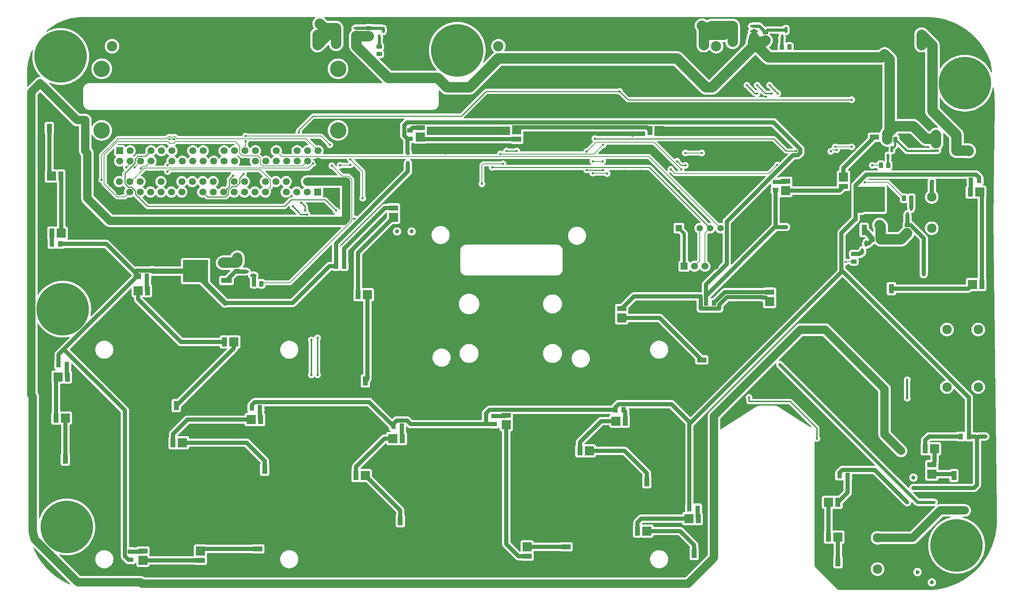
<source format=gbr>
%TF.GenerationSoftware,KiCad,Pcbnew,9.0.2*%
%TF.CreationDate,2025-06-06T12:43:53-05:00*%
%TF.ProjectId,MothBox,4d6f7468-426f-4782-9e6b-696361645f70,5.0.0*%
%TF.SameCoordinates,Original*%
%TF.FileFunction,Copper,L1,Top*%
%TF.FilePolarity,Positive*%
%FSLAX46Y46*%
G04 Gerber Fmt 4.6, Leading zero omitted, Abs format (unit mm)*
G04 Created by KiCad (PCBNEW 9.0.2) date 2025-06-06 12:43:53*
%MOMM*%
%LPD*%
G01*
G04 APERTURE LIST*
G04 Aperture macros list*
%AMRoundRect*
0 Rectangle with rounded corners*
0 $1 Rounding radius*
0 $2 $3 $4 $5 $6 $7 $8 $9 X,Y pos of 4 corners*
0 Add a 4 corners polygon primitive as box body*
4,1,4,$2,$3,$4,$5,$6,$7,$8,$9,$2,$3,0*
0 Add four circle primitives for the rounded corners*
1,1,$1+$1,$2,$3*
1,1,$1+$1,$4,$5*
1,1,$1+$1,$6,$7*
1,1,$1+$1,$8,$9*
0 Add four rect primitives between the rounded corners*
20,1,$1+$1,$2,$3,$4,$5,0*
20,1,$1+$1,$4,$5,$6,$7,0*
20,1,$1+$1,$6,$7,$8,$9,0*
20,1,$1+$1,$8,$9,$2,$3,0*%
G04 Aperture macros list end*
%TA.AperFunction,SMDPad,CuDef*%
%ADD10O,1.950000X0.570000*%
%TD*%
%TA.AperFunction,SMDPad,CuDef*%
%ADD11R,1.270000X2.540000*%
%TD*%
%TA.AperFunction,SMDPad,CuDef*%
%ADD12R,5.400000X6.100000*%
%TD*%
%TA.AperFunction,SMDPad,CuDef*%
%ADD13R,2.540000X1.270000*%
%TD*%
%TA.AperFunction,SMDPad,CuDef*%
%ADD14R,6.100000X5.400000*%
%TD*%
%TA.AperFunction,ComponentPad*%
%ADD15C,1.000000*%
%TD*%
%TA.AperFunction,ComponentPad*%
%ADD16C,4.000000*%
%TD*%
%TA.AperFunction,ComponentPad*%
%ADD17C,12.800000*%
%TD*%
%TA.AperFunction,ComponentPad*%
%ADD18C,2.500000*%
%TD*%
%TA.AperFunction,ComponentPad*%
%ADD19C,1.800000*%
%TD*%
%TA.AperFunction,ComponentPad*%
%ADD20R,1.800000X1.800000*%
%TD*%
%TA.AperFunction,SMDPad,CuDef*%
%ADD21R,2.200000X2.200000*%
%TD*%
%TA.AperFunction,SMDPad,CuDef*%
%ADD22R,2.200000X1.250000*%
%TD*%
%TA.AperFunction,SMDPad,CuDef*%
%ADD23R,1.130000X1.380000*%
%TD*%
%TA.AperFunction,SMDPad,CuDef*%
%ADD24R,1.250000X2.200000*%
%TD*%
%TA.AperFunction,SMDPad,CuDef*%
%ADD25R,1.380000X1.130000*%
%TD*%
%TA.AperFunction,ComponentPad*%
%ADD26R,1.700000X1.700000*%
%TD*%
%TA.AperFunction,ComponentPad*%
%ADD27C,1.700000*%
%TD*%
%TA.AperFunction,ComponentPad*%
%ADD28C,2.300000*%
%TD*%
%TA.AperFunction,SMDPad,CuDef*%
%ADD29RoundRect,0.150000X0.150000X-0.587500X0.150000X0.587500X-0.150000X0.587500X-0.150000X-0.587500X0*%
%TD*%
%TA.AperFunction,SMDPad,CuDef*%
%ADD30RoundRect,0.250000X-0.450000X0.262500X-0.450000X-0.262500X0.450000X-0.262500X0.450000X0.262500X0*%
%TD*%
%TA.AperFunction,SMDPad,CuDef*%
%ADD31RoundRect,0.250000X-0.262500X-0.450000X0.262500X-0.450000X0.262500X0.450000X-0.262500X0.450000X0*%
%TD*%
%TA.AperFunction,SMDPad,CuDef*%
%ADD32RoundRect,0.150000X-0.150000X0.587500X-0.150000X-0.587500X0.150000X-0.587500X0.150000X0.587500X0*%
%TD*%
%TA.AperFunction,SMDPad,CuDef*%
%ADD33RoundRect,0.250000X0.262500X0.450000X-0.262500X0.450000X-0.262500X-0.450000X0.262500X-0.450000X0*%
%TD*%
%TA.AperFunction,SMDPad,CuDef*%
%ADD34RoundRect,0.112500X0.187500X0.112500X-0.187500X0.112500X-0.187500X-0.112500X0.187500X-0.112500X0*%
%TD*%
%TA.AperFunction,SMDPad,CuDef*%
%ADD35RoundRect,0.112500X-0.187500X-0.112500X0.187500X-0.112500X0.187500X0.112500X-0.187500X0.112500X0*%
%TD*%
%TA.AperFunction,ComponentPad*%
%ADD36C,1.570000*%
%TD*%
%TA.AperFunction,ComponentPad*%
%ADD37R,1.570000X1.570000*%
%TD*%
%TA.AperFunction,SMDPad,CuDef*%
%ADD38RoundRect,0.250000X0.450000X-0.262500X0.450000X0.262500X-0.450000X0.262500X-0.450000X-0.262500X0*%
%TD*%
%TA.AperFunction,SMDPad,CuDef*%
%ADD39RoundRect,0.150000X0.587500X0.150000X-0.587500X0.150000X-0.587500X-0.150000X0.587500X-0.150000X0*%
%TD*%
%TA.AperFunction,ViaPad*%
%ADD40C,0.600000*%
%TD*%
%TA.AperFunction,Conductor*%
%ADD41C,1.270000*%
%TD*%
%TA.AperFunction,Conductor*%
%ADD42C,2.540000*%
%TD*%
%TA.AperFunction,Conductor*%
%ADD43C,1.000000*%
%TD*%
%TA.AperFunction,Conductor*%
%ADD44C,0.500000*%
%TD*%
%TA.AperFunction,Conductor*%
%ADD45C,0.203200*%
%TD*%
%TA.AperFunction,Conductor*%
%ADD46C,2.032000*%
%TD*%
%TA.AperFunction,Conductor*%
%ADD47C,0.250000*%
%TD*%
%TA.AperFunction,Conductor*%
%ADD48C,0.304800*%
%TD*%
%TA.AperFunction,Conductor*%
%ADD49C,0.800000*%
%TD*%
G04 APERTURE END LIST*
D10*
%TO.P,U12,5,D*%
%TO.N,/UV LED PCB/+12V_PCB3*%
X1790000Y33634329D03*
%TO.P,U12,6,D*%
X1790000Y32364329D03*
%TO.P,U12,7,D*%
X1790000Y31104329D03*
%TO.P,U12,8,D*%
X1790000Y29824329D03*
%TO.P,U12,4,G*%
%TO.N,Net-(Q10-C)*%
X7210000Y33634329D03*
%TO.P,U12,3,S*%
%TO.N,+12V*%
X7210000Y32364329D03*
%TO.P,U12,2,S*%
X7210000Y31104329D03*
%TO.P,U12,1,S*%
X7210000Y29824329D03*
%TD*%
%TO.P,U11,1,S*%
%TO.N,+12V*%
X103710000Y30324329D03*
%TO.P,U11,2,S*%
X103710000Y31604329D03*
%TO.P,U11,3,S*%
X103710000Y32864329D03*
%TO.P,U11,4,G*%
%TO.N,Net-(Q9-C)*%
X103710000Y34134329D03*
%TO.P,U11,8,D*%
%TO.N,/UV LED PCB/+12V_PCB2*%
X98290000Y30324329D03*
%TO.P,U11,7,D*%
X98290000Y31604329D03*
%TO.P,U11,6,D*%
X98290000Y32864329D03*
%TO.P,U11,5,D*%
X98290000Y34134329D03*
%TD*%
%TO.P,U10,1,S*%
%TO.N,+12V*%
X147790000Y7644329D03*
%TO.P,U10,2,S*%
X147790000Y6364329D03*
%TO.P,U10,3,S*%
X147790000Y5104329D03*
%TO.P,U10,4,G*%
%TO.N,Net-(Q8-C)*%
X147790000Y3834329D03*
%TO.P,U10,8,D*%
%TO.N,/UV LED PCB/+12V_PCB1*%
X153210000Y7644329D03*
%TO.P,U10,7,D*%
X153210000Y6364329D03*
%TO.P,U10,6,D*%
X153210000Y5104329D03*
%TO.P,U10,5,D*%
X153210000Y3834329D03*
%TD*%
D11*
%TO.P,Q7,1,G*%
%TO.N,Net-(Q6-C)*%
X130515000Y-15505671D03*
D12*
%TO.P,Q7,2,D*%
%TO.N,/Photo LED's/+12V_R_LED*%
X132805000Y-8005671D03*
D11*
%TO.P,Q7,3,S*%
%TO.N,+12V*%
X135095000Y-15495671D03*
%TD*%
D13*
%TO.P,Q5,1,G*%
%TO.N,Net-(Q4-C)*%
X-24660000Y-27803171D03*
D14*
%TO.P,Q5,2,D*%
%TO.N,/Photo LED's/+12V_L_LED*%
X-32160000Y-25513171D03*
D13*
%TO.P,Q5,3,S*%
%TO.N,+12V*%
X-24670000Y-23223171D03*
%TD*%
D15*
%TO.P,TP8,1,1*%
%TO.N,L_LED_CTRL*%
X20400000Y-15865671D03*
%TD*%
%TO.P,TP7,1,1*%
%TO.N,L_LED_CTRL*%
X16850000Y-15865671D03*
%TD*%
D16*
%TO.P,U18,S1*%
%TO.N,N/C*%
X-55000000Y8734329D03*
%TO.P,U18,S2*%
X2500000Y8734329D03*
%TO.P,U18,S3*%
X-55000000Y23734329D03*
X2500000Y23734329D03*
%TD*%
D17*
%TO.P,H8,1*%
%TO.N,N/C*%
X-64500000Y-34765671D03*
%TD*%
%TO.P,H6,1*%
%TO.N,N/C*%
X-63500000Y-87765671D03*
%TD*%
%TO.P,H5,1*%
%TO.N,N/C*%
X153000000Y-92265671D03*
%TD*%
%TO.P,H3,1*%
%TO.N,N/C*%
X155000000Y20234329D03*
%TD*%
%TO.P,H2,1*%
%TO.N,N/C*%
X31500000Y28234329D03*
%TD*%
%TO.P,H1,1*%
%TO.N,N/C*%
X-65000000Y26734329D03*
%TD*%
D18*
%TO.P,A3,7*%
%TO.N,N/C*%
X-52500000Y29234329D03*
D19*
%TO.P,A3,4,4*%
%TO.N,GND*%
X-2500000Y24424329D03*
%TO.P,A3,3,3*%
X-2500000Y26964329D03*
%TO.P,A3,2,2*%
%TO.N,/UV LED PCB/+12V_PCB3*%
X-2500000Y29504329D03*
D20*
%TO.P,A3,1,1*%
X-2500000Y32044329D03*
%TD*%
D18*
%TO.P,A2,7*%
%TO.N,N/C*%
X94500000Y29234329D03*
D19*
%TO.P,A2,4,4*%
%TO.N,GND*%
X144500000Y24424329D03*
%TO.P,A2,3,3*%
X144500000Y26964329D03*
%TO.P,A2,2,2*%
%TO.N,/UV LED PCB/+12V_PCB1*%
X144500000Y29504329D03*
D20*
%TO.P,A2,1,1*%
X144500000Y32044329D03*
%TD*%
D18*
%TO.P,A1,7*%
%TO.N,N/C*%
X41500000Y29234329D03*
D19*
%TO.P,A1,4,4*%
%TO.N,GND*%
X91500000Y24424329D03*
%TO.P,A1,3,3*%
X91500000Y26964329D03*
%TO.P,A1,2,2*%
%TO.N,/UV LED PCB/+12V_PCB2*%
X91500000Y29504329D03*
D20*
%TO.P,A1,1,1*%
X91500000Y32044329D03*
%TD*%
D21*
%TO.P,LED11,1,K*%
%TO.N,GND*%
X133000000Y9374329D03*
D22*
%TO.P,LED11,2,A*%
%TO.N,Net-(LED10-K)*%
X133000000Y7094329D03*
%TD*%
D15*
%TO.P,TP6,1,1*%
%TO.N,/Photo LED's/+12V_R_LED*%
X160000000Y-65765671D03*
%TD*%
%TO.P,TP5,1,1*%
%TO.N,/Photo LED's/+12V_L_LED*%
X111500000Y-14765671D03*
%TD*%
D23*
%TO.P,R53,2,2*%
%TO.N,/Photo LED's/+12V_L_LED*%
X-65120000Y-18895671D03*
%TO.P,R53,1,1*%
%TO.N,Net-(LED47-A)*%
X-67120000Y-18895671D03*
%TD*%
D24*
%TO.P,LED47,2,A*%
%TO.N,Net-(LED47-A)*%
X-67140000Y-16265671D03*
D21*
%TO.P,LED47,1,K*%
%TO.N,Net-(LED47-K)*%
X-64860000Y-16265671D03*
%TD*%
D24*
%TO.P,LED48,2,A*%
%TO.N,Net-(LED47-K)*%
X-64980000Y-2395671D03*
D21*
%TO.P,LED48,1,K*%
%TO.N,Net-(LED48-K)*%
X-67260000Y-2395671D03*
%TD*%
%TO.P,LED49,1,K*%
%TO.N,GND*%
X-65480000Y9234329D03*
D24*
%TO.P,LED49,2,A*%
%TO.N,Net-(LED48-K)*%
X-67760000Y9234329D03*
%TD*%
D21*
%TO.P,LED14,1,K*%
%TO.N,Net-(LED14-K)*%
X46000000Y8874329D03*
D22*
%TO.P,LED14,2,A*%
%TO.N,Net-(LED13-K)*%
X46000000Y6594329D03*
%TD*%
D23*
%TO.P,R3,2,2*%
%TO.N,/Photo LED's/+12V_L_LED*%
X92000000Y-33265671D03*
%TO.P,R3,1,1*%
%TO.N,Net-(LED6-A)*%
X94000000Y-33265671D03*
%TD*%
D22*
%TO.P,LED8,2,A*%
%TO.N,Net-(LED7-K)*%
X91000000Y-47125671D03*
D21*
%TO.P,LED8,1,K*%
%TO.N,GND*%
X91000000Y-49405671D03*
%TD*%
D22*
%TO.P,LED7,2,A*%
%TO.N,Net-(LED6-K)*%
X71500000Y-34625671D03*
D21*
%TO.P,LED7,1,K*%
%TO.N,Net-(LED7-K)*%
X71500000Y-36905671D03*
%TD*%
D22*
%TO.P,LED6,2,A*%
%TO.N,Net-(LED6-A)*%
X107500000Y-30625671D03*
D21*
%TO.P,LED6,1,K*%
%TO.N,Net-(LED6-K)*%
X107500000Y-32905671D03*
%TD*%
D22*
%TO.P,LED10,2,A*%
%TO.N,Net-(LED10-A)*%
X125500000Y-4905671D03*
D21*
%TO.P,LED10,1,K*%
%TO.N,Net-(LED10-K)*%
X125500000Y-2625671D03*
%TD*%
D25*
%TO.P,R6,2,2*%
%TO.N,/Photo LED's/+12V_L_LED*%
X109000000Y-5765671D03*
%TO.P,R6,1,1*%
%TO.N,Net-(LED9-A)*%
X109000000Y-3765671D03*
%TD*%
D22*
%TO.P,LED9,2,A*%
%TO.N,Net-(LED9-A)*%
X111450000Y-3625671D03*
D21*
%TO.P,LED9,1,K*%
%TO.N,Net-(LED10-A)*%
X111450000Y-5905671D03*
%TD*%
D24*
%TO.P,LED15,2,A*%
%TO.N,Net-(LED14-K)*%
X78360000Y8734329D03*
D21*
%TO.P,LED15,1,K*%
%TO.N,GND*%
X80640000Y8734329D03*
%TD*%
D22*
%TO.P,LED13,2,A*%
%TO.N,Net-(LED13-A)*%
X22500000Y9374329D03*
D21*
%TO.P,LED13,1,K*%
%TO.N,Net-(LED13-K)*%
X22500000Y7094329D03*
%TD*%
D25*
%TO.P,R7,2,2*%
%TO.N,/Photo LED's/+12V_L_LED*%
X20000000Y6734329D03*
%TO.P,R7,1,1*%
%TO.N,Net-(LED13-A)*%
X20000000Y8734329D03*
%TD*%
D26*
%TO.P,U5,1,3V3*%
%TO.N,+3.3V*%
X-2500000Y-6265671D03*
D27*
%TO.P,U5,2,5V*%
%TO.N,+5V*%
X-2500000Y-3725671D03*
%TO.P,U5,3,GPIO2/SDA1*%
%TO.N,SDA*%
X-5040000Y-6265671D03*
%TO.P,U5,4,5V*%
%TO.N,+5V*%
X-5040000Y-3725671D03*
%TO.P,U5,5,GPIO3/SCL1*%
%TO.N,SCL*%
X-7580000Y-6265671D03*
%TO.P,U5,6,GND*%
%TO.N,GND*%
X-7580000Y-3725671D03*
%TO.P,U5,7,GPIO4/GPIO_GCKL*%
%TO.N,/RPI5/GPIO4{slash}GPIO_GCKL*%
X-10120000Y-6265671D03*
%TO.P,U5,8,GPIO14/TXD0*%
%TO.N,unconnected-(U5-GPIO14{slash}TXD0-Pad8)*%
X-10120000Y-3725671D03*
%TO.P,U5,9,GND*%
%TO.N,GND*%
X-12660000Y-6265671D03*
%TO.P,U5,10,GPIO15/RXD0*%
%TO.N,unconnected-(U5-GPIO15{slash}RXD0-Pad10)*%
X-12660000Y-3725671D03*
%TO.P,U5,11,GPIO17/GPIO_GEN0*%
%TO.N,/RPI5/Save for eink_11*%
X-15200000Y-6265671D03*
%TO.P,U5,12,GPIO18/GPIO_GEN1*%
%TO.N,unconnected-(U5-GPIO18{slash}GPIO_GEN1-Pad12)*%
X-15200000Y-3725671D03*
%TO.P,U5,13,GPIO27/GPIO_GEN2*%
%TO.N,unconnected-(U5-GPIO27{slash}GPIO_GEN2-Pad13)*%
X-17740000Y-6265671D03*
%TO.P,U5,14,GND*%
%TO.N,GND*%
X-17740000Y-3725671D03*
%TO.P,U5,15,GPIO22/GPIO_GEN3*%
%TO.N,unconnected-(U5-GPIO22{slash}GPIO_GEN3-Pad15)*%
X-20280000Y-6265671D03*
%TO.P,U5,16,GPIO23/GPIO_GEN4*%
%TO.N,unconnected-(U5-GPIO23{slash}GPIO_GEN4-Pad16)*%
X-20280000Y-3725671D03*
%TO.P,U5,17,3V3*%
%TO.N,unconnected-(U5-3V3-Pad17)*%
X-22820000Y-6265671D03*
%TO.P,U5,18,GPIO24/GPIO_GEN5*%
%TO.N,/RPI5/Save for eink_18*%
X-22820000Y-3725671D03*
%TO.P,U5,19,GPIO10/SPI_MOSI*%
%TO.N,/RPI5/Save for eink_19*%
X-25360000Y-6265671D03*
%TO.P,U5,20,GND*%
%TO.N,GND*%
X-25360000Y-3725671D03*
%TO.P,U5,21,GPIO9/SPI_MISO*%
%TO.N,unconnected-(U5-GPIO9{slash}SPI_MISO-Pad21)*%
X-27900000Y-6265671D03*
%TO.P,U5,22,GPIO25/GPIO_GEN6*%
%TO.N,/RPI5/Save for eink_22*%
X-27900000Y-3725671D03*
%TO.P,U5,23,GPIO11/SPI_SCLK*%
%TO.N,/RPI5/Save for eink_23*%
X-30440000Y-6265671D03*
%TO.P,U5,24,GPIO8/~{SPI_CE0}*%
%TO.N,/RPI5/Save for eink_24*%
X-30440000Y-3725671D03*
%TO.P,U5,25,GND*%
%TO.N,GND*%
X-32980000Y-6265671D03*
%TO.P,U5,26,GPIO7/~{SPI_CE1}*%
%TO.N,unconnected-(U5-GPIO7{slash}~{SPI_CE1}-Pad26)*%
X-32980000Y-3725671D03*
%TO.P,U5,27,ID_SD*%
%TO.N,unconnected-(U5-ID_SD-Pad27)*%
X-35520000Y-6265671D03*
%TO.P,U5,28,ID_SC*%
%TO.N,unconnected-(U5-ID_SC-Pad28)*%
X-35520000Y-3725671D03*
%TO.P,U5,29,GPIO5*%
%TO.N,unconnected-(U5-GPIO5-Pad29)*%
X-38060000Y-6265671D03*
%TO.P,U5,30,GND*%
%TO.N,GND*%
X-38060000Y-3725671D03*
%TO.P,U5,31,GPIO6*%
%TO.N,unconnected-(U5-GPIO6-Pad31)*%
X-40600000Y-6265671D03*
%TO.P,U5,32,GPIO12*%
%TO.N,unconnected-(U5-GPIO12-Pad32)*%
X-40600000Y-3725671D03*
%TO.P,U5,33,GPIO13*%
%TO.N,unconnected-(U5-GPIO13-Pad33)*%
X-43140000Y-6265671D03*
%TO.P,U5,34,GND*%
%TO.N,GND*%
X-43140000Y-3725671D03*
%TO.P,U5,35,GPIO19*%
%TO.N,unconnected-(U5-GPIO19-Pad35)*%
X-45680000Y-6265671D03*
%TO.P,U5,36,GPIO16*%
%TO.N,unconnected-(U5-GPIO16-Pad36)*%
X-45680000Y-3725671D03*
%TO.P,U5,37,GPIO26*%
%TO.N,/RPI5/Save for relay 3*%
X-48220000Y-6265671D03*
%TO.P,U5,38,GPIO20*%
%TO.N,/RPI5/Save for relay*%
X-48220000Y-3725671D03*
%TO.P,U5,39,GND*%
%TO.N,GND*%
X-50760000Y-6265671D03*
%TO.P,U5,40,GPIO21*%
%TO.N,/RPI5/Save for relay 2*%
X-50760000Y-3725671D03*
%TD*%
D26*
%TO.P,U16,1,1*%
%TO.N,+5V*%
X-50630000Y3786829D03*
D27*
%TO.P,U16,2,2*%
%TO.N,+3.3V*%
X-50630000Y1246829D03*
%TO.P,U16,3,3*%
%TO.N,+5V*%
X-48090000Y3786829D03*
%TO.P,U16,4,4*%
%TO.N,SDA*%
X-48090000Y1246829D03*
%TO.P,U16,5,5*%
%TO.N,GND*%
X-45550000Y3786829D03*
%TO.P,U16,6,6*%
%TO.N,SCL*%
X-45550000Y1246829D03*
%TO.P,U16,7,7*%
%TO.N,GPS_RX*%
X-43010000Y3786829D03*
%TO.P,U16,8,8*%
%TO.N,/RPI5/GPIO4{slash}GPIO_GCKL*%
X-43010000Y1246829D03*
%TO.P,U16,9,9*%
%TO.N,GPS_TX*%
X-40470000Y3786829D03*
%TO.P,U16,10,10*%
%TO.N,GND*%
X-40470000Y1246829D03*
%TO.P,U16,11,11*%
%TO.N,S2_MUX*%
X-37930000Y3786829D03*
%TO.P,U16,12,12*%
%TO.N,/RPI5/Save for eink_11*%
X-37930000Y1246829D03*
%TO.P,U16,13,13*%
%TO.N,GND*%
X-35390000Y3786829D03*
%TO.P,U16,14,14*%
%TO.N,S1_MUX*%
X-35390000Y1246829D03*
%TO.P,U16,15,15*%
%TO.N,EN_12VReg*%
X-32850000Y3786829D03*
%TO.P,U16,16,16*%
%TO.N,S3_MUX*%
X-32850000Y1246829D03*
%TO.P,U16,17,17*%
%TO.N,/RPI5/Save for eink_18*%
X-30310000Y3786829D03*
%TO.P,U16,18,18*%
%TO.N,unconnected-(U16-Pad18)*%
X-30310000Y1246829D03*
%TO.P,U16,19,19*%
%TO.N,GND*%
X-27770000Y3786829D03*
%TO.P,U16,20,20*%
%TO.N,/RPI5/Save for eink_19*%
X-27770000Y1246829D03*
%TO.P,U16,21,21*%
%TO.N,/RPI5/Save for eink_22*%
X-25230000Y3786829D03*
%TO.P,U16,22,22*%
%TO.N,UV1_CTRL*%
X-25230000Y1246829D03*
%TO.P,U16,23,23*%
%TO.N,/RPI5/Save for eink_24*%
X-22690000Y3786829D03*
%TO.P,U16,24,24*%
%TO.N,/RPI5/Save for eink_23*%
X-22690000Y1246829D03*
%TO.P,U16,25,25*%
%TO.N,UV4_EX_CTRL*%
X-20150000Y3786829D03*
%TO.P,U16,26,26*%
%TO.N,GND*%
X-20150000Y1246829D03*
%TO.P,U16,27,27*%
%TO.N,unconnected-(U16-Pad27)*%
X-17610000Y3786829D03*
%TO.P,U16,28,28*%
%TO.N,unconnected-(U16-Pad28)*%
X-17610000Y1246829D03*
%TO.P,U16,29,29*%
%TO.N,GND*%
X-15070000Y3786829D03*
%TO.P,U16,30,30*%
%TO.N,EN_MUX1*%
X-15070000Y1246829D03*
%TO.P,U16,31,31*%
%TO.N,GPS_PPS*%
X-12530000Y3786829D03*
%TO.P,U16,32,32*%
%TO.N,EN_MUX2*%
X-12530000Y1246829D03*
%TO.P,U16,33,33*%
%TO.N,GND*%
X-9990000Y3786829D03*
%TO.P,U16,34,34*%
%TO.N,S0_MUX*%
X-9990000Y1246829D03*
%TO.P,U16,35,35*%
%TO.N,COM_I{slash}O*%
X-7450000Y3786829D03*
%TO.P,U16,36,36*%
%TO.N,L_LED_CTRL*%
X-7450000Y1246829D03*
%TO.P,U16,37,37*%
%TO.N,/RPI5/Save for relay*%
X-4910000Y3786829D03*
%TO.P,U16,38,38*%
%TO.N,/RPI5/Save for relay 3*%
X-4910000Y1246829D03*
%TO.P,U16,39,39*%
%TO.N,/RPI5/Save for relay 2*%
X-2370000Y3786829D03*
%TO.P,U16,40,40*%
%TO.N,GND*%
X-2370000Y1246829D03*
%TD*%
D28*
%TO.P,P2,2,2*%
%TO.N,+12V*%
X150660000Y-39725671D03*
X158280000Y-39725671D03*
%TO.P,P2,1,1*%
%TO.N,GND*%
X150660000Y-44805671D03*
X158280000Y-44805671D03*
%TD*%
%TO.P,P3,2,2*%
%TO.N,Net-(Q2-D)*%
X150660000Y-53725671D03*
X158280000Y-53725671D03*
%TO.P,P3,1,1*%
%TO.N,GND*%
X150660000Y-58805671D03*
X158280000Y-58805671D03*
%TD*%
%TO.P,P4,2,2*%
%TO.N,/UV LED PCB/+12V_PCB4*%
X146960000Y-15075671D03*
X146960000Y-7455671D03*
%TO.P,P4,1,1*%
%TO.N,GND*%
X152040000Y-15075671D03*
X152040000Y-7455671D03*
%TD*%
%TO.P,P1,2,2*%
%TO.N,+24V*%
X133780000Y-90425671D03*
X133780000Y-98045671D03*
%TO.P,P1,1,1*%
%TO.N,GND*%
X128700000Y-90425671D03*
X128700000Y-98045671D03*
%TD*%
D15*
%TO.P,TP4,1,1*%
%TO.N,/Power/VIN-*%
X142500000Y-75765671D03*
%TD*%
D21*
%TO.P,LED1,1,K*%
%TO.N,Net-(LED1-K)*%
X-31000000Y-93625671D03*
D22*
%TO.P,LED1,2,A*%
%TO.N,Net-(LED1-A)*%
X-31000000Y-95905671D03*
%TD*%
D21*
%TO.P,LED2,1,K*%
%TO.N,GND*%
X-17000000Y-95405671D03*
D22*
%TO.P,LED2,2,A*%
%TO.N,Net-(LED1-K)*%
X-17000000Y-93125671D03*
%TD*%
D21*
%TO.P,LED3,1,K*%
%TO.N,Net-(LED3-K)*%
X16000000Y-12405671D03*
D22*
%TO.P,LED3,2,A*%
%TO.N,Net-(LED3-A)*%
X16000000Y-10125671D03*
%TD*%
D21*
%TO.P,LED4,1,K*%
%TO.N,Net-(LED4-K)*%
X9640000Y-31265671D03*
D24*
%TO.P,LED4,2,A*%
%TO.N,Net-(LED3-K)*%
X7360000Y-31265671D03*
%TD*%
D21*
%TO.P,LED5,1,K*%
%TO.N,GND*%
X6860000Y-52265671D03*
D24*
%TO.P,LED5,2,A*%
%TO.N,Net-(LED4-K)*%
X9140000Y-52265671D03*
%TD*%
D21*
%TO.P,LED12,1,K*%
%TO.N,Net-(LED1-A)*%
X-45000000Y-95905671D03*
D22*
%TO.P,LED12,2,A*%
%TO.N,Net-(LED12-A)*%
X-45000000Y-93625671D03*
%TD*%
D21*
%TO.P,LED20,1,K*%
%TO.N,Net-(LED20-K)*%
X158640000Y-6285671D03*
D24*
%TO.P,LED20,2,A*%
%TO.N,Net-(LED20-A)*%
X156360000Y-6285671D03*
%TD*%
D21*
%TO.P,LED21,1,K*%
%TO.N,Net-(LED21-K)*%
X156860000Y-28765671D03*
D24*
%TO.P,LED21,2,A*%
%TO.N,Net-(LED20-K)*%
X159140000Y-28765671D03*
%TD*%
D21*
%TO.P,LED22,1,K*%
%TO.N,GND*%
X134860000Y-29765671D03*
D24*
%TO.P,LED22,2,A*%
%TO.N,Net-(LED21-K)*%
X137140000Y-29765671D03*
%TD*%
D21*
%TO.P,LED23,1,K*%
%TO.N,Net-(LED23-K)*%
X147640000Y-68765671D03*
D24*
%TO.P,LED23,2,A*%
%TO.N,Net-(LED23-A)*%
X145360000Y-68765671D03*
%TD*%
D21*
%TO.P,LED24,1,K*%
%TO.N,Net-(LED24-K)*%
X147000000Y-74905671D03*
D22*
%TO.P,LED24,2,A*%
%TO.N,Net-(LED23-K)*%
X147000000Y-72625671D03*
%TD*%
D21*
%TO.P,LED25,1,K*%
%TO.N,GND*%
X154640000Y-75265671D03*
D24*
%TO.P,LED25,2,A*%
%TO.N,Net-(LED24-K)*%
X152360000Y-75265671D03*
%TD*%
D21*
%TO.P,LED26,1,K*%
%TO.N,Net-(LED26-K)*%
X121860000Y-81765671D03*
D24*
%TO.P,LED26,2,A*%
%TO.N,Net-(LED26-A)*%
X124140000Y-81765671D03*
%TD*%
D21*
%TO.P,LED27,1,K*%
%TO.N,Net-(LED27-K)*%
X124140000Y-90265671D03*
D24*
%TO.P,LED27,2,A*%
%TO.N,Net-(LED26-K)*%
X121860000Y-90265671D03*
%TD*%
D21*
%TO.P,LED28,1,K*%
%TO.N,GND*%
X121860000Y-96265671D03*
D24*
%TO.P,LED28,2,A*%
%TO.N,Net-(LED27-K)*%
X124140000Y-96265671D03*
%TD*%
D21*
%TO.P,LED29,1,K*%
%TO.N,Net-(LED29-K)*%
X87860000Y-85765671D03*
D24*
%TO.P,LED29,2,A*%
%TO.N,Net-(LED29-A)*%
X90140000Y-85765671D03*
%TD*%
D21*
%TO.P,LED34,1,K*%
%TO.N,Net-(LED34-K)*%
X-22860000Y-42765671D03*
D24*
%TO.P,LED34,2,A*%
%TO.N,Net-(LED19-K)*%
X-25140000Y-42765671D03*
%TD*%
D21*
%TO.P,LED35,1,K*%
%TO.N,GND*%
X-39140000Y-58265671D03*
D24*
%TO.P,LED35,2,A*%
%TO.N,Net-(LED34-K)*%
X-36860000Y-58265671D03*
%TD*%
D21*
%TO.P,LED36,1,K*%
%TO.N,Net-(LED36-K)*%
X77640000Y-88765671D03*
D24*
%TO.P,LED36,2,A*%
%TO.N,Net-(LED29-K)*%
X75360000Y-88765671D03*
%TD*%
D21*
%TO.P,LED37,1,K*%
%TO.N,GND*%
X86860000Y-94265671D03*
D24*
%TO.P,LED37,2,A*%
%TO.N,Net-(LED36-K)*%
X89140000Y-94265671D03*
%TD*%
D21*
%TO.P,LED38,1,K*%
%TO.N,Net-(LED38-K)*%
X70109047Y-62015671D03*
D24*
%TO.P,LED38,2,A*%
%TO.N,Net-(LED38-A)*%
X72389047Y-62015671D03*
%TD*%
D21*
%TO.P,LED39,1,K*%
%TO.N,Net-(LED39-K)*%
X63640000Y-69265671D03*
D24*
%TO.P,LED39,2,A*%
%TO.N,Net-(LED38-K)*%
X61360000Y-69265671D03*
%TD*%
D21*
%TO.P,LED40,1,K*%
%TO.N,GND*%
X75360000Y-76765671D03*
D24*
%TO.P,LED40,2,A*%
%TO.N,Net-(LED39-K)*%
X77640000Y-76765671D03*
%TD*%
D21*
%TO.P,LED41,1,K*%
%TO.N,Net-(LED41-K)*%
X43400000Y-62905671D03*
D22*
%TO.P,LED41,2,A*%
%TO.N,Net-(LED41-A)*%
X43400000Y-60625671D03*
%TD*%
D21*
%TO.P,LED42,1,K*%
%TO.N,Net-(LED42-K)*%
X48500000Y-92625671D03*
D22*
%TO.P,LED42,2,A*%
%TO.N,Net-(LED41-K)*%
X48500000Y-94905671D03*
%TD*%
D21*
%TO.P,LED43,1,K*%
%TO.N,GND*%
X58000000Y-94905671D03*
D22*
%TO.P,LED43,2,A*%
%TO.N,Net-(LED42-K)*%
X58000000Y-92625671D03*
%TD*%
D21*
%TO.P,LED44,1,K*%
%TO.N,Net-(LED44-K)*%
X15860000Y-66265671D03*
D24*
%TO.P,LED44,2,A*%
%TO.N,Net-(LED44-A)*%
X18140000Y-66265671D03*
%TD*%
D21*
%TO.P,LED45,1,K*%
%TO.N,Net-(LED45-K)*%
X9140000Y-75265671D03*
D24*
%TO.P,LED45,2,A*%
%TO.N,Net-(LED44-K)*%
X6860000Y-75265671D03*
%TD*%
D21*
%TO.P,LED46,1,K*%
%TO.N,GND*%
X15360000Y-86265671D03*
D24*
%TO.P,LED46,2,A*%
%TO.N,Net-(LED45-K)*%
X17640000Y-86265671D03*
%TD*%
D29*
%TO.P,Q8,1,B*%
%TO.N,Net-(Q8-B)*%
X136322500Y2316829D03*
%TO.P,Q8,2,E*%
%TO.N,GND*%
X138222500Y2316829D03*
%TO.P,Q8,3,C*%
%TO.N,Net-(Q8-C)*%
X137272500Y4191829D03*
%TD*%
%TO.P,Q9,1,B*%
%TO.N,Net-(Q9-B)*%
X110550000Y31296829D03*
%TO.P,Q9,2,E*%
%TO.N,GND*%
X112450000Y31296829D03*
%TO.P,Q9,3,C*%
%TO.N,Net-(Q9-C)*%
X111500000Y33171829D03*
%TD*%
%TO.P,Q10,1,B*%
%TO.N,Net-(Q10-B)*%
X12550000Y31296829D03*
%TO.P,Q10,2,E*%
%TO.N,GND*%
X14450000Y31296829D03*
%TO.P,Q10,3,C*%
%TO.N,Net-(Q10-C)*%
X13500000Y33171829D03*
%TD*%
D25*
%TO.P,R51,1,1*%
%TO.N,Net-(LED12-A)*%
X-48000000Y-93765671D03*
%TO.P,R51,2,2*%
%TO.N,/Photo LED's/+12V_L_LED*%
X-48000000Y-95765671D03*
%TD*%
D23*
%TO.P,R52,1,1*%
%TO.N,Net-(LED44-A)*%
X18000000Y-63265671D03*
%TO.P,R52,2,2*%
%TO.N,/Photo LED's/+12V_R_LED*%
X16000000Y-63265671D03*
%TD*%
%TO.P,R55,1,1*%
%TO.N,Net-(LED50-A)*%
X-16500000Y-58765671D03*
%TO.P,R55,2,2*%
%TO.N,/Photo LED's/+12V_R_LED*%
X-18500000Y-58765671D03*
%TD*%
D30*
%TO.P,R66,1*%
%TO.N,Net-(Q6-B)*%
X128000000Y-21353171D03*
%TO.P,R66,2*%
%TO.N,L_LED_CTRL*%
X128000000Y-23178171D03*
%TD*%
D31*
%TO.P,R69,1*%
%TO.N,Net-(Q6-C)*%
X132587500Y-17765671D03*
%TO.P,R69,2*%
%TO.N,+12V*%
X134412500Y-17765671D03*
%TD*%
D24*
%TO.P,LED16,2,A*%
%TO.N,Net-(LED16-A)*%
X-63360000Y-51265671D03*
D21*
%TO.P,LED16,1,K*%
%TO.N,Net-(LED16-K)*%
X-65640000Y-51265671D03*
%TD*%
D24*
%TO.P,LED19,2,A*%
%TO.N,Net-(LED19-A)*%
X-43860000Y-30265671D03*
D21*
%TO.P,LED19,1,K*%
%TO.N,Net-(LED19-K)*%
X-46140000Y-30265671D03*
%TD*%
D24*
%TO.P,LED17,2,A*%
%TO.N,Net-(LED16-K)*%
X-66140000Y-61265671D03*
D21*
%TO.P,LED17,1,K*%
%TO.N,Net-(LED17-K)*%
X-63860000Y-61265671D03*
%TD*%
D24*
%TO.P,LED18,2,A*%
%TO.N,Net-(LED17-K)*%
X-63860000Y-71265671D03*
D21*
%TO.P,LED18,1,K*%
%TO.N,GND*%
X-66140000Y-71265671D03*
%TD*%
D30*
%TO.P,R79,2*%
%TO.N,UV3_CTRL*%
X12500000Y27321829D03*
%TO.P,R79,1*%
%TO.N,Net-(Q10-B)*%
X12500000Y29146829D03*
%TD*%
D32*
%TO.P,Q11,3,C*%
%TO.N,Net-(Q11-C)*%
X141037500Y-11933171D03*
%TO.P,Q11,2,E*%
%TO.N,GND*%
X140087500Y-10058171D03*
%TO.P,Q11,1,B*%
%TO.N,Net-(Q11-B)*%
X141987500Y-10058171D03*
%TD*%
D33*
%TO.P,R75,2*%
%TO.N,UV1_CTRL*%
X134587500Y234329D03*
%TO.P,R75,1*%
%TO.N,Net-(Q8-B)*%
X136412500Y234329D03*
%TD*%
D30*
%TO.P,R82,2*%
%TO.N,+12V*%
X141077500Y-16108171D03*
%TO.P,R82,1*%
%TO.N,Net-(Q11-C)*%
X141077500Y-14283171D03*
%TD*%
D33*
%TO.P,R80,2*%
%TO.N,UV4_EX_CTRL*%
X140175000Y-7765671D03*
%TO.P,R80,1*%
%TO.N,Net-(Q11-B)*%
X142000000Y-7765671D03*
%TD*%
D34*
%TO.P,D31,2,A*%
%TO.N,GND*%
X88950000Y34234329D03*
%TO.P,D31,1,K*%
%TO.N,/UV LED PCB/+12V_PCB2*%
X91050000Y34234329D03*
%TD*%
D30*
%TO.P,R78,2*%
%TO.N,+12V*%
X106500000Y30821829D03*
%TO.P,R78,1*%
%TO.N,Net-(Q9-C)*%
X106500000Y32646829D03*
%TD*%
D35*
%TO.P,D30,2,A*%
%TO.N,GND*%
X158050000Y3734329D03*
%TO.P,D30,1,K*%
%TO.N,/UV LED PCB/+12V_PCB1*%
X155950000Y3734329D03*
%TD*%
D31*
%TO.P,R76,2*%
%TO.N,UV2_CTRL*%
X112345000Y29024329D03*
%TO.P,R76,1*%
%TO.N,Net-(Q9-B)*%
X110520000Y29024329D03*
%TD*%
D33*
%TO.P,R77,2*%
%TO.N,+12V*%
X136280000Y6564329D03*
%TO.P,R77,1*%
%TO.N,Net-(Q8-C)*%
X138105000Y6564329D03*
%TD*%
D30*
%TO.P,R81,2*%
%TO.N,+12V*%
X10000000Y31821829D03*
%TO.P,R81,1*%
%TO.N,Net-(Q10-C)*%
X10000000Y33646829D03*
%TD*%
D24*
%TO.P,LED52,2,A*%
%TO.N,Net-(LED51-K)*%
X-15360000Y-73765671D03*
D21*
%TO.P,LED52,1,K*%
%TO.N,GND*%
X-17640000Y-73765671D03*
%TD*%
D27*
%TO.P,H9,4,4*%
%TO.N,GND*%
X94310000Y-24315671D03*
%TO.P,H9,3,3*%
%TO.N,GPS_TX*%
X91770000Y-24315671D03*
%TO.P,H9,2,2*%
%TO.N,GPS_RX*%
X89230000Y-24315671D03*
D26*
%TO.P,H9,1,1*%
%TO.N,+3.3V*%
X86690000Y-24315671D03*
%TD*%
D34*
%TO.P,D32,2,A*%
%TO.N,GND*%
X-4050000Y34734329D03*
%TO.P,D32,1,K*%
%TO.N,/UV LED PCB/+12V_PCB3*%
X-1950000Y34734329D03*
%TD*%
D24*
%TO.P,LED50,2,A*%
%TO.N,Net-(LED50-A)*%
X-16360000Y-61665671D03*
D21*
%TO.P,LED50,1,K*%
%TO.N,Net-(LED50-K)*%
X-18640000Y-61665671D03*
%TD*%
D24*
%TO.P,LED51,2,A*%
%TO.N,Net-(LED50-K)*%
X-37640000Y-67265671D03*
D21*
%TO.P,LED51,1,K*%
%TO.N,Net-(LED51-K)*%
X-35360000Y-67265671D03*
%TD*%
D35*
%TO.P,D33,2,A*%
%TO.N,GND*%
X149127500Y-3695671D03*
%TO.P,D33,1,K*%
%TO.N,/UV LED PCB/+12V_PCB4*%
X147027500Y-3695671D03*
%TD*%
D15*
%TO.P,TP1,1,1*%
%TO.N,Net-(U19-A0)*%
X147000000Y-101265671D03*
%TD*%
%TO.P,TP2,1,1*%
%TO.N,Net-(U19-A1)*%
X143500000Y-98765671D03*
%TD*%
%TO.P,TP3,1,1*%
%TO.N,+5V*%
X139500000Y-69265671D03*
%TD*%
D36*
%TO.P,U17,5,5*%
%TO.N,GPS_PPS*%
X95580000Y-15065671D03*
%TO.P,U17,4,4*%
%TO.N,GPS_TX*%
X93040000Y-15065671D03*
%TO.P,U17,3,3*%
%TO.N,GPS_RX*%
X90500000Y-15065671D03*
%TO.P,U17,2,2*%
%TO.N,GND*%
X87960000Y-15065671D03*
D37*
%TO.P,U17,1,1*%
%TO.N,+3.3V*%
X85420000Y-15065671D03*
%TD*%
D38*
%TO.P,R57,2*%
%TO.N,+12V*%
X-22072500Y-23693171D03*
%TO.P,R57,1*%
%TO.N,Net-(Q4-C)*%
X-22072500Y-25518171D03*
%TD*%
D31*
%TO.P,R54,2*%
%TO.N,L_LED_CTRL*%
X-16160000Y-28605671D03*
%TO.P,R54,1*%
%TO.N,Net-(Q4-B)*%
X-17985000Y-28605671D03*
%TD*%
D25*
%TO.P,R15,2,2*%
%TO.N,/Photo LED's/+12V_R_LED*%
X40500000Y-62765671D03*
%TO.P,R15,1,1*%
%TO.N,Net-(LED41-A)*%
X40500000Y-60765671D03*
%TD*%
D23*
%TO.P,R14,2,2*%
%TO.N,/Photo LED's/+12V_R_LED*%
X70000000Y-59265671D03*
%TO.P,R14,1,1*%
%TO.N,Net-(LED38-A)*%
X72000000Y-59265671D03*
%TD*%
%TO.P,R13,2,2*%
%TO.N,/Photo LED's/+12V_R_LED*%
X88000000Y-83265671D03*
%TO.P,R13,1,1*%
%TO.N,Net-(LED29-A)*%
X90000000Y-83265671D03*
%TD*%
%TO.P,R12,2,2*%
%TO.N,/Photo LED's/+12V_R_LED*%
X124500000Y-75265671D03*
%TO.P,R12,1,1*%
%TO.N,Net-(LED26-A)*%
X126500000Y-75265671D03*
%TD*%
%TO.P,R11,2,2*%
%TO.N,/Photo LED's/+12V_R_LED*%
X156000000Y-65765671D03*
%TO.P,R11,1,1*%
%TO.N,Net-(LED23-A)*%
X154000000Y-65765671D03*
%TD*%
%TO.P,R10,2,2*%
%TO.N,/Photo LED's/+12V_R_LED*%
X158500000Y-3385671D03*
%TO.P,R10,1,1*%
%TO.N,Net-(LED20-A)*%
X156500000Y-3385671D03*
%TD*%
%TO.P,R9,2,2*%
%TO.N,/Photo LED's/+12V_L_LED*%
X-46000000Y-26765671D03*
%TO.P,R9,1,1*%
%TO.N,Net-(LED19-A)*%
X-44000000Y-26765671D03*
%TD*%
%TO.P,R8,2,2*%
%TO.N,/Photo LED's/+12V_L_LED*%
X-65500000Y-48265671D03*
%TO.P,R8,1,1*%
%TO.N,Net-(LED16-A)*%
X-63500000Y-48265671D03*
%TD*%
%TO.P,R2,1,1*%
%TO.N,Net-(LED3-A)*%
X4000000Y-24265671D03*
%TO.P,R2,2,2*%
%TO.N,/Photo LED's/+12V_L_LED*%
X2000000Y-24265671D03*
%TD*%
D29*
%TO.P,Q6,3,C*%
%TO.N,Net-(Q6-C)*%
X131000000Y-18828171D03*
%TO.P,Q6,2,E*%
%TO.N,GND*%
X131950000Y-20703171D03*
%TO.P,Q6,1,B*%
%TO.N,Net-(Q6-B)*%
X130050000Y-20703171D03*
%TD*%
D39*
%TO.P,Q4,3,C*%
%TO.N,Net-(Q4-C)*%
X-20010000Y-25605671D03*
%TO.P,Q4,2,E*%
%TO.N,GND*%
X-18135000Y-24655671D03*
%TO.P,Q4,1,B*%
%TO.N,Net-(Q4-B)*%
X-18135000Y-26555671D03*
%TD*%
D40*
%TO.N,GND*%
X136500000Y-8865671D03*
X131000000Y15934329D03*
X106600000Y16934329D03*
X109800000Y14234329D03*
X112000000Y17534329D03*
X119200000Y22134329D03*
X125800000Y19534329D03*
X128200000Y8134329D03*
X128900000Y13234329D03*
X119300000Y4734329D03*
X101300000Y3834329D03*
X95800000Y3834329D03*
X76100000Y-1065671D03*
X72200000Y-1065671D03*
X60000000Y1034329D03*
X47100000Y934329D03*
X-44100000Y-7865671D03*
X-51300000Y-11165671D03*
X-47100000Y-10565671D03*
X105100000Y-54365671D03*
X108900000Y-54665671D03*
X112600000Y-54765671D03*
X115000000Y-57765671D03*
X127700000Y-62965671D03*
X124500000Y-59265671D03*
X122800000Y-66665671D03*
X120800000Y-64765671D03*
X-22000000Y7934329D03*
X-25900000Y7934329D03*
X-34200000Y8034329D03*
X-18800000Y10334329D03*
X126700000Y-94165671D03*
X128700000Y-94065671D03*
X72800000Y-26065671D03*
X44800000Y-39265671D03*
X62600000Y-38865671D03*
X6000000Y-43565671D03*
X14400000Y-40965671D03*
X-20000000Y-52865671D03*
X3700000Y-63065671D03*
X-67500000Y-97465671D03*
X-23800000Y10334329D03*
X-28600000Y10434329D03*
X-2100000Y9434329D03*
X-5700000Y5734329D03*
X-14200000Y5834329D03*
X-33800000Y-11065671D03*
X-39300000Y-10965671D03*
X-18100000Y-11165671D03*
X-12900000Y-11065671D03*
X-9500000Y-9965671D03*
X142300000Y35334329D03*
X95000000Y25434329D03*
X107900000Y32134329D03*
X93300000Y-40865671D03*
X105600000Y-37865671D03*
X125500000Y-49365671D03*
X134100000Y-43765671D03*
X129600000Y-39465671D03*
X88000000Y-11965671D03*
X85500000Y-5965671D03*
X84300000Y-4965671D03*
X82000000Y334329D03*
X63000000Y7434329D03*
X67800000Y7734329D03*
X75900000Y8034329D03*
X74200000Y7434329D03*
X-55100000Y-26265671D03*
X-63100000Y-24565671D03*
X-50600000Y-1165671D03*
X-52500000Y-1065671D03*
X-400000Y1334329D03*
X-52900000Y-9665671D03*
X-55500000Y-7465671D03*
X-36900000Y-8565671D03*
X-41500000Y-8565671D03*
X-45800000Y-9165671D03*
X-19200000Y-2165671D03*
X-12000000Y-8665671D03*
X-14300000Y-8565671D03*
X800000Y-8065671D03*
X-1400000Y-10965671D03*
X-2900000Y-9565671D03*
X-62500000Y18434329D03*
X-25800000Y35434329D03*
X-55500000Y35134329D03*
X-61700000Y35034329D03*
X-72500000Y23434329D03*
X-72200000Y21434329D03*
X42900000Y35334329D03*
X66500000Y35234329D03*
X130400000Y35134329D03*
X143600000Y20334329D03*
X143300000Y14834329D03*
X150000000Y434329D03*
X146200000Y634329D03*
X140900000Y6834329D03*
X105000000Y13634329D03*
X102800000Y13734329D03*
X101000000Y8334329D03*
X97500000Y8334329D03*
X86000000Y8234329D03*
X84200000Y8134329D03*
X83400000Y5434329D03*
X84900000Y2834329D03*
X118400000Y-10165671D03*
X114800000Y-12665671D03*
X124200000Y-13665671D03*
X121400000Y-16665671D03*
X127200000Y-18965671D03*
X127400000Y-17365671D03*
X72200000Y-4265671D03*
X69200000Y-4365671D03*
X101800000Y-14065671D03*
X106100000Y-12065671D03*
X106600000Y-8165671D03*
X105900000Y34329D03*
X100100000Y134329D03*
X95500000Y234329D03*
X91800000Y-165671D03*
X98700000Y-6865671D03*
X93900000Y-6765671D03*
X91100000Y-6565671D03*
X53800000Y-73065671D03*
X50900000Y-73065671D03*
X57500000Y-54365671D03*
X31300000Y-55765671D03*
X21200000Y-56565671D03*
X-59000000Y-96265671D03*
X-23400000Y-97565671D03*
X11700000Y-91465671D03*
X2700000Y-91465671D03*
X3000000Y-86665671D03*
X-11400000Y-86865671D03*
X-15100000Y-86265671D03*
X-19100000Y-86165671D03*
X-24000000Y-86565671D03*
X-30000000Y-85865671D03*
X-55700000Y-68365671D03*
X-57400000Y-76965671D03*
X-41800000Y-70965671D03*
X-46600000Y-54765671D03*
X-46300000Y-43665671D03*
X-48900000Y-41365671D03*
X-32600000Y-38565671D03*
X-36600000Y-35765671D03*
X-40000000Y-32665671D03*
X-22300000Y-27565671D03*
X-21200000Y-28665671D03*
X-20000000Y-30865671D03*
X-17600000Y-31865671D03*
X-9700000Y-29565671D03*
X-11400000Y-31665671D03*
X-9500000Y-31765671D03*
X-11800000Y-29665671D03*
X-6400000Y-27665671D03*
X-600000Y-21965671D03*
X-3300000Y-24765671D03*
X32200000Y8634329D03*
X28800000Y8734329D03*
X42300000Y8334329D03*
X41200000Y9334329D03*
X11200000Y6634329D03*
X6800000Y8834329D03*
X10000000Y9234329D03*
X16200000Y8234329D03*
X36400000Y3234329D03*
X28600000Y3134329D03*
X21700000Y3334329D03*
X16100000Y3234329D03*
X10400000Y3334329D03*
X16100000Y834329D03*
X12300000Y834329D03*
X9300000Y834329D03*
X35000000Y1034329D03*
X30200000Y834329D03*
X22400000Y934329D03*
X60900000Y-4065671D03*
X56000000Y-4365671D03*
X47500000Y-4165671D03*
X41800000Y-3965671D03*
X51200000Y-8365671D03*
X41600000Y-8465671D03*
X81300000Y-12165671D03*
X74100000Y-12865671D03*
X68400000Y-13165671D03*
X19800000Y-23865671D03*
X14000000Y-24665671D03*
X57400000Y-13865671D03*
X55900000Y-12265671D03*
X35800000Y-14365671D03*
X18100000Y-18665671D03*
X26100000Y-21165671D03*
X58600000Y-25665671D03*
X59000000Y-21565671D03*
X52400000Y-17265671D03*
X49200000Y-17265671D03*
X43400000Y-16965671D03*
X37800000Y-16565671D03*
X31700000Y-17765671D03*
X29600000Y-22265671D03*
X29200000Y-25865671D03*
X-6200000Y-37465671D03*
X-6100000Y-34565671D03*
X700000Y-32165671D03*
X4400000Y-33565671D03*
X-1500000Y-38665671D03*
X-3100000Y-38065671D03*
X-2900000Y-33065671D03*
X1500000Y-26865671D03*
X4400000Y-27165671D03*
X140100000Y-95765671D03*
X139800000Y-93865671D03*
X139900000Y-86565671D03*
X140000000Y-87465671D03*
X133700000Y-83565671D03*
X132500000Y-83565671D03*
X126700000Y-84165671D03*
X124200000Y-85465671D03*
X121000000Y-70665671D03*
X122700000Y-71265671D03*
X120800000Y-68765671D03*
X137200000Y-100765671D03*
X138400000Y-100865671D03*
X123500000Y-100765671D03*
X122500000Y-99465671D03*
X125100000Y-101365671D03*
X131700000Y-101965671D03*
X31500000Y-75465671D03*
X26900000Y-75565671D03*
X155000000Y30234329D03*
X152000000Y29234329D03*
X151000000Y31734329D03*
X159000000Y9734329D03*
X159500000Y12734329D03*
X157000000Y11234329D03*
X161000000Y-20265671D03*
X161000000Y-15265671D03*
X156500000Y-15265671D03*
X152500000Y-3765671D03*
X153500000Y-4265671D03*
X151500000Y-4265671D03*
X145000000Y-4765671D03*
X144000000Y-3765671D03*
X138500000Y-4265671D03*
X138000000Y-3765671D03*
X137000000Y-9765671D03*
X137500000Y-8765671D03*
X81000000Y2234329D03*
X80000000Y2734329D03*
X75000000Y3234329D03*
X73500000Y3234329D03*
X69000000Y-8265671D03*
X68000000Y-8265671D03*
X-53000000Y-4765671D03*
X-46000000Y10734329D03*
X-47500000Y8734329D03*
X-49500000Y10234329D03*
X-42000000Y10234329D03*
X-36000000Y12734329D03*
X-41000000Y13234329D03*
X-40500000Y-1265671D03*
X-41500000Y-1265671D03*
X-44000000Y-1265671D03*
X-42000000Y-22265671D03*
X-46000000Y-19765671D03*
X-51000000Y-17265671D03*
X-59500000Y-15265671D03*
X-11500000Y-17265671D03*
X-17500000Y-16765671D03*
X-27000000Y-18765671D03*
X-31500000Y-19265671D03*
X-33500000Y-17765671D03*
X-26000000Y-17265671D03*
X-18000000Y-18265671D03*
X-11000000Y-22265671D03*
X-10000000Y-22265671D03*
X-10000000Y-25765671D03*
X-11500000Y-25765671D03*
X-10500000Y-24765671D03*
X-12500000Y-41765671D03*
X-16000000Y-39765671D03*
X16000000Y-8265671D03*
X7000000Y-9265671D03*
X-27500000Y-38265671D03*
%TO.N,Net-(Q11-C)*%
X145000000Y-26265671D03*
%TO.N,/Photo LED's/+12V_R_LED*%
X141000000Y-81765671D03*
X142500000Y-78265671D03*
%TO.N,/Photo LED's/+12V_L_LED*%
X19500000Y3234329D03*
X19500000Y734329D03*
%TO.N,+12V*%
X-22000000Y-22265671D03*
%TO.N,UV4_EX_CTRL*%
X-20000000Y7335929D03*
X-20000000Y6132729D03*
X500000Y5234329D03*
X5500000Y1734329D03*
X8500000Y-7765671D03*
X130601184Y-3866855D03*
%TO.N,UV1_CTRL*%
X132500000Y234329D03*
X109411079Y323250D03*
X83476500Y-742171D03*
X64473304Y-1664071D03*
X68000000Y-1765671D03*
%TO.N,L_LED_CTRL*%
X6500000Y-12765671D03*
X126000000Y-23265671D03*
X1000000Y137529D03*
%TO.N,S3_MUX*%
X63000000Y3602629D03*
X86000000Y-765671D03*
%TO.N,S1_MUX*%
X37500000Y-4265671D03*
X42634591Y599738D03*
X64500000Y1234329D03*
X66900000Y1234329D03*
X123856151Y4017977D03*
X122397266Y3631595D03*
X91000000Y3234329D03*
X87000000Y3234329D03*
%TO.N,S0_MUX*%
X3000000Y234329D03*
X5500000Y359329D03*
X42000000Y3001029D03*
X67000000Y5234329D03*
X123500000Y4734329D03*
X127500000Y4734329D03*
%TO.N,GPS_TX*%
X-38531600Y6632729D03*
X-37328400Y6632729D03*
%TO.N,S2_MUX*%
X46000000Y3734329D03*
X43500000Y3734329D03*
X114000000Y3734329D03*
X65000000Y6734329D03*
%TO.N,EN_MUX2*%
X63000000Y-890671D03*
X67000000Y-890671D03*
X87000000Y234329D03*
X85000000Y1234329D03*
%TO.N,COM_I{slash}O*%
X-7050800Y8235329D03*
X127500000Y16210329D03*
X71000000Y18234329D03*
%TO.N,/GPS and Switches/Hour_9*%
X104500000Y17734329D03*
X102000000Y19734329D03*
%TO.N,/GPS and Switches/Hour_10*%
X108000000Y17734329D03*
X104500000Y19734329D03*
%TO.N,/GPS and Switches/Hour_11*%
X109500000Y17734329D03*
X107500000Y19734329D03*
%TO.N,GPS_TX*%
X40000000Y-265671D03*
%TO.N,GPS_RX*%
X2000000Y-10765671D03*
%TO.N,+3.3V*%
X147500000Y-81765671D03*
X110000000Y-48265671D03*
%TO.N,+12V*%
X145500000Y6734329D03*
X141000000Y-16265671D03*
%TO.N,SCL*%
X-8500000Y-9765671D03*
X-5000000Y-11749671D03*
X-2500000Y-41765671D03*
X-2500000Y-50765671D03*
X102500000Y-56265671D03*
X119000000Y-66265671D03*
%TO.N,SDA*%
X-5500000Y-10765671D03*
X-4000000Y-42265671D03*
X-6500000Y-8765671D03*
X-4000000Y-50765671D03*
%TO.N,Net-(Q1-C)*%
X141000000Y-51965671D03*
X141000000Y-56465671D03*
%TO.N,+5V*%
X117500000Y-39765671D03*
%TO.N,+24V*%
X155000000Y-83765671D03*
%TO.N,/RPI5/Save for eink_23*%
X-20500000Y-1867271D03*
%TO.N,/RPI5/Save for eink_19*%
X-23000000Y-2265671D03*
%TO.N,/RPI5/Save for eink_11*%
X-39000000Y-1265671D03*
X-39000000Y234329D03*
%TO.N,SDA*%
X-49000000Y-265671D03*
%TO.N,SCL*%
X-47000000Y-265671D03*
%TO.N,/RPI5/GPIO4{slash}GPIO_GCKL*%
X-45500000Y-465671D03*
%TO.N,/RPI5/Save for relay*%
X-3602437Y695829D03*
%TO.N,/RPI5/Save for relay 2*%
X-55021400Y-3265671D03*
%TO.N,+5V*%
X-58500000Y3234329D03*
%TO.N,GND*%
X-49000000Y-8765671D03*
%TD*%
D41*
%TO.N,+12V*%
X103710000Y31384329D02*
X103700000Y31374329D01*
X103710000Y32864329D02*
X103710000Y31384329D01*
D42*
X103700000Y30554329D02*
X103700000Y31374329D01*
X103475000Y30329329D02*
X103700000Y30554329D01*
D43*
%TO.N,/Photo LED's/+12V_R_LED*%
X125000000Y-25265671D02*
X125250000Y-25515671D01*
X125000000Y-16265671D02*
X125000000Y-25265671D01*
X128281000Y-12984671D02*
X125000000Y-16265671D01*
X128399000Y-12984671D02*
X128281000Y-12984671D01*
X128399000Y-10865671D02*
X128399000Y-12984671D01*
X130265000Y-9500671D02*
X129400000Y-10365671D01*
X130265000Y-5465671D02*
X130265000Y-9500671D01*
X129400000Y-10865671D02*
X129400000Y-10365671D01*
X129400000Y-5665671D02*
X129600000Y-5465671D01*
X129600000Y-5465671D02*
X130265000Y-5465671D01*
X129400000Y-10365671D02*
X129400000Y-5665671D01*
X129400000Y-10865671D02*
X129945000Y-10865671D01*
X129945000Y-10865671D02*
X132805000Y-8005671D01*
X128399000Y-10865671D02*
X129400000Y-10865671D01*
X130265000Y-5465671D02*
X132805000Y-8005671D01*
X128399000Y-5465671D02*
X128399000Y-10865671D01*
X128399000Y-5465671D02*
X129600000Y-5465671D01*
D41*
%TO.N,Net-(Q6-C)*%
X132000000Y-16990671D02*
X130515000Y-15505671D01*
X132000000Y-17178171D02*
X132000000Y-16990671D01*
D44*
%TO.N,Net-(Q1-C)*%
X141000000Y-56465671D02*
X141000000Y-51965671D01*
D43*
%TO.N,Net-(Q4-C)*%
X-22375000Y-25518171D02*
X-24660000Y-27803171D01*
D45*
%TO.N,/RPI5/GPIO4{slash}GPIO_GCKL*%
X-45000000Y34329D02*
X-44100000Y34329D01*
X-44100000Y156829D02*
X-43010000Y1246829D01*
X-44100000Y34329D02*
X-44100000Y156829D01*
X-45500000Y-465671D02*
X-45000000Y34329D01*
%TO.N,/RPI5/Save for relay*%
X-44587834Y-453505D02*
X-4751771Y-453505D01*
X-4751771Y-453505D02*
X-3602437Y695829D01*
X-47860000Y-3725671D02*
X-44587834Y-453505D01*
X-48220000Y-3725671D02*
X-47860000Y-3725671D01*
%TO.N,/RPI5/Save for relay 3*%
X-49372600Y-7418271D02*
X-48220000Y-6265671D01*
X-51237423Y-7418271D02*
X-49372600Y-7418271D01*
X-54419800Y-4235894D02*
X-51237423Y-7418271D01*
X-54419800Y2816617D02*
X-54419800Y-4235894D01*
X-51202088Y6034329D02*
X-54419800Y2816617D01*
X-38783143Y6034329D02*
X-51202088Y6034329D01*
X-38600000Y5634329D02*
X-38600000Y5851186D01*
X-38600000Y5851186D02*
X-38783143Y6034329D01*
X-37476857Y5634329D02*
X-38600000Y5634329D01*
X-37076857Y6034329D02*
X-37476857Y5634329D01*
X-22500000Y6034329D02*
X-37076857Y6034329D01*
X-21400000Y4934329D02*
X-22500000Y6034329D01*
X-21400000Y3172006D02*
X-21400000Y4934329D01*
X-16400000Y1934329D02*
X-17000000Y2534329D01*
X-16400000Y712006D02*
X-16400000Y1934329D01*
X-15740923Y52929D02*
X-16400000Y712006D01*
X-20762323Y2534329D02*
X-21400000Y3172006D01*
X-6103900Y52929D02*
X-15740923Y52929D01*
X-4910000Y1246829D02*
X-6103900Y52929D01*
X-17000000Y2534329D02*
X-20762323Y2534329D01*
%TO.N,/RPI5/Save for eink_11*%
X-38592034Y-857705D02*
X-39000000Y-1265671D01*
X-16437943Y-857705D02*
X-38592034Y-857705D01*
X-14000000Y-3295648D02*
X-16437943Y-857705D01*
X-14000000Y-5065671D02*
X-14000000Y-3295648D01*
X-15200000Y-6265671D02*
X-14000000Y-5065671D01*
D43*
%TO.N,Net-(LED6-K)*%
X74522000Y-31665671D02*
X71531000Y-34656671D01*
X90799000Y-31665671D02*
X74522000Y-31665671D01*
X90799000Y-31874671D02*
X90799000Y-31665671D01*
X90734000Y-31874671D02*
X90799000Y-31874671D01*
X90734000Y-34656671D02*
X90734000Y-31874671D01*
X95266000Y-33698141D02*
X95266000Y-34656671D01*
X97137470Y-31826671D02*
X95266000Y-33698141D01*
X105699000Y-31826671D02*
X97137470Y-31826671D01*
X105699000Y-31951671D02*
X105699000Y-31826671D01*
X95266000Y-34656671D02*
X90734000Y-34656671D01*
X106546000Y-31951671D02*
X105699000Y-31951671D01*
X107500000Y-32905671D02*
X106546000Y-31951671D01*
%TO.N,Net-(LED14-K)*%
X77595000Y9499329D02*
X78360000Y8734329D01*
X46625000Y9499329D02*
X77595000Y9499329D01*
X46500000Y9374329D02*
X46625000Y9499329D01*
D45*
%TO.N,GPS_PPS*%
X78114900Y2399429D02*
X-11142600Y2399429D01*
D46*
%TO.N,+5V*%
X135500000Y-65265671D02*
X139500000Y-69265671D01*
X121047444Y-39765671D02*
X135500000Y-54218227D01*
X135500000Y-54218227D02*
X135500000Y-65265671D01*
X115000000Y-39765671D02*
X121047444Y-39765671D01*
D43*
%TO.N,/Photo LED's/+12V_R_LED*%
X38500000Y-60108671D02*
X38500000Y-62765671D01*
X39343000Y-59265671D02*
X38500000Y-60108671D01*
X70000000Y-59265671D02*
X39343000Y-59265671D01*
X38500000Y-62765671D02*
X40500000Y-62765671D01*
%TO.N,Net-(LED41-K)*%
X46400000Y-94905671D02*
X48500000Y-94905671D01*
X43400000Y-62905671D02*
X43400000Y-91905671D01*
X43400000Y-91905671D02*
X46400000Y-94905671D01*
%TO.N,/Photo LED's/+12V_R_LED*%
X20157000Y-62765671D02*
X38500000Y-62765671D01*
X19266000Y-61874671D02*
X20157000Y-62765671D01*
%TO.N,Net-(LED12-A)*%
X-48000000Y-93765671D02*
X-45140000Y-93765671D01*
X-45140000Y-93765671D02*
X-45000000Y-93625671D01*
%TO.N,Net-(LED47-A)*%
X-67120000Y-18895671D02*
X-67120000Y-16285671D01*
%TO.N,Net-(LED4-K)*%
X9640000Y-31265671D02*
X9640000Y-51765671D01*
X9640000Y-51765671D02*
X9140000Y-52265671D01*
%TO.N,Net-(LED3-K)*%
X7360000Y-21045671D02*
X7360000Y-31265671D01*
X16000000Y-12405671D02*
X7360000Y-21045671D01*
%TO.N,Net-(LED3-A)*%
X13900000Y-10125671D02*
X16000000Y-10125671D01*
X4000000Y-20025671D02*
X13900000Y-10125671D01*
X4000000Y-24265671D02*
X4000000Y-20025671D01*
%TO.N,/Photo LED's/+12V_L_LED*%
X19500000Y-1265671D02*
X19500000Y734329D01*
X2000000Y-18765671D02*
X19500000Y-1265671D01*
X2000000Y-24265671D02*
X2000000Y-18765671D01*
%TO.N,Net-(LED34-K)*%
X-22860000Y-44265671D02*
X-36860000Y-58265671D01*
X-22860000Y-42765671D02*
X-22860000Y-44265671D01*
%TO.N,Net-(LED19-K)*%
X-35740000Y-42765671D02*
X-25140000Y-42765671D01*
X-46140000Y-32365671D02*
X-35740000Y-42765671D01*
X-46140000Y-30265671D02*
X-46140000Y-32365671D01*
%TO.N,Net-(LED19-A)*%
X-44000000Y-30125671D02*
X-43860000Y-30265671D01*
X-44000000Y-26765671D02*
X-44000000Y-30125671D01*
%TO.N,Net-(LED21-K)*%
X155860000Y-29765671D02*
X156860000Y-28765671D01*
X137140000Y-29765671D02*
X155860000Y-29765671D01*
%TO.N,Net-(LED20-K)*%
X159140000Y-6785671D02*
X159140000Y-28765671D01*
%TO.N,Net-(LED10-K)*%
X125500000Y-405671D02*
X133000000Y7094329D01*
X125500000Y-2625671D02*
X125500000Y-405671D01*
%TO.N,Net-(LED10-A)*%
X124500000Y-5905671D02*
X125500000Y-4905671D01*
X111450000Y-5905671D02*
X124500000Y-5905671D01*
%TO.N,Net-(LED9-A)*%
X111310000Y-3765671D02*
X111450000Y-3625671D01*
X109000000Y-3765671D02*
X111310000Y-3765671D01*
%TO.N,Net-(LED7-K)*%
X80780000Y-36905671D02*
X91000000Y-47125671D01*
X71500000Y-36905671D02*
X80780000Y-36905671D01*
%TO.N,Net-(LED6-A)*%
X96640000Y-30625671D02*
X107500000Y-30625671D01*
X94000000Y-33265671D02*
X96640000Y-30625671D01*
%TO.N,Net-(LED51-K)*%
X-15360000Y-71665671D02*
X-15360000Y-73765671D01*
X-35360000Y-67265671D02*
X-19760000Y-67265671D01*
X-19760000Y-67265671D02*
X-15360000Y-71665671D01*
%TO.N,Net-(LED50-K)*%
X-34140000Y-61665671D02*
X-37640000Y-65165671D01*
X-37640000Y-65165671D02*
X-37640000Y-67265671D01*
X-18640000Y-61665671D02*
X-34140000Y-61665671D01*
%TO.N,Net-(LED50-A)*%
X-16500000Y-61525671D02*
X-16360000Y-61665671D01*
X-16500000Y-58765671D02*
X-16500000Y-61525671D01*
%TO.N,Net-(LED45-K)*%
X17640000Y-83765671D02*
X17640000Y-86265671D01*
X9140000Y-75265671D02*
X17640000Y-83765671D01*
%TO.N,Net-(LED44-K)*%
X13760000Y-66265671D02*
X6860000Y-73165671D01*
X6860000Y-73165671D02*
X6860000Y-75265671D01*
X15860000Y-66265671D02*
X13760000Y-66265671D01*
%TO.N,Net-(LED44-A)*%
X18000000Y-66125671D02*
X18140000Y-66265671D01*
X18000000Y-63265671D02*
X18000000Y-66125671D01*
%TO.N,Net-(LED42-K)*%
X48500000Y-92625671D02*
X58000000Y-92625671D01*
%TO.N,Net-(LED41-A)*%
X43260000Y-60765671D02*
X43400000Y-60625671D01*
X40500000Y-60765671D02*
X43260000Y-60765671D01*
%TO.N,Net-(LED38-A)*%
X72389047Y-59654718D02*
X72000000Y-59265671D01*
X72389047Y-62015671D02*
X72389047Y-59654718D01*
%TO.N,Net-(LED29-A)*%
X90000000Y-85625671D02*
X90140000Y-85765671D01*
X90000000Y-83265671D02*
X90000000Y-85625671D01*
%TO.N,Net-(LED36-K)*%
X89140000Y-92165671D02*
X89140000Y-94265671D01*
X85740000Y-88765671D02*
X89140000Y-92165671D01*
X77640000Y-88765671D02*
X85740000Y-88765671D01*
%TO.N,Net-(LED29-K)*%
X75360000Y-86665671D02*
X75360000Y-88765671D01*
X87860000Y-85765671D02*
X76260000Y-85765671D01*
X76260000Y-85765671D02*
X75360000Y-86665671D01*
%TO.N,Net-(LED39-K)*%
X77640000Y-74665671D02*
X77640000Y-76765671D01*
X72240000Y-69265671D02*
X77640000Y-74665671D01*
X63640000Y-69265671D02*
X72240000Y-69265671D01*
%TO.N,Net-(LED38-K)*%
X61360000Y-67165671D02*
X66510000Y-62015671D01*
X66510000Y-62015671D02*
X70109047Y-62015671D01*
X61360000Y-69265671D02*
X61360000Y-67165671D01*
%TO.N,/Photo LED's/+12V_R_LED*%
X158367000Y-65765671D02*
X157966000Y-66166671D01*
X160000000Y-65765671D02*
X158367000Y-65765671D01*
%TO.N,/Photo LED's/+12V_L_LED*%
X109190000Y-14765671D02*
X109000000Y-14575671D01*
X111500000Y-14765671D02*
X109190000Y-14765671D01*
%TO.N,Net-(LED27-K)*%
X124140000Y-90265671D02*
X124140000Y-96265671D01*
%TO.N,Net-(LED26-K)*%
X121860000Y-81765671D02*
X121860000Y-90265671D01*
%TO.N,Net-(LED26-A)*%
X126500000Y-79405671D02*
X124140000Y-81765671D01*
X126500000Y-75265671D02*
X126500000Y-79405671D01*
%TO.N,Net-(LED24-K)*%
X152000000Y-74905671D02*
X152360000Y-75265671D01*
X147000000Y-74905671D02*
X152000000Y-74905671D01*
%TO.N,Net-(LED23-K)*%
X147640000Y-71985671D02*
X147000000Y-72625671D01*
X147640000Y-68765671D02*
X147640000Y-71985671D01*
%TO.N,Net-(LED23-A)*%
X145360000Y-66665671D02*
X145360000Y-68765671D01*
X146260000Y-65765671D02*
X145360000Y-66665671D01*
X154000000Y-65765671D02*
X146260000Y-65765671D01*
%TO.N,/Photo LED's/+12V_R_LED*%
X83609000Y-57874671D02*
X88250000Y-62515671D01*
X70000000Y-59265671D02*
X70000000Y-58608671D01*
X70000000Y-58608671D02*
X70734000Y-57874671D01*
X70734000Y-57874671D02*
X83609000Y-57874671D01*
X88250000Y-62515671D02*
X125250000Y-25515671D01*
%TO.N,Net-(Q11-C)*%
X145000000Y-17478257D02*
X145000000Y-26265671D01*
X141804914Y-14283171D02*
X145000000Y-17478257D01*
X141077500Y-14283171D02*
X141804914Y-14283171D01*
%TO.N,Net-(Q11-B)*%
X142000000Y-10045671D02*
X141987500Y-10058171D01*
X142000000Y-7765671D02*
X142000000Y-10045671D01*
%TO.N,Net-(Q11-C)*%
X141037500Y-14243171D02*
X141077500Y-14283171D01*
X141037500Y-11933171D02*
X141037500Y-14243171D01*
%TO.N,/Photo LED's/+12V_R_LED*%
X124500000Y-74608671D02*
X124500000Y-75265671D01*
X125234000Y-73874671D02*
X124500000Y-74608671D01*
X133109000Y-73874671D02*
X125234000Y-73874671D01*
X141000000Y-81765671D02*
X133109000Y-73874671D01*
X157966000Y-77541671D02*
X157242000Y-78265671D01*
X157242000Y-78265671D02*
X142500000Y-78265671D01*
X157966000Y-66166671D02*
X157966000Y-77541671D01*
X157565000Y-65765671D02*
X157966000Y-66166671D01*
X156000000Y-65765671D02*
X157565000Y-65765671D01*
X88000000Y-62765671D02*
X88250000Y-62515671D01*
X88000000Y-83265671D02*
X88000000Y-62765671D01*
%TO.N,Net-(LED1-K)*%
X-30500000Y-93125671D02*
X-17000000Y-93125671D01*
%TO.N,Net-(LED1-A)*%
X-45000000Y-95905671D02*
X-31000000Y-95905671D01*
%TO.N,/Photo LED's/+12V_L_LED*%
X19500000Y3234329D02*
X19343000Y3391329D01*
X19343000Y3391329D02*
X19343000Y6734329D01*
X-47000000Y-25765671D02*
X-46750000Y-26015671D01*
D42*
%TO.N,+12V*%
X-22220000Y-23485671D02*
X-25460000Y-23485671D01*
X-22000000Y-23265671D02*
X-22220000Y-23485671D01*
X-22000000Y-22265671D02*
X-22000000Y-23265671D01*
D45*
%TO.N,UV4_EX_CTRL*%
X-20000000Y5234329D02*
X-20150000Y5084329D01*
X-20000000Y6132729D02*
X-20000000Y5234329D01*
X-20150000Y5084329D02*
X-20150000Y3786829D01*
X-1601600Y7335929D02*
X-20000000Y7335929D01*
X500000Y5234329D02*
X-1601600Y7335929D01*
%TO.N,/RPI5/Save for relay 2*%
X-55021400Y2786642D02*
X-55021400Y-3265671D01*
X-39134200Y6734329D02*
X-51073713Y6734329D01*
X-39134200Y6882335D02*
X-39134200Y6734329D01*
X-38781206Y7235329D02*
X-39134200Y6882335D01*
X-38281994Y7235329D02*
X-38781206Y7235329D01*
X-38083594Y7036929D02*
X-38281994Y7235329D01*
X-37776406Y7036929D02*
X-38083594Y7036929D01*
X-37578006Y7235329D02*
X-37776406Y7036929D01*
X-51073713Y6734329D02*
X-55021400Y2786642D01*
X-36725800Y6882335D02*
X-37078794Y7235329D01*
X-37078794Y7235329D02*
X-37578006Y7235329D01*
X-36725800Y6734329D02*
X-36725800Y6882335D01*
X-5317500Y6734329D02*
X-36725800Y6734329D01*
X-2370000Y3786829D02*
X-5317500Y6734329D01*
D47*
%TO.N,COM_I{slash}O*%
X38500000Y18234329D02*
X71000000Y18234329D01*
X32500000Y12234329D02*
X38500000Y18234329D01*
X-7050800Y8785129D02*
X-3601600Y12234329D01*
X-3601600Y12234329D02*
X32500000Y12234329D01*
X-7050800Y8235329D02*
X-7050800Y8785129D01*
D45*
%TO.N,UV4_EX_CTRL*%
X8500000Y-7765671D02*
X8500000Y-1265671D01*
X8500000Y-1265671D02*
X5500000Y1734329D01*
X136276184Y-3866855D02*
X130601184Y-3866855D01*
X140175000Y-7765671D02*
X136276184Y-3866855D01*
%TO.N,UV1_CTRL*%
X132500000Y234329D02*
X134587500Y234329D01*
X107322158Y-1765671D02*
X109411079Y323250D01*
X84500000Y-1765671D02*
X107322158Y-1765671D01*
X83476500Y-742171D02*
X84500000Y-1765671D01*
X64473304Y-1664071D02*
X67898400Y-1664071D01*
X67898400Y-1664071D02*
X68000000Y-1765671D01*
D47*
%TO.N,EN_MUX2*%
X67000000Y-890671D02*
X63000000Y-890671D01*
D45*
%TO.N,S1_MUX*%
X37865409Y599738D02*
X42634591Y599738D01*
X37500000Y234329D02*
X37865409Y599738D01*
X37500000Y-4265671D02*
X37500000Y234329D01*
%TO.N,L_LED_CTRL*%
X6500000Y-12765671D02*
X5818600Y-12765671D01*
X5818600Y-12765671D02*
X5818600Y-13311853D01*
X126087500Y-23178171D02*
X126000000Y-23265671D01*
X128000000Y-23178171D02*
X126087500Y-23178171D01*
X-9222718Y-28353171D02*
X-15647500Y-28353171D01*
X5818600Y-13311853D02*
X-9222718Y-28353171D01*
X5818600Y-3179489D02*
X5818600Y-12765671D01*
X5046182Y-2407071D02*
X5818600Y-3179489D01*
X3544600Y-2407071D02*
X5046182Y-2407071D01*
X1000000Y137529D02*
X3544600Y-2407071D01*
D43*
%TO.N,/Photo LED's/+12V_L_LED*%
X-49391000Y-59374671D02*
X-64228835Y-44536836D01*
X-49391000Y-94874671D02*
X-49391000Y-59374671D01*
X-48500000Y-95765671D02*
X-49391000Y-94874671D01*
X-64228835Y-44536836D02*
X-46750000Y-27058002D01*
X-48000000Y-95765671D02*
X-48500000Y-95765671D01*
X-65500000Y-45808002D02*
X-64228835Y-44536836D01*
X-65500000Y-48265671D02*
X-65500000Y-45808002D01*
X-46750000Y-27058002D02*
X-46750000Y-26015671D01*
X-46750000Y-26015671D02*
X-46000000Y-26765671D01*
%TO.N,Net-(LED17-K)*%
X-63860000Y-61265671D02*
X-63860000Y-71265671D01*
%TO.N,Net-(LED16-K)*%
X-66140000Y-51765671D02*
X-66140000Y-61265671D01*
%TO.N,Net-(LED16-A)*%
X-63500000Y-51125671D02*
X-63360000Y-51265671D01*
X-63500000Y-48265671D02*
X-63500000Y-51125671D01*
%TO.N,Net-(LED48-K)*%
X-67760000Y-1895671D02*
X-67760000Y9234329D01*
%TO.N,Net-(LED47-K)*%
X-64860000Y-16265671D02*
X-64860000Y-2515671D01*
%TO.N,/Photo LED's/+12V_L_LED*%
X-53870000Y-18895671D02*
X-47000000Y-25765671D01*
X-65120000Y-18895671D02*
X-53870000Y-18895671D01*
D46*
%TO.N,+5V*%
X-70000000Y20234329D02*
X-61000000Y11234329D01*
X-59000000Y3734329D02*
X-58500000Y3234329D01*
X-59000000Y11234329D02*
X-59000000Y3734329D01*
X-61000000Y11234329D02*
X-59000000Y11234329D01*
X-72177035Y18057294D02*
X-70000000Y20234329D01*
X-72177035Y-22441087D02*
X-72177035Y18057294D01*
X-72176989Y-22441133D02*
X-72177035Y-22441087D01*
X-72176989Y-31550617D02*
X-72176989Y-22441133D01*
X-72117000Y-31610606D02*
X-72176989Y-31550617D01*
X-72117000Y-37920736D02*
X-72117000Y-31610606D01*
X-72176989Y-55652682D02*
X-72176989Y-37980725D01*
X-71803701Y-56025970D02*
X-72176989Y-55652682D01*
X-71803701Y-88724495D02*
X-71803701Y-56025970D01*
X-71460214Y-90362020D02*
X-71803701Y-88724495D01*
X-60828958Y-101265671D02*
X-71291396Y-90803233D01*
X87707108Y-101558563D02*
X-45207108Y-101558563D01*
X94000000Y-95265671D02*
X87707108Y-101558563D01*
X-71291396Y-90803233D02*
X-71460214Y-90362020D01*
X94000000Y-60765671D02*
X94000000Y-95265671D01*
X115000000Y-39765671D02*
X94000000Y-60765671D01*
X-45207108Y-101558563D02*
X-45500000Y-101265671D01*
X-72176989Y-37980725D02*
X-72117000Y-37920736D01*
X-45500000Y-101265671D02*
X-60828958Y-101265671D01*
D43*
%TO.N,/Photo LED's/+12V_R_LED*%
X10109000Y-57374671D02*
X16000000Y-63265671D01*
X-17766000Y-57374671D02*
X10109000Y-57374671D01*
X-18500000Y-58108671D02*
X-17766000Y-57374671D01*
X-18500000Y-58765671D02*
X-18500000Y-58108671D01*
X16734000Y-61874671D02*
X19266000Y-61874671D01*
X16000000Y-62608671D02*
X16734000Y-61874671D01*
X16000000Y-63265671D02*
X16000000Y-62608671D01*
%TO.N,Net-(LED13-K)*%
X23000000Y6594329D02*
X46000000Y6594329D01*
%TO.N,Net-(LED13-A)*%
X20640000Y9374329D02*
X22500000Y9374329D01*
X20000000Y8734329D02*
X20640000Y9374329D01*
%TO.N,/Photo LED's/+12V_L_LED*%
X19343000Y6734329D02*
X20000000Y6734329D01*
X18609000Y7468329D02*
X19343000Y6734329D01*
X18609000Y10000329D02*
X18609000Y7468329D01*
X108449628Y10700329D02*
X19309000Y10700329D01*
X19309000Y10700329D02*
X18609000Y10000329D01*
X115001000Y4148957D02*
X108449628Y10700329D01*
X115001000Y3319701D02*
X115001000Y4148957D01*
X113235372Y2733329D02*
X114414628Y2733329D01*
X97066000Y-13436043D02*
X113235372Y2733329D01*
X97066000Y-23753117D02*
X97066000Y-13436043D01*
X92000000Y-28819117D02*
X97066000Y-23753117D01*
X114414628Y2733329D02*
X115001000Y3319701D01*
X92000000Y-33265671D02*
X92000000Y-28819117D01*
X92000000Y-31575671D02*
X109000000Y-14575671D01*
X109000000Y-14575671D02*
X109000000Y-5765671D01*
X92000000Y-33265671D02*
X92000000Y-31575671D01*
%TO.N,/Photo LED's/+12V_R_LED*%
X156000000Y-56265671D02*
X125250000Y-25515671D01*
X156000000Y-65765671D02*
X156000000Y-56265671D01*
X128399000Y-4654825D02*
X128399000Y-5465671D01*
X131059154Y-1994671D02*
X128399000Y-4654825D01*
X158500000Y-2728671D02*
X157766000Y-1994671D01*
X157766000Y-1994671D02*
X131059154Y-1994671D01*
X158500000Y-3385671D02*
X158500000Y-2728671D01*
%TO.N,Net-(LED20-A)*%
X156500000Y-6145671D02*
X156360000Y-6285671D01*
X156500000Y-3385671D02*
X156500000Y-6145671D01*
%TO.N,Net-(Q4-B)*%
X-17985000Y-26705671D02*
X-18135000Y-26555671D01*
X-17985000Y-28605671D02*
X-17985000Y-26705671D01*
%TO.N,Net-(Q4-C)*%
X-21985000Y-25605671D02*
X-22072500Y-25518171D01*
X-20010000Y-25605671D02*
X-21985000Y-25605671D01*
%TO.N,Net-(Q6-B)*%
X129400000Y-21353171D02*
X130050000Y-20703171D01*
X128000000Y-21353171D02*
X129400000Y-21353171D01*
%TO.N,Net-(Q6-C)*%
X131525000Y-18828171D02*
X132587500Y-17765671D01*
X131000000Y-18828171D02*
X131525000Y-18828171D01*
X132000000Y-17178171D02*
X132587500Y-17765671D01*
D42*
%TO.N,+12V*%
X134571000Y-14596671D02*
X134571000Y-17765671D01*
X134280000Y-14305671D02*
X134571000Y-14596671D01*
X139500000Y-17765671D02*
X134571000Y-17765671D01*
X141000000Y-16265671D02*
X139500000Y-17765671D01*
D45*
%TO.N,S3_MUX*%
X65234300Y5836929D02*
X63000000Y3602629D01*
X86000000Y-765671D02*
X79397400Y5836929D01*
X79397400Y5836929D02*
X65234300Y5836929D01*
%TO.N,S1_MUX*%
X66900000Y1234329D02*
X64500000Y1234329D01*
X91000000Y3234329D02*
X87000000Y3234329D01*
X122783648Y4017977D02*
X122397266Y3631595D01*
X123856151Y4017977D02*
X122783648Y4017977D01*
%TO.N,S0_MUX*%
X5375000Y234329D02*
X3000000Y234329D01*
X5500000Y359329D02*
X5375000Y234329D01*
X64766700Y3001029D02*
X42000000Y3001029D01*
X67000000Y5234329D02*
X64766700Y3001029D01*
X127500000Y4734329D02*
X123500000Y4734329D01*
%TO.N,GPS_TX*%
X-37328400Y6632729D02*
X-38531600Y6632729D01*
D47*
%TO.N,S2_MUX*%
X46000000Y3734329D02*
X43500000Y3734329D01*
X65000000Y6734329D02*
X108500000Y6734329D01*
X111500000Y3734329D02*
X114000000Y3734329D01*
X108500000Y6734329D02*
X111500000Y3734329D01*
%TO.N,EN_MUX2*%
X86000000Y234329D02*
X85000000Y1234329D01*
X87000000Y234329D02*
X86000000Y234329D01*
%TO.N,COM_I{slash}O*%
X71000000Y18234329D02*
X73024000Y16210329D01*
X73024000Y16210329D02*
X127500000Y16210329D01*
D48*
%TO.N,/GPS and Switches/Hour_9*%
X102000000Y19734329D02*
X104000000Y17734329D01*
X104000000Y17734329D02*
X104500000Y17734329D01*
%TO.N,/GPS and Switches/Hour_10*%
X104500000Y19734329D02*
X106500000Y17734329D01*
X106500000Y17734329D02*
X108000000Y17734329D01*
%TO.N,/GPS and Switches/Hour_11*%
X107500000Y19734329D02*
X109500000Y17734329D01*
D42*
%TO.N,+12V*%
X103475000Y29129503D02*
X103475000Y30329329D01*
X92000000Y19234329D02*
X93579826Y19234329D01*
X93579826Y19234329D02*
X103475000Y29129503D01*
X85000000Y26234329D02*
X92000000Y19234329D01*
X34500000Y19234329D02*
X41500000Y26234329D01*
X41500000Y26234329D02*
X85000000Y26234329D01*
X29000000Y19234329D02*
X34500000Y19234329D01*
X135500000Y27234329D02*
X134785000Y26519329D01*
X107285000Y26519329D02*
X103475000Y30329329D01*
X136750000Y25984329D02*
X135500000Y27234329D01*
X136750000Y8484329D02*
X136750000Y25984329D01*
X134785000Y26519329D02*
X107285000Y26519329D01*
X136121500Y7855829D02*
X136750000Y8484329D01*
D47*
%TO.N,GPS_TX*%
X78240000Y-265671D02*
X93040000Y-15065671D01*
X40000000Y-265671D02*
X78240000Y-265671D01*
%TO.N,GPS_RX*%
X-626000Y-8139671D02*
X2000000Y-10765671D01*
X-43843116Y-9765671D02*
X-10500000Y-9765671D01*
X-46856000Y-6752787D02*
X-43843116Y-9765671D01*
X-10500000Y-9765671D02*
X-8874000Y-8139671D01*
X-47732884Y-5089671D02*
X-46856000Y-5966555D01*
X-46856000Y-5966555D02*
X-46856000Y-6752787D01*
X-49396000Y-4212787D02*
X-48519116Y-5089671D01*
X-48519116Y-5089671D02*
X-47732884Y-5089671D01*
X-46914000Y759713D02*
X-49396000Y-1722287D01*
X-46914000Y1733945D02*
X-46914000Y759713D01*
X-8874000Y-8139671D02*
X-626000Y-8139671D01*
X-49396000Y-1722287D02*
X-49396000Y-4212787D01*
X-44374000Y2422829D02*
X-46225116Y2422829D01*
X-46225116Y2422829D02*
X-46914000Y1733945D01*
X-43010000Y3786829D02*
X-44374000Y2422829D01*
D42*
%TO.N,+12V*%
X14736169Y21498160D02*
X26736169Y21498160D01*
X26736169Y21498160D02*
X29000000Y19234329D01*
X6975000Y29829329D02*
X6975000Y29259329D01*
X6975000Y29259329D02*
X14736169Y21498160D01*
D49*
%TO.N,+3.3V*%
X143500000Y-81765671D02*
X110000000Y-48265671D01*
X147500000Y-81765671D02*
X143500000Y-81765671D01*
D42*
%TO.N,/UV LED PCB/+12V_PCB2*%
X93050000Y33784329D02*
X93405000Y34139329D01*
X91500000Y33784329D02*
X93050000Y33784329D01*
X93405000Y34139329D02*
X98525000Y34139329D01*
X91500000Y33784329D02*
X91050000Y34234329D01*
X91500000Y32044329D02*
X91500000Y33784329D01*
%TO.N,/UV LED PCB/+12V_PCB3*%
X-2500000Y32044329D02*
X-2500000Y29504329D01*
X1635000Y33639329D02*
X-2500000Y29504329D01*
X2025000Y33639329D02*
X1635000Y33639329D01*
X-855000Y33639329D02*
X-1950000Y34734329D01*
X2025000Y33639329D02*
X-855000Y33639329D01*
X2025000Y29829329D02*
X2025000Y33639329D01*
%TO.N,+12V*%
X6975000Y31768329D02*
X7080000Y31663329D01*
X7080000Y31663329D02*
X10000000Y31663329D01*
X6975000Y29829329D02*
X6975000Y31768329D01*
D49*
%TO.N,Net-(Q10-C)*%
X13032500Y33639329D02*
X6975000Y33639329D01*
X13500000Y33171829D02*
X13032500Y33639329D01*
%TO.N,Net-(Q10-B)*%
X12500000Y31246829D02*
X12550000Y31296829D01*
X12500000Y29146829D02*
X12500000Y31246829D01*
%TO.N,Net-(Q9-B)*%
X110520000Y31214329D02*
X110520000Y29024329D01*
X110500000Y31234329D02*
X110520000Y31214329D01*
X110550000Y31284329D02*
X110500000Y31234329D01*
X110550000Y31296829D02*
X110550000Y31284329D01*
%TO.N,Net-(Q9-C)*%
X105007500Y34139329D02*
X106500000Y32646829D01*
X103475000Y34139329D02*
X105007500Y34139329D01*
X107025000Y33171829D02*
X106500000Y32646829D01*
X111500000Y33171829D02*
X107025000Y33171829D01*
D42*
%TO.N,+12V*%
X106166000Y30329329D02*
X106500000Y30663329D01*
X103475000Y30329329D02*
X106166000Y30329329D01*
%TO.N,/UV LED PCB/+12V_PCB2*%
X98525000Y30329329D02*
X98525000Y34139329D01*
X96430000Y32044329D02*
X98525000Y34139329D01*
X91500000Y32044329D02*
X96430000Y32044329D01*
D44*
%TO.N,Net-(Q8-B)*%
X136322500Y2316829D02*
X136322500Y324329D01*
%TO.N,Net-(Q8-C)*%
X138105000Y5024329D02*
X138105000Y6564329D01*
X137272500Y4191829D02*
X138105000Y5024329D01*
X140935000Y3734329D02*
X138105000Y6564329D01*
X148000000Y3734329D02*
X140935000Y3734329D01*
X148025000Y3759329D02*
X148000000Y3734329D01*
X148025000Y3829329D02*
X148025000Y3759329D01*
D42*
%TO.N,/UV LED PCB/+12V_PCB2*%
X91500000Y29504329D02*
X91500000Y32044329D01*
X91665000Y32209329D02*
X91500000Y32044329D01*
%TO.N,/UV LED PCB/+12V_PCB1*%
X144500000Y29504329D02*
X144500000Y32044329D01*
X147129000Y29415329D02*
X144500000Y32044329D01*
X147129000Y13485329D02*
X147129000Y29415329D01*
X152975000Y7639329D02*
X147129000Y13485329D01*
X152975000Y3829329D02*
X152975000Y7639329D01*
X155855000Y3829329D02*
X155950000Y3734329D01*
X152975000Y3829329D02*
X155855000Y3829329D01*
%TO.N,+12V*%
X136121500Y7855829D02*
X136121500Y6564329D01*
X138000000Y9734329D02*
X136121500Y7855829D01*
X142500000Y9734329D02*
X138000000Y9734329D01*
X145500000Y6734329D02*
X142500000Y9734329D01*
X148025000Y7639329D02*
X148025000Y5600329D01*
X147660000Y6734329D02*
X148025000Y6369329D01*
X145500000Y6734329D02*
X147660000Y6734329D01*
D48*
%TO.N,SCL*%
X-6516000Y-11749671D02*
X-8500000Y-9765671D01*
X-5000000Y-11749671D02*
X-6516000Y-11749671D01*
X-2500000Y-50765671D02*
X-2500000Y-41765671D01*
X102500000Y-57265671D02*
X102500000Y-56265671D01*
X112500000Y-57265671D02*
X102500000Y-57265671D01*
X119000000Y-63765671D02*
X112500000Y-57265671D01*
X119000000Y-66265671D02*
X119000000Y-63765671D01*
%TO.N,SDA*%
X-5500000Y-9765671D02*
X-6500000Y-8765671D01*
X-5500000Y-10765671D02*
X-5500000Y-9765671D01*
X-4000000Y-50765671D02*
X-4000000Y-42265671D01*
D43*
%TO.N,/UV LED PCB/+12V_PCB4*%
X146960000Y-3763171D02*
X147027500Y-3695671D01*
X146960000Y-7455671D02*
X146960000Y-3763171D01*
D46*
%TO.N,+5V*%
X117500000Y-39765671D02*
X115000000Y-39765671D01*
%TO.N,+24V*%
X149000000Y-83765671D02*
X155000000Y-83765671D01*
X142340000Y-90425671D02*
X149000000Y-83765671D01*
X133780000Y-90425671D02*
X142340000Y-90425671D01*
D47*
%TO.N,/RPI5/Save for eink_23*%
X-21456000Y-2823271D02*
X-20500000Y-1867271D01*
X-22332884Y-4901671D02*
X-21456000Y-4024787D01*
X-24184000Y-5778555D02*
X-23307116Y-4901671D01*
X-24184000Y-6752787D02*
X-24184000Y-5778555D01*
X-24872884Y-7441671D02*
X-24184000Y-6752787D01*
X-21456000Y-4024787D02*
X-21456000Y-2823271D01*
X-23307116Y-4901671D02*
X-22332884Y-4901671D01*
X-29264000Y-7441671D02*
X-24872884Y-7441671D01*
X-30440000Y-6265671D02*
X-29264000Y-7441671D01*
%TO.N,/RPI5/Save for eink_19*%
X-24000000Y-4905671D02*
X-25360000Y-6265671D01*
X-24000000Y-3242555D02*
X-24000000Y-4905671D01*
X-23023116Y-2265671D02*
X-24000000Y-3242555D01*
X-23000000Y-2265671D02*
X-23023116Y-2265671D01*
D45*
%TO.N,/RPI5/Save for eink_11*%
X-37987500Y1246829D02*
X-39000000Y234329D01*
%TO.N,SDA*%
X-48090000Y644329D02*
X-49000000Y-265671D01*
%TO.N,SCL*%
X-47000000Y-203171D02*
X-47000000Y-265671D01*
X-45550000Y1246829D02*
X-47000000Y-203171D01*
D46*
%TO.N,+5V*%
X-58500000Y-7765671D02*
X-58500000Y3234329D01*
X4500000Y-12765671D02*
X4000000Y-13265671D01*
X-53000000Y-13265671D02*
X-58500000Y-7765671D01*
X4500000Y-3725671D02*
X4500000Y-12765671D01*
X4000000Y-13265671D02*
X-53000000Y-13265671D01*
D49*
%TO.N,+3.3V*%
X86690000Y-16335671D02*
X85420000Y-15065671D01*
X86690000Y-24315671D02*
X86690000Y-16335671D01*
D45*
%TO.N,GPS_RX*%
X90500000Y-23045671D02*
X90500000Y-15065671D01*
X89230000Y-24315671D02*
X90500000Y-23045671D01*
%TO.N,GPS_TX*%
X91770000Y-16335671D02*
X91770000Y-24315671D01*
X93040000Y-15065671D02*
X91770000Y-16335671D01*
%TO.N,GPS_PPS*%
X-11142600Y2399429D02*
X-12530000Y3786829D01*
X95580000Y-15065671D02*
X78114900Y2399429D01*
D46*
%TO.N,+5V*%
X-2500000Y-3725671D02*
X4500000Y-3725671D01*
X-5040000Y-3725671D02*
X-2500000Y-3725671D01*
D43*
%TO.N,/Photo LED's/+12V_L_LED*%
X-47000000Y-25765671D02*
X-46609000Y-25374671D01*
X-8565000Y-33265671D02*
X435000Y-24265671D01*
X-46609000Y-25374671D02*
X-42734000Y-25374671D01*
X-25000000Y-33265671D02*
X-8565000Y-33265671D01*
X435000Y-24265671D02*
X2000000Y-24265671D01*
D45*
%TO.N,Net-(Q4-C)*%
X-22072500Y-25518171D02*
X-22375000Y-25518171D01*
D41*
%TO.N,/Photo LED's/+12V_L_LED*%
X-42595500Y-25513171D02*
X-32160000Y-25513171D01*
X-42734000Y-25374671D02*
X-42595500Y-25513171D01*
X-32160000Y-26105671D02*
X-25000000Y-33265671D01*
X-32160000Y-25513171D02*
X-32160000Y-26105671D01*
%TD*%
%TA.AperFunction,Conductor*%
%TO.N,GND*%
G36*
X162039642Y19210444D02*
G01*
X162068667Y19146888D01*
X162069217Y19142502D01*
X162069264Y19142069D01*
X162069281Y19141917D01*
X162069398Y19140772D01*
X162150321Y18314155D01*
X162150459Y18312653D01*
X162213125Y17580823D01*
X162213259Y17579120D01*
X162257162Y16967376D01*
X162257336Y16964473D01*
X162304741Y15981411D01*
X162304875Y15977032D01*
X162314134Y15256809D01*
X162314144Y15255215D01*
X162314144Y14181910D01*
X162314136Y14180462D01*
X162000396Y-12685979D01*
X162000233Y-12699916D01*
X161998756Y-12705703D01*
X161999464Y-12765688D01*
X161999448Y-12767126D01*
X161998765Y-12825721D01*
X161999538Y-12832175D01*
X162000408Y-12845446D01*
X162831500Y-83107179D01*
X162831509Y-83108646D01*
X162831509Y-86197089D01*
X162831503Y-86198346D01*
X162826555Y-86686392D01*
X162826490Y-86689336D01*
X162811647Y-87127158D01*
X162811493Y-87130424D01*
X162789312Y-87498078D01*
X162789066Y-87501406D01*
X162758655Y-87849414D01*
X162758142Y-87854211D01*
X162667228Y-88571493D01*
X162666630Y-88575645D01*
X162589953Y-89051065D01*
X162589213Y-89055203D01*
X162434573Y-89843095D01*
X162433671Y-89847305D01*
X162339640Y-90251573D01*
X162338922Y-90254500D01*
X162233543Y-90662362D01*
X162233030Y-90664283D01*
X162209998Y-90747869D01*
X162209051Y-90751131D01*
X161975922Y-91514871D01*
X161974040Y-91520543D01*
X161704802Y-92270999D01*
X161702660Y-92276545D01*
X161395954Y-93017591D01*
X161393560Y-93023007D01*
X161050104Y-93752220D01*
X161047462Y-93757499D01*
X160668230Y-94472299D01*
X160665347Y-94477436D01*
X160251458Y-95175335D01*
X160248336Y-95180325D01*
X159799118Y-95861855D01*
X159796627Y-95865490D01*
X159795085Y-95867660D01*
X159563207Y-96193577D01*
X159561470Y-96195957D01*
X159318100Y-96521373D01*
X159316306Y-96523713D01*
X159065568Y-96842865D01*
X159063717Y-96845165D01*
X158805426Y-97158288D01*
X158803517Y-97160547D01*
X158538470Y-97466685D01*
X158536504Y-97468901D01*
X158264276Y-97768555D01*
X158262254Y-97770728D01*
X157983885Y-98062780D01*
X157981806Y-98064910D01*
X157696501Y-98350205D01*
X157694407Y-98352248D01*
X157403704Y-98629282D01*
X157401514Y-98631319D01*
X157104169Y-98901297D01*
X157101923Y-98903287D01*
X156799893Y-99164470D01*
X156797593Y-99166411D01*
X156488111Y-99421177D01*
X156486211Y-99422709D01*
X156299355Y-99570456D01*
X156296242Y-99572839D01*
X155652615Y-100049474D01*
X155647743Y-100052904D01*
X154983033Y-100497355D01*
X154978020Y-100500536D01*
X154289807Y-100914460D01*
X154284662Y-100917389D01*
X153574913Y-101299376D01*
X153569646Y-101302051D01*
X152840485Y-101650767D01*
X152835102Y-101653186D01*
X152088820Y-101967389D01*
X152083330Y-101969548D01*
X151318861Y-102249397D01*
X151314678Y-102250844D01*
X150933074Y-102375281D01*
X150930254Y-102376164D01*
X150542234Y-102492541D01*
X150539392Y-102493357D01*
X150149132Y-102600332D01*
X150146267Y-102601080D01*
X149753673Y-102698679D01*
X149750787Y-102699360D01*
X149356866Y-102787345D01*
X149353960Y-102787958D01*
X148958056Y-102866480D01*
X148955130Y-102867024D01*
X148558666Y-102935813D01*
X148555722Y-102936287D01*
X148157835Y-102995505D01*
X148154874Y-102995909D01*
X147757274Y-103045321D01*
X147754297Y-103045655D01*
X147354718Y-103085538D01*
X147352063Y-103085774D01*
X147049949Y-103109384D01*
X147040288Y-103109761D01*
X124494508Y-103109761D01*
X124486903Y-103109760D01*
X124486900Y-103109760D01*
X124457338Y-103109760D01*
X124427094Y-103109760D01*
X124427093Y-103109759D01*
X124414945Y-103109163D01*
X124335722Y-103101362D01*
X124311877Y-103096620D01*
X124241552Y-103075287D01*
X124219094Y-103065984D01*
X124154279Y-103031339D01*
X124134067Y-103017833D01*
X124072529Y-102967329D01*
X124063515Y-102959159D01*
X124039891Y-102935535D01*
X124021230Y-102916873D01*
X124021225Y-102916870D01*
X122270692Y-101166337D01*
X145991500Y-101166337D01*
X145991500Y-101365004D01*
X146030254Y-101559832D01*
X146030256Y-101559840D01*
X146106277Y-101743372D01*
X146106282Y-101743381D01*
X146216646Y-101908551D01*
X146216649Y-101908555D01*
X146357115Y-102049021D01*
X146357119Y-102049024D01*
X146522289Y-102159388D01*
X146522295Y-102159391D01*
X146522296Y-102159392D01*
X146705831Y-102235415D01*
X146900666Y-102274170D01*
X146900670Y-102274171D01*
X146900671Y-102274171D01*
X147099330Y-102274171D01*
X147099331Y-102274170D01*
X147294169Y-102235415D01*
X147477704Y-102159392D01*
X147642881Y-102049024D01*
X147783353Y-101908552D01*
X147893721Y-101743375D01*
X147969744Y-101559840D01*
X148008500Y-101365000D01*
X148008500Y-101166342D01*
X147969744Y-100971502D01*
X147893721Y-100787967D01*
X147893720Y-100787966D01*
X147893717Y-100787960D01*
X147783353Y-100622790D01*
X147783350Y-100622786D01*
X147642884Y-100482320D01*
X147642880Y-100482317D01*
X147477710Y-100371953D01*
X147477701Y-100371948D01*
X147294169Y-100295927D01*
X147294161Y-100295925D01*
X147099333Y-100257171D01*
X147099329Y-100257171D01*
X146900671Y-100257171D01*
X146900666Y-100257171D01*
X146705838Y-100295925D01*
X146705830Y-100295927D01*
X146522298Y-100371948D01*
X146522289Y-100371953D01*
X146357119Y-100482317D01*
X146357115Y-100482320D01*
X146216649Y-100622786D01*
X146216646Y-100622790D01*
X146106282Y-100787960D01*
X146106277Y-100787969D01*
X146030256Y-100971501D01*
X146030254Y-100971509D01*
X145991500Y-101166337D01*
X122270692Y-101166337D01*
X119019499Y-97915144D01*
X132121500Y-97915144D01*
X132121500Y-98176198D01*
X132139203Y-98287967D01*
X132162338Y-98434038D01*
X132162338Y-98434041D01*
X132221056Y-98614754D01*
X132243008Y-98682314D01*
X132355097Y-98902301D01*
X132361526Y-98914917D01*
X132514961Y-99126104D01*
X132514965Y-99126109D01*
X132699561Y-99310705D01*
X132699566Y-99310709D01*
X132852649Y-99421929D01*
X132910757Y-99464147D01*
X133143357Y-99582663D01*
X133391634Y-99663333D01*
X133649473Y-99704171D01*
X133649474Y-99704171D01*
X133910526Y-99704171D01*
X133910527Y-99704171D01*
X134168366Y-99663333D01*
X134168369Y-99663332D01*
X134168370Y-99663332D01*
X134213466Y-99648678D01*
X134416643Y-99582663D01*
X134649243Y-99464147D01*
X134860440Y-99310704D01*
X135045033Y-99126111D01*
X135198476Y-98914914D01*
X135316992Y-98682314D01*
X135322183Y-98666337D01*
X142491500Y-98666337D01*
X142491500Y-98865004D01*
X142530254Y-99059832D01*
X142530256Y-99059840D01*
X142606277Y-99243372D01*
X142606282Y-99243381D01*
X142716646Y-99408551D01*
X142716649Y-99408555D01*
X142857115Y-99549021D01*
X142857119Y-99549024D01*
X143022289Y-99659388D01*
X143022295Y-99659391D01*
X143022296Y-99659392D01*
X143205831Y-99735415D01*
X143327825Y-99759681D01*
X143400666Y-99774170D01*
X143400670Y-99774171D01*
X143400671Y-99774171D01*
X143599330Y-99774171D01*
X143599331Y-99774170D01*
X143794169Y-99735415D01*
X143977704Y-99659392D01*
X144142881Y-99549024D01*
X144283353Y-99408552D01*
X144393721Y-99243375D01*
X144469744Y-99059840D01*
X144508500Y-98865000D01*
X144508500Y-98666342D01*
X144469744Y-98471502D01*
X144393721Y-98287967D01*
X144393720Y-98287966D01*
X144393717Y-98287960D01*
X144283353Y-98122790D01*
X144283350Y-98122786D01*
X144142884Y-97982320D01*
X144142880Y-97982317D01*
X143977710Y-97871953D01*
X143977701Y-97871948D01*
X143794169Y-97795927D01*
X143794161Y-97795925D01*
X143599333Y-97757171D01*
X143599329Y-97757171D01*
X143400671Y-97757171D01*
X143400666Y-97757171D01*
X143205838Y-97795925D01*
X143205830Y-97795927D01*
X143022298Y-97871948D01*
X143022289Y-97871953D01*
X142857119Y-97982317D01*
X142857115Y-97982320D01*
X142716649Y-98122786D01*
X142716646Y-98122790D01*
X142606282Y-98287960D01*
X142606277Y-98287969D01*
X142530256Y-98471501D01*
X142530254Y-98471509D01*
X142491500Y-98666337D01*
X135322183Y-98666337D01*
X135397662Y-98434037D01*
X135438500Y-98176198D01*
X135438500Y-97915144D01*
X135397662Y-97657305D01*
X135397661Y-97657301D01*
X135397661Y-97657300D01*
X135353888Y-97522582D01*
X135316992Y-97409028D01*
X135198476Y-97176428D01*
X135153753Y-97114872D01*
X135045038Y-96965237D01*
X135045034Y-96965232D01*
X134860438Y-96780636D01*
X134860433Y-96780632D01*
X134649246Y-96627197D01*
X134649245Y-96627196D01*
X134649243Y-96627195D01*
X134416643Y-96508679D01*
X134319259Y-96477037D01*
X134168368Y-96428009D01*
X133996473Y-96400783D01*
X133910527Y-96387171D01*
X133649473Y-96387171D01*
X133563526Y-96400783D01*
X133391632Y-96428009D01*
X133391629Y-96428009D01*
X133143354Y-96508680D01*
X132910753Y-96627197D01*
X132699566Y-96780632D01*
X132699561Y-96780636D01*
X132514965Y-96965232D01*
X132514961Y-96965237D01*
X132361526Y-97176424D01*
X132243009Y-97409025D01*
X132162338Y-97657300D01*
X132162338Y-97657303D01*
X132121500Y-97915144D01*
X119019499Y-97915144D01*
X118628627Y-97524272D01*
X118620464Y-97515266D01*
X118569952Y-97453714D01*
X118556451Y-97433507D01*
X118543366Y-97409025D01*
X118521805Y-97368686D01*
X118512508Y-97346237D01*
X118494437Y-97286658D01*
X118491176Y-97275906D01*
X118486435Y-97252064D01*
X118478610Y-97172578D01*
X118478013Y-97160430D01*
X118478013Y-97156951D01*
X118478016Y-97100887D01*
X118478013Y-97100875D01*
X118478013Y-67110149D01*
X118497698Y-67043110D01*
X118550502Y-66997355D01*
X118619660Y-66987411D01*
X118649458Y-66995585D01*
X118764169Y-67043101D01*
X118881011Y-67066342D01*
X118920365Y-67074170D01*
X118920369Y-67074171D01*
X118920370Y-67074171D01*
X119079631Y-67074171D01*
X119079632Y-67074170D01*
X119235831Y-67043101D01*
X119382968Y-66982154D01*
X119515389Y-66893674D01*
X119628003Y-66781060D01*
X119716483Y-66648639D01*
X119777430Y-66501502D01*
X119808500Y-66345301D01*
X119808500Y-66186041D01*
X119777430Y-66029840D01*
X119716483Y-65882703D01*
X119681797Y-65830791D01*
X119660920Y-65764113D01*
X119660900Y-65761901D01*
X119660900Y-63700577D01*
X119656323Y-63677569D01*
X119654789Y-63669858D01*
X119654788Y-63669854D01*
X119645701Y-63624170D01*
X119635502Y-63572894D01*
X119634738Y-63571050D01*
X119585685Y-63452623D01*
X119585681Y-63452616D01*
X119576776Y-63439289D01*
X119556800Y-63409392D01*
X119513355Y-63344372D01*
X119421299Y-63252316D01*
X119421296Y-63252314D01*
X117802153Y-61633171D01*
X112921302Y-56752318D01*
X112921298Y-56752315D01*
X112813060Y-56679992D01*
X112813047Y-56679985D01*
X112692781Y-56630170D01*
X112692769Y-56630167D01*
X112565096Y-56604771D01*
X112565093Y-56604771D01*
X103407983Y-56604771D01*
X103340944Y-56585086D01*
X103295189Y-56532282D01*
X103285245Y-56463124D01*
X103286366Y-56456580D01*
X103308499Y-56345305D01*
X103308500Y-56345302D01*
X103308500Y-56186040D01*
X103308499Y-56186036D01*
X103277431Y-56029847D01*
X103277430Y-56029840D01*
X103216483Y-55882703D01*
X103153184Y-55787969D01*
X103128004Y-55750283D01*
X103127998Y-55750276D01*
X103015394Y-55637672D01*
X103015387Y-55637666D01*
X102882969Y-55549188D01*
X102735831Y-55488241D01*
X102735823Y-55488239D01*
X102579634Y-55457171D01*
X102579630Y-55457171D01*
X102420370Y-55457171D01*
X102420365Y-55457171D01*
X102264176Y-55488239D01*
X102264168Y-55488241D01*
X102117030Y-55549188D01*
X101984612Y-55637666D01*
X101984605Y-55637672D01*
X101872001Y-55750276D01*
X101871995Y-55750283D01*
X101783517Y-55882701D01*
X101722570Y-56029839D01*
X101722568Y-56029847D01*
X101691500Y-56186036D01*
X101691500Y-56345305D01*
X101722568Y-56501494D01*
X101722570Y-56501502D01*
X101783515Y-56648635D01*
X101783520Y-56648644D01*
X101818202Y-56700549D01*
X101839080Y-56767226D01*
X101839100Y-56769440D01*
X101839100Y-57330768D01*
X101864496Y-57458440D01*
X101864499Y-57458452D01*
X101914314Y-57578718D01*
X101914321Y-57578731D01*
X101986644Y-57686969D01*
X101986647Y-57686973D01*
X102078697Y-57779023D01*
X102078701Y-57779026D01*
X102186939Y-57851349D01*
X102186952Y-57851356D01*
X102307218Y-57901171D01*
X102307223Y-57901173D01*
X102434902Y-57926570D01*
X102434905Y-57926571D01*
X102434907Y-57926571D01*
X112174884Y-57926571D01*
X112241923Y-57946256D01*
X112262565Y-57962890D01*
X115280625Y-60980950D01*
X117607950Y-63308274D01*
X117641435Y-63369597D01*
X117636451Y-63439289D01*
X117594579Y-63495222D01*
X117529115Y-63519639D01*
X117460842Y-63504787D01*
X117454127Y-63500842D01*
X109580492Y-58535736D01*
X109580469Y-58535721D01*
X109573907Y-58531580D01*
X109573896Y-58531569D01*
X109564473Y-58525628D01*
X109562696Y-58524507D01*
X109561486Y-58523745D01*
X109561484Y-58523743D01*
X109561452Y-58523723D01*
X109561350Y-58523607D01*
X109490621Y-58479064D01*
X109490560Y-58479025D01*
X109455928Y-58457186D01*
X109455595Y-58457005D01*
X109428739Y-58440091D01*
X109235892Y-58353532D01*
X109235888Y-58353530D01*
X109032830Y-58294860D01*
X109032816Y-58294857D01*
X108823537Y-58265225D01*
X108823538Y-58265225D01*
X108792010Y-58265209D01*
X108792010Y-58265208D01*
X108783846Y-58265203D01*
X108783723Y-58265171D01*
X108717847Y-58265171D01*
X108717787Y-58265170D01*
X108658798Y-58265169D01*
X108651954Y-58265169D01*
X108651953Y-58265169D01*
X108643330Y-58265169D01*
X108643302Y-58265171D01*
X105209089Y-58265171D01*
X105209085Y-58265170D01*
X105143192Y-58265171D01*
X105069646Y-58265171D01*
X105069026Y-58265211D01*
X105037494Y-58265227D01*
X104828206Y-58294861D01*
X104828197Y-58294862D01*
X104828196Y-58294863D01*
X104828194Y-58294863D01*
X104828187Y-58294865D01*
X104625119Y-58353544D01*
X104432264Y-58440121D01*
X104405493Y-58456981D01*
X104398692Y-58461266D01*
X104398563Y-58461307D01*
X104309370Y-58517552D01*
X104309335Y-58517574D01*
X104309333Y-58517574D01*
X104301951Y-58522228D01*
X104301947Y-58522232D01*
X104287096Y-58531597D01*
X96138883Y-63669852D01*
X96138882Y-63669853D01*
X96126705Y-63677532D01*
X96126574Y-63677569D01*
X96083142Y-63704992D01*
X96070228Y-63713146D01*
X96020932Y-63744232D01*
X96020490Y-63744552D01*
X95991623Y-63762781D01*
X95991620Y-63762783D01*
X95826980Y-63903337D01*
X95741714Y-64000531D01*
X95682705Y-64037945D01*
X95612837Y-64037517D01*
X95554291Y-63999383D01*
X95525656Y-63935651D01*
X95524500Y-63918756D01*
X95524500Y-61448502D01*
X95544185Y-61381463D01*
X95560819Y-61360821D01*
X102115536Y-54806104D01*
X108888381Y-48033258D01*
X108949702Y-47999775D01*
X109019394Y-48004759D01*
X109075327Y-48046631D01*
X109099744Y-48112095D01*
X109097678Y-48145130D01*
X109091500Y-48176191D01*
X109091500Y-48355154D01*
X109126410Y-48530663D01*
X109126413Y-48530672D01*
X109194893Y-48696000D01*
X109194900Y-48696013D01*
X109294321Y-48844805D01*
X109294324Y-48844809D01*
X133104006Y-72654490D01*
X133137491Y-72715813D01*
X133132507Y-72785505D01*
X133090635Y-72841438D01*
X133025171Y-72865855D01*
X133016325Y-72866171D01*
X125134666Y-72866171D01*
X124939838Y-72904924D01*
X124939838Y-72904925D01*
X124939835Y-72904926D01*
X124939831Y-72904927D01*
X124863809Y-72936416D01*
X124863807Y-72936416D01*
X124756294Y-72980949D01*
X124591123Y-73091313D01*
X124591115Y-73091319D01*
X123967655Y-73714782D01*
X123857119Y-73825318D01*
X123819953Y-73862484D01*
X123716645Y-73965791D01*
X123606277Y-74130969D01*
X123579500Y-74195614D01*
X123564207Y-74222470D01*
X123484112Y-74329464D01*
X123484111Y-74329464D01*
X123433011Y-74466466D01*
X123433011Y-74466468D01*
X123426500Y-74527016D01*
X123426500Y-76004325D01*
X123433011Y-76064873D01*
X123433011Y-76064875D01*
X123451661Y-76114875D01*
X123484111Y-76201875D01*
X123571739Y-76318932D01*
X123688796Y-76406560D01*
X123825799Y-76457660D01*
X123853050Y-76460589D01*
X123886345Y-76464170D01*
X123886362Y-76464171D01*
X125113638Y-76464171D01*
X125113654Y-76464170D01*
X125140692Y-76461262D01*
X125174201Y-76457660D01*
X125311204Y-76406560D01*
X125311204Y-76406559D01*
X125319512Y-76403461D01*
X125320312Y-76405607D01*
X125376341Y-76393417D01*
X125441806Y-76417831D01*
X125483680Y-76473762D01*
X125491500Y-76517101D01*
X125491500Y-78936575D01*
X125471815Y-79003614D01*
X125455181Y-79024256D01*
X124358585Y-80120852D01*
X124297262Y-80154337D01*
X124270904Y-80157171D01*
X123466345Y-80157171D01*
X123405797Y-80163682D01*
X123405796Y-80163682D01*
X123280833Y-80210291D01*
X123211142Y-80215275D01*
X123194167Y-80210291D01*
X123069202Y-80163682D01*
X123008654Y-80157171D01*
X123008638Y-80157171D01*
X120711362Y-80157171D01*
X120711345Y-80157171D01*
X120650797Y-80163682D01*
X120650795Y-80163682D01*
X120513795Y-80214782D01*
X120396739Y-80302410D01*
X120309111Y-80419466D01*
X120258011Y-80556466D01*
X120258011Y-80556468D01*
X120251500Y-80617016D01*
X120251500Y-82914325D01*
X120258011Y-82974873D01*
X120258011Y-82974875D01*
X120287936Y-83055104D01*
X120309111Y-83111875D01*
X120396739Y-83228932D01*
X120513796Y-83316560D01*
X120650799Y-83367660D01*
X120678050Y-83370589D01*
X120711345Y-83374170D01*
X120711362Y-83374171D01*
X120727500Y-83374171D01*
X120794539Y-83393856D01*
X120840294Y-83446660D01*
X120851500Y-83498171D01*
X120851500Y-88788174D01*
X120831815Y-88855213D01*
X120826767Y-88862484D01*
X120784112Y-88919464D01*
X120784111Y-88919464D01*
X120733011Y-89056466D01*
X120733011Y-89056468D01*
X120726500Y-89117016D01*
X120726500Y-91414325D01*
X120733011Y-91474873D01*
X120733011Y-91474875D01*
X120776861Y-91592438D01*
X120784111Y-91611875D01*
X120871739Y-91728932D01*
X120988796Y-91816560D01*
X121125799Y-91867660D01*
X121153050Y-91870589D01*
X121186345Y-91874170D01*
X121186362Y-91874171D01*
X122533638Y-91874171D01*
X122533654Y-91874170D01*
X122560692Y-91871262D01*
X122594201Y-91867660D01*
X122719166Y-91821049D01*
X122788857Y-91816065D01*
X122805830Y-91821048D01*
X122930799Y-91867660D01*
X122958050Y-91870589D01*
X122991345Y-91874170D01*
X122991362Y-91874171D01*
X123007500Y-91874171D01*
X123074539Y-91893856D01*
X123120294Y-91946660D01*
X123131500Y-91998171D01*
X123131500Y-94788174D01*
X123111815Y-94855213D01*
X123106767Y-94862484D01*
X123064112Y-94919464D01*
X123064111Y-94919464D01*
X123013011Y-95056466D01*
X123013011Y-95056468D01*
X123006500Y-95117016D01*
X123006500Y-97414325D01*
X123013011Y-97474873D01*
X123013011Y-97474875D01*
X123049097Y-97571622D01*
X123064111Y-97611875D01*
X123151739Y-97728932D01*
X123268796Y-97816560D01*
X123405799Y-97867660D01*
X123433050Y-97870589D01*
X123466345Y-97874170D01*
X123466362Y-97874171D01*
X124813638Y-97874171D01*
X124813654Y-97874170D01*
X124840692Y-97871262D01*
X124874201Y-97867660D01*
X125011204Y-97816560D01*
X125128261Y-97728932D01*
X125215889Y-97611875D01*
X125266989Y-97474872D01*
X125272287Y-97425592D01*
X125273499Y-97414325D01*
X125273500Y-97414308D01*
X125273500Y-95117033D01*
X125273499Y-95117016D01*
X125270157Y-95085941D01*
X125266989Y-95056470D01*
X125256940Y-95029529D01*
X125245289Y-94998291D01*
X125215889Y-94919467D01*
X125209654Y-94911138D01*
X125173233Y-94862484D01*
X125148816Y-94797020D01*
X125148500Y-94788174D01*
X125148500Y-91998171D01*
X125168185Y-91931132D01*
X125220989Y-91885377D01*
X125272500Y-91874171D01*
X125288638Y-91874171D01*
X125288654Y-91874170D01*
X125315692Y-91871262D01*
X125349201Y-91867660D01*
X125486204Y-91816560D01*
X125603261Y-91728932D01*
X125690889Y-91611875D01*
X125741989Y-91474872D01*
X125748268Y-91416470D01*
X125748499Y-91414325D01*
X125748500Y-91414308D01*
X125748500Y-89117033D01*
X125748499Y-89117016D01*
X125745157Y-89085941D01*
X125741989Y-89056470D01*
X125741516Y-89055203D01*
X125718345Y-88993079D01*
X125690889Y-88919467D01*
X125603261Y-88802410D01*
X125486204Y-88714782D01*
X125349203Y-88663682D01*
X125288654Y-88657171D01*
X125288638Y-88657171D01*
X122992500Y-88657171D01*
X122925461Y-88637486D01*
X122879706Y-88584682D01*
X122868500Y-88533171D01*
X122868500Y-83498171D01*
X122888185Y-83431132D01*
X122940989Y-83385377D01*
X122992500Y-83374171D01*
X123008638Y-83374171D01*
X123008654Y-83374170D01*
X123035692Y-83371262D01*
X123069201Y-83367660D01*
X123194166Y-83321049D01*
X123263857Y-83316065D01*
X123280830Y-83321048D01*
X123405799Y-83367660D01*
X123433050Y-83370589D01*
X123466345Y-83374170D01*
X123466362Y-83374171D01*
X124813638Y-83374171D01*
X124813654Y-83374170D01*
X124840692Y-83371262D01*
X124874201Y-83367660D01*
X125011204Y-83316560D01*
X125128261Y-83228932D01*
X125215889Y-83111875D01*
X125266989Y-82974872D01*
X125270591Y-82941363D01*
X125273499Y-82914325D01*
X125273500Y-82914308D01*
X125273500Y-82109767D01*
X125293185Y-82042728D01*
X125309819Y-82022086D01*
X127283350Y-80048555D01*
X127283353Y-80048552D01*
X127393721Y-79883375D01*
X127469744Y-79699839D01*
X127508500Y-79505000D01*
X127508500Y-79306342D01*
X127508500Y-76244057D01*
X127516319Y-76200722D01*
X127566988Y-76064875D01*
X127566988Y-76064874D01*
X127566989Y-76064872D01*
X127570591Y-76031363D01*
X127573499Y-76004325D01*
X127573500Y-76004308D01*
X127573500Y-75007171D01*
X127593185Y-74940132D01*
X127645989Y-74894377D01*
X127697500Y-74883171D01*
X132639904Y-74883171D01*
X132706943Y-74902856D01*
X132727585Y-74919490D01*
X140357115Y-82549021D01*
X140357119Y-82549024D01*
X140522289Y-82659388D01*
X140522298Y-82659393D01*
X140558094Y-82674220D01*
X140705831Y-82735415D01*
X140892386Y-82772523D01*
X140900666Y-82774170D01*
X140900670Y-82774171D01*
X140900671Y-82774171D01*
X141099331Y-82774171D01*
X141099332Y-82774170D01*
X141294168Y-82735415D01*
X141477704Y-82659392D01*
X141642881Y-82549024D01*
X141783353Y-82408552D01*
X141893721Y-82243375D01*
X141969744Y-82059839D01*
X142008500Y-81865000D01*
X142008500Y-81858346D01*
X142028185Y-81791307D01*
X142080989Y-81745552D01*
X142150147Y-81735608D01*
X142213703Y-81764633D01*
X142220181Y-81770665D01*
X142794322Y-82344806D01*
X142858067Y-82408551D01*
X142920866Y-82471350D01*
X143069657Y-82570769D01*
X143069661Y-82570771D01*
X143069664Y-82570773D01*
X143235000Y-82639258D01*
X143381399Y-82668378D01*
X143395959Y-82671274D01*
X143410519Y-82674171D01*
X143410520Y-82674171D01*
X147589480Y-82674171D01*
X147589480Y-82674170D01*
X147620538Y-82667993D01*
X147690130Y-82674220D01*
X147745307Y-82717082D01*
X147768552Y-82782972D01*
X147752485Y-82850969D01*
X147732411Y-82877291D01*
X141744850Y-88864852D01*
X141683527Y-88898337D01*
X141657169Y-88901171D01*
X134470931Y-88901171D01*
X134421640Y-88889339D01*
X134421142Y-88890542D01*
X134416642Y-88888678D01*
X134168369Y-88808009D01*
X133964370Y-88775699D01*
X133910527Y-88767171D01*
X133649473Y-88767171D01*
X133595630Y-88775699D01*
X133391632Y-88808009D01*
X133391629Y-88808009D01*
X133143354Y-88888680D01*
X132910753Y-89007197D01*
X132699566Y-89160632D01*
X132699561Y-89160636D01*
X132514965Y-89345232D01*
X132514961Y-89345237D01*
X132361526Y-89556424D01*
X132243009Y-89789025D01*
X132162338Y-90037300D01*
X132162338Y-90037303D01*
X132131987Y-90228931D01*
X132121500Y-90295144D01*
X132121500Y-90556198D01*
X132138619Y-90664283D01*
X132162338Y-90814038D01*
X132162338Y-90814041D01*
X132225887Y-91009622D01*
X132243008Y-91062314D01*
X132360609Y-91293119D01*
X132361526Y-91294917D01*
X132514961Y-91506104D01*
X132514965Y-91506109D01*
X132699561Y-91690705D01*
X132699566Y-91690709D01*
X132850669Y-91800491D01*
X132910757Y-91844147D01*
X133143357Y-91962663D01*
X133391634Y-92043333D01*
X133649473Y-92084171D01*
X133649474Y-92084171D01*
X133910526Y-92084171D01*
X133910527Y-92084171D01*
X134168366Y-92043333D01*
X134168369Y-92043332D01*
X134168370Y-92043332D01*
X134307360Y-91998171D01*
X134416643Y-91962663D01*
X134416647Y-91962660D01*
X134421142Y-91960800D01*
X134421640Y-91962002D01*
X134470931Y-91950171D01*
X142459986Y-91950171D01*
X142580189Y-91931132D01*
X142696988Y-91912633D01*
X142925205Y-91838481D01*
X142982941Y-91809063D01*
X143139012Y-91729541D01*
X143333145Y-91588495D01*
X149595149Y-85326489D01*
X149656472Y-85293005D01*
X149682830Y-85290171D01*
X151411881Y-85290171D01*
X151478920Y-85309856D01*
X151524675Y-85362660D01*
X151534619Y-85431818D01*
X151505594Y-85495374D01*
X151446816Y-85533148D01*
X151438239Y-85535337D01*
X151290401Y-85567496D01*
X151290391Y-85567499D01*
X150816909Y-85706527D01*
X150354532Y-85878985D01*
X149905676Y-86083970D01*
X149905669Y-86083974D01*
X149472558Y-86320470D01*
X149057414Y-86587266D01*
X149057409Y-86587269D01*
X148662388Y-86882978D01*
X148662376Y-86882987D01*
X148289433Y-87206145D01*
X148289408Y-87206168D01*
X147940497Y-87555079D01*
X147940474Y-87555104D01*
X147617316Y-87928047D01*
X147617307Y-87928059D01*
X147321598Y-88323080D01*
X147321595Y-88323085D01*
X147054799Y-88738229D01*
X146818303Y-89171340D01*
X146818299Y-89171347D01*
X146613314Y-89620203D01*
X146440856Y-90082580D01*
X146301828Y-90556062D01*
X146301825Y-90556072D01*
X146196933Y-91038256D01*
X146126704Y-91526714D01*
X146091500Y-92018930D01*
X146091500Y-92512411D01*
X146126704Y-93004627D01*
X146196933Y-93493085D01*
X146301825Y-93975269D01*
X146301828Y-93975279D01*
X146414756Y-94359872D01*
X146440857Y-94448764D01*
X146608104Y-94897171D01*
X146613314Y-94911138D01*
X146818299Y-95359994D01*
X146818303Y-95360001D01*
X147019754Y-95728931D01*
X147054803Y-95793119D01*
X147175906Y-95981559D01*
X147321595Y-96208256D01*
X147321598Y-96208261D01*
X147617307Y-96603282D01*
X147617316Y-96603294D01*
X147617321Y-96603300D01*
X147617325Y-96603305D01*
X147940483Y-96976248D01*
X148289423Y-97325188D01*
X148662366Y-97648346D01*
X148662371Y-97648350D01*
X148662376Y-97648354D01*
X148662388Y-97648363D01*
X149057409Y-97944072D01*
X149057414Y-97944075D01*
X149472552Y-98210868D01*
X149881264Y-98434041D01*
X149905669Y-98447367D01*
X149905676Y-98447371D01*
X150354532Y-98652356D01*
X150354536Y-98652357D01*
X150354546Y-98652362D01*
X150816907Y-98824814D01*
X151290391Y-98963842D01*
X151290401Y-98963845D01*
X151772585Y-99068737D01*
X151772592Y-99068738D01*
X152261044Y-99138967D01*
X152753262Y-99174171D01*
X153246738Y-99174171D01*
X153738956Y-99138967D01*
X154227408Y-99068738D01*
X154227409Y-99068737D01*
X154227414Y-99068737D01*
X154709598Y-98963845D01*
X154709601Y-98963844D01*
X154709606Y-98963843D01*
X155183093Y-98824814D01*
X155645454Y-98652362D01*
X155727804Y-98614754D01*
X156094323Y-98447371D01*
X156094327Y-98447368D01*
X156094335Y-98447365D01*
X156527448Y-98210868D01*
X156942586Y-97944075D01*
X157337634Y-97648346D01*
X157710577Y-97325188D01*
X158059517Y-96976248D01*
X158382675Y-96603305D01*
X158678404Y-96208257D01*
X158945197Y-95793119D01*
X159181694Y-95360006D01*
X159181697Y-95359998D01*
X159181700Y-95359994D01*
X159382883Y-94919464D01*
X159386691Y-94911125D01*
X159559143Y-94448764D01*
X159698172Y-93975277D01*
X159704243Y-93947371D01*
X159803066Y-93493085D01*
X159803067Y-93493079D01*
X159873296Y-93004627D01*
X159908500Y-92512409D01*
X159908500Y-92018933D01*
X159873296Y-91526715D01*
X159803067Y-91038263D01*
X159803066Y-91038256D01*
X159698174Y-90556072D01*
X159698171Y-90556062D01*
X159696370Y-90549927D01*
X159559143Y-90082578D01*
X159386691Y-89620217D01*
X159357558Y-89556424D01*
X159181700Y-89171347D01*
X159181696Y-89171340D01*
X159152033Y-89117016D01*
X158945197Y-88738223D01*
X158678404Y-88323085D01*
X158678401Y-88323080D01*
X158382692Y-87928059D01*
X158382683Y-87928047D01*
X158382679Y-87928042D01*
X158382675Y-87928037D01*
X158059517Y-87555094D01*
X157710577Y-87206154D01*
X157337634Y-86882996D01*
X157337629Y-86882992D01*
X157337623Y-86882987D01*
X157337611Y-86882978D01*
X156942590Y-86587269D01*
X156942585Y-86587266D01*
X156695619Y-86428551D01*
X156527448Y-86320474D01*
X156427946Y-86266142D01*
X156094330Y-86083974D01*
X156094323Y-86083970D01*
X155645467Y-85878985D01*
X155183090Y-85706527D01*
X154709608Y-85567499D01*
X154709598Y-85567496D01*
X154561761Y-85535337D01*
X154500438Y-85501852D01*
X154466953Y-85440529D01*
X154471937Y-85370838D01*
X154513808Y-85314904D01*
X154579273Y-85290487D01*
X154588119Y-85290171D01*
X155119986Y-85290171D01*
X155356988Y-85252633D01*
X155585205Y-85178481D01*
X155799012Y-85069540D01*
X155993145Y-84928494D01*
X156162823Y-84758816D01*
X156303869Y-84564683D01*
X156412810Y-84350876D01*
X156486962Y-84122659D01*
X156496114Y-84064874D01*
X156524500Y-83885657D01*
X156524500Y-83645684D01*
X156486962Y-83408682D01*
X156458488Y-83321050D01*
X156412810Y-83180466D01*
X156303869Y-82966659D01*
X156162823Y-82772526D01*
X155993145Y-82602848D01*
X155799012Y-82461802D01*
X155585205Y-82352861D01*
X155516742Y-82330616D01*
X155356988Y-82278708D01*
X155119986Y-82241171D01*
X155119981Y-82241171D01*
X148880019Y-82241171D01*
X148880014Y-82241171D01*
X148643010Y-82278709D01*
X148468780Y-82335320D01*
X148398939Y-82337315D01*
X148339106Y-82301235D01*
X148308278Y-82238534D01*
X148315901Y-82169936D01*
X148334209Y-82125737D01*
X148373587Y-82030671D01*
X148408500Y-81855150D01*
X148408500Y-81676192D01*
X148373587Y-81500671D01*
X148305102Y-81335335D01*
X148305100Y-81335332D01*
X148305098Y-81335328D01*
X148205678Y-81186536D01*
X148205675Y-81186532D01*
X148079138Y-81059995D01*
X148079134Y-81059992D01*
X147930342Y-80960572D01*
X147930332Y-80960567D01*
X147765000Y-80892084D01*
X147764992Y-80892082D01*
X147589483Y-80857171D01*
X147589479Y-80857171D01*
X143927675Y-80857171D01*
X143860636Y-80837486D01*
X143839994Y-80820852D01*
X142504994Y-79485852D01*
X142471509Y-79424529D01*
X142476493Y-79354837D01*
X142518365Y-79298904D01*
X142583829Y-79274487D01*
X142592675Y-79274171D01*
X157341330Y-79274171D01*
X157341331Y-79274170D01*
X157536169Y-79235415D01*
X157719704Y-79159392D01*
X157884881Y-79049024D01*
X158025353Y-78908552D01*
X158083903Y-78850002D01*
X158083913Y-78849991D01*
X158749354Y-78184552D01*
X158859722Y-78019374D01*
X158904254Y-77911862D01*
X158935744Y-77835840D01*
X158974500Y-77641000D01*
X158974500Y-66898171D01*
X158994185Y-66831132D01*
X159046989Y-66785377D01*
X159098500Y-66774171D01*
X160099330Y-66774171D01*
X160099331Y-66774170D01*
X160294169Y-66735415D01*
X160477704Y-66659392D01*
X160642881Y-66549024D01*
X160783353Y-66408552D01*
X160893721Y-66243375D01*
X160969744Y-66059840D01*
X161008500Y-65865000D01*
X161008500Y-65666342D01*
X160969744Y-65471502D01*
X160893721Y-65287967D01*
X160893720Y-65287966D01*
X160893717Y-65287960D01*
X160783353Y-65122790D01*
X160783350Y-65122786D01*
X160642884Y-64982320D01*
X160642880Y-64982317D01*
X160477710Y-64871953D01*
X160477701Y-64871948D01*
X160294169Y-64795927D01*
X160294161Y-64795925D01*
X160099333Y-64757171D01*
X160099329Y-64757171D01*
X158267671Y-64757171D01*
X158267666Y-64757171D01*
X158072838Y-64795924D01*
X158072834Y-64795926D01*
X158072832Y-64795926D01*
X158072831Y-64795927D01*
X158035881Y-64811231D01*
X158013450Y-64820523D01*
X157943980Y-64827990D01*
X157918547Y-64820522D01*
X157859170Y-64795927D01*
X157859161Y-64795924D01*
X157664333Y-64757171D01*
X157664329Y-64757171D01*
X157132500Y-64757171D01*
X157065461Y-64737486D01*
X157019706Y-64684682D01*
X157008500Y-64633171D01*
X157008500Y-56166341D01*
X157008499Y-56166337D01*
X157007134Y-56159473D01*
X156969744Y-55971502D01*
X156893721Y-55787967D01*
X156893720Y-55787966D01*
X156893717Y-55787960D01*
X156783354Y-55622791D01*
X156783353Y-55622790D01*
X156642881Y-55482318D01*
X154755707Y-53595144D01*
X156621500Y-53595144D01*
X156621500Y-53856198D01*
X156624347Y-53874170D01*
X156662338Y-54114038D01*
X156662338Y-54114041D01*
X156743009Y-54362316D01*
X156861526Y-54594917D01*
X157014961Y-54806104D01*
X157014965Y-54806109D01*
X157199561Y-54990705D01*
X157199566Y-54990709D01*
X157280399Y-55049437D01*
X157410757Y-55144147D01*
X157643357Y-55262663D01*
X157891634Y-55343333D01*
X158149473Y-55384171D01*
X158149474Y-55384171D01*
X158410526Y-55384171D01*
X158410527Y-55384171D01*
X158668366Y-55343333D01*
X158668369Y-55343332D01*
X158668370Y-55343332D01*
X158713466Y-55328678D01*
X158916643Y-55262663D01*
X159149243Y-55144147D01*
X159360440Y-54990704D01*
X159545033Y-54806111D01*
X159698476Y-54594914D01*
X159816992Y-54362314D01*
X159897662Y-54114037D01*
X159938500Y-53856198D01*
X159938500Y-53595144D01*
X159897662Y-53337305D01*
X159897661Y-53337301D01*
X159897661Y-53337300D01*
X159867120Y-53243307D01*
X159816992Y-53089028D01*
X159698476Y-52856428D01*
X159678872Y-52829446D01*
X159545038Y-52645237D01*
X159545034Y-52645232D01*
X159360438Y-52460636D01*
X159360433Y-52460632D01*
X159149246Y-52307197D01*
X159149245Y-52307196D01*
X159149243Y-52307195D01*
X158916643Y-52188679D01*
X158829708Y-52160432D01*
X158668368Y-52108009D01*
X158496473Y-52080783D01*
X158410527Y-52067171D01*
X158149473Y-52067171D01*
X158063526Y-52080783D01*
X157891632Y-52108009D01*
X157891629Y-52108009D01*
X157643354Y-52188680D01*
X157410753Y-52307197D01*
X157199566Y-52460632D01*
X157199561Y-52460636D01*
X157014965Y-52645232D01*
X157014961Y-52645237D01*
X156861526Y-52856424D01*
X156743009Y-53089025D01*
X156662338Y-53337300D01*
X156662338Y-53337303D01*
X156649365Y-53419215D01*
X156621500Y-53595144D01*
X154755707Y-53595144D01*
X140755707Y-39595144D01*
X149001500Y-39595144D01*
X149001500Y-39856197D01*
X149042338Y-40114038D01*
X149042338Y-40114041D01*
X149105887Y-40309622D01*
X149123008Y-40362314D01*
X149164667Y-40444075D01*
X149241526Y-40594917D01*
X149394961Y-40806104D01*
X149394965Y-40806109D01*
X149579561Y-40990705D01*
X149579566Y-40990709D01*
X149763775Y-41124543D01*
X149790757Y-41144147D01*
X150023357Y-41262663D01*
X150271634Y-41343333D01*
X150529473Y-41384171D01*
X150529474Y-41384171D01*
X150790526Y-41384171D01*
X150790527Y-41384171D01*
X151048366Y-41343333D01*
X151048369Y-41343332D01*
X151048370Y-41343332D01*
X151100203Y-41326490D01*
X151296643Y-41262663D01*
X151529243Y-41144147D01*
X151740440Y-40990704D01*
X151925033Y-40806111D01*
X152078476Y-40594914D01*
X152196992Y-40362314D01*
X152277662Y-40114037D01*
X152318500Y-39856198D01*
X152318500Y-39595144D01*
X156621500Y-39595144D01*
X156621500Y-39856197D01*
X156662338Y-40114038D01*
X156662338Y-40114041D01*
X156725887Y-40309622D01*
X156743008Y-40362314D01*
X156784667Y-40444075D01*
X156861526Y-40594917D01*
X157014961Y-40806104D01*
X157014965Y-40806109D01*
X157199561Y-40990705D01*
X157199566Y-40990709D01*
X157383775Y-41124543D01*
X157410757Y-41144147D01*
X157643357Y-41262663D01*
X157891634Y-41343333D01*
X158149473Y-41384171D01*
X158149474Y-41384171D01*
X158410526Y-41384171D01*
X158410527Y-41384171D01*
X158668366Y-41343333D01*
X158668369Y-41343332D01*
X158668370Y-41343332D01*
X158720203Y-41326490D01*
X158916643Y-41262663D01*
X159149243Y-41144147D01*
X159360440Y-40990704D01*
X159545033Y-40806111D01*
X159698476Y-40594914D01*
X159816992Y-40362314D01*
X159897662Y-40114037D01*
X159938500Y-39856198D01*
X159938500Y-39595144D01*
X159897662Y-39337305D01*
X159897661Y-39337301D01*
X159897661Y-39337300D01*
X159867120Y-39243307D01*
X159816992Y-39089028D01*
X159698476Y-38856428D01*
X159590824Y-38708257D01*
X159545038Y-38645237D01*
X159545034Y-38645232D01*
X159360438Y-38460636D01*
X159360433Y-38460632D01*
X159149246Y-38307197D01*
X159149245Y-38307196D01*
X159149243Y-38307195D01*
X158916643Y-38188679D01*
X158829708Y-38160432D01*
X158668368Y-38108009D01*
X158496473Y-38080783D01*
X158410527Y-38067171D01*
X158149473Y-38067171D01*
X158063526Y-38080783D01*
X157891632Y-38108009D01*
X157891629Y-38108009D01*
X157643354Y-38188680D01*
X157410753Y-38307197D01*
X157199566Y-38460632D01*
X157199561Y-38460636D01*
X157014965Y-38645232D01*
X157014961Y-38645237D01*
X156861526Y-38856424D01*
X156743009Y-39089025D01*
X156662338Y-39337300D01*
X156662338Y-39337303D01*
X156621500Y-39595144D01*
X152318500Y-39595144D01*
X152277662Y-39337305D01*
X152277661Y-39337301D01*
X152277661Y-39337300D01*
X152247120Y-39243307D01*
X152196992Y-39089028D01*
X152078476Y-38856428D01*
X151970824Y-38708257D01*
X151925038Y-38645237D01*
X151925034Y-38645232D01*
X151740438Y-38460636D01*
X151740433Y-38460632D01*
X151529246Y-38307197D01*
X151529245Y-38307196D01*
X151529243Y-38307195D01*
X151296643Y-38188679D01*
X151209708Y-38160432D01*
X151048368Y-38108009D01*
X150876473Y-38080783D01*
X150790527Y-38067171D01*
X150529473Y-38067171D01*
X150443526Y-38080783D01*
X150271632Y-38108009D01*
X150271629Y-38108009D01*
X150023354Y-38188680D01*
X149790753Y-38307197D01*
X149579566Y-38460632D01*
X149579561Y-38460636D01*
X149394965Y-38645232D01*
X149394961Y-38645237D01*
X149241526Y-38856424D01*
X149123009Y-39089025D01*
X149042338Y-39337300D01*
X149042338Y-39337303D01*
X149001500Y-39595144D01*
X140755707Y-39595144D01*
X126044819Y-24884256D01*
X126011334Y-24822933D01*
X126008500Y-24796575D01*
X126008500Y-24190083D01*
X126028185Y-24123044D01*
X126080989Y-24077289D01*
X126108299Y-24068468D01*
X126235831Y-24043101D01*
X126382968Y-23982154D01*
X126515389Y-23893674D01*
X126584474Y-23824588D01*
X126611405Y-23809882D01*
X126637219Y-23793294D01*
X126643418Y-23792402D01*
X126645795Y-23791105D01*
X126672154Y-23788271D01*
X126804014Y-23788271D01*
X126871053Y-23807956D01*
X126909553Y-23847175D01*
X126938233Y-23893674D01*
X126950970Y-23914323D01*
X127076348Y-24039701D01*
X127227262Y-24132786D01*
X127395574Y-24188558D01*
X127499455Y-24199171D01*
X128500544Y-24199170D01*
X128604426Y-24188558D01*
X128772738Y-24132786D01*
X128923652Y-24039701D01*
X129049030Y-23914323D01*
X129142115Y-23763409D01*
X129197887Y-23595097D01*
X129208500Y-23491216D01*
X129208499Y-22865127D01*
X129197887Y-22761245D01*
X129142115Y-22592933D01*
X129116106Y-22550767D01*
X129097667Y-22483375D01*
X129118590Y-22416712D01*
X129172232Y-22371942D01*
X129221646Y-22361671D01*
X129499330Y-22361671D01*
X129499331Y-22361670D01*
X129694169Y-22322915D01*
X129877704Y-22246892D01*
X130042881Y-22136524D01*
X130183353Y-21996052D01*
X130183352Y-21996052D01*
X130194788Y-21984615D01*
X130256112Y-21951131D01*
X130272733Y-21948680D01*
X130303831Y-21946233D01*
X130303833Y-21946232D01*
X130303835Y-21946232D01*
X130345962Y-21933992D01*
X130463601Y-21899816D01*
X130606807Y-21815124D01*
X130724453Y-21697478D01*
X130809145Y-21554272D01*
X130855562Y-21394502D01*
X130858500Y-21357173D01*
X130858500Y-21346033D01*
X130878185Y-21278994D01*
X130879398Y-21277142D01*
X130880516Y-21275469D01*
X130943722Y-21180875D01*
X131019744Y-20997339D01*
X131031897Y-20936245D01*
X131058499Y-20802504D01*
X131058500Y-20802502D01*
X131058500Y-20603841D01*
X131058499Y-20603837D01*
X131019746Y-20409009D01*
X131019743Y-20409000D01*
X131015417Y-20398557D01*
X130978054Y-20308352D01*
X130952071Y-20245623D01*
X130944602Y-20176154D01*
X130975878Y-20113675D01*
X131035967Y-20078023D01*
X131066632Y-20074171D01*
X131216496Y-20074171D01*
X131216502Y-20074171D01*
X131253831Y-20071233D01*
X131253833Y-20071232D01*
X131253835Y-20071232D01*
X131307665Y-20055593D01*
X131413601Y-20024816D01*
X131556807Y-19940124D01*
X131642585Y-19854344D01*
X131703906Y-19820861D01*
X131705922Y-19820440D01*
X131819169Y-19797915D01*
X132002704Y-19721892D01*
X132167881Y-19611524D01*
X132308353Y-19471052D01*
X132768915Y-19010488D01*
X132830238Y-18977004D01*
X132856596Y-18974170D01*
X132900537Y-18974170D01*
X132900544Y-18974170D01*
X133004426Y-18963558D01*
X133119062Y-18925571D01*
X133188889Y-18923170D01*
X133245746Y-18955597D01*
X133395831Y-19105682D01*
X133395838Y-19105688D01*
X133580798Y-19247613D01*
X133782698Y-19364180D01*
X133782708Y-19364185D01*
X133949847Y-19433416D01*
X133998093Y-19453400D01*
X134223287Y-19513740D01*
X134454431Y-19544171D01*
X134454438Y-19544171D01*
X139616570Y-19544171D01*
X139662797Y-19538085D01*
X139847713Y-19513741D01*
X140072907Y-19453400D01*
X140288298Y-19364182D01*
X140311502Y-19350785D01*
X140490202Y-19247613D01*
X140675163Y-19105687D01*
X140840016Y-18940834D01*
X142340016Y-17440834D01*
X142481941Y-17255872D01*
X142598511Y-17053969D01*
X142599365Y-17051909D01*
X142668552Y-16884875D01*
X142687729Y-16838578D01*
X142687730Y-16838573D01*
X142688867Y-16835829D01*
X142732707Y-16781425D01*
X142799002Y-16759360D01*
X142866701Y-16776639D01*
X142891109Y-16795600D01*
X143955181Y-17859672D01*
X143988666Y-17920995D01*
X143991500Y-17947353D01*
X143991500Y-26365004D01*
X144030254Y-26559832D01*
X144030256Y-26559840D01*
X144106277Y-26743372D01*
X144106282Y-26743381D01*
X144216646Y-26908551D01*
X144216649Y-26908555D01*
X144357115Y-27049021D01*
X144357119Y-27049024D01*
X144522289Y-27159388D01*
X144522295Y-27159391D01*
X144522296Y-27159392D01*
X144705831Y-27235415D01*
X144900666Y-27274170D01*
X144900670Y-27274171D01*
X144900671Y-27274171D01*
X145099330Y-27274171D01*
X145099331Y-27274170D01*
X145294169Y-27235415D01*
X145477704Y-27159392D01*
X145642881Y-27049024D01*
X145783353Y-26908552D01*
X145893721Y-26743375D01*
X145969744Y-26559840D01*
X146008500Y-26365000D01*
X146008500Y-17378928D01*
X145969744Y-17184088D01*
X145893721Y-17000553D01*
X145893720Y-17000552D01*
X145893717Y-17000546D01*
X145783354Y-16835377D01*
X145724616Y-16776639D01*
X145642881Y-16694904D01*
X144811148Y-15863171D01*
X143975931Y-15027953D01*
X143893122Y-14945144D01*
X145301500Y-14945144D01*
X145301500Y-15206198D01*
X145312257Y-15274117D01*
X145342338Y-15464038D01*
X145342338Y-15464041D01*
X145399243Y-15639174D01*
X145423008Y-15712314D01*
X145535807Y-15933694D01*
X145541526Y-15944917D01*
X145694961Y-16156104D01*
X145694965Y-16156109D01*
X145879561Y-16340705D01*
X145879566Y-16340709D01*
X146028138Y-16448652D01*
X146090757Y-16494147D01*
X146323357Y-16612663D01*
X146571634Y-16693333D01*
X146829473Y-16734171D01*
X146829474Y-16734171D01*
X147090526Y-16734171D01*
X147090527Y-16734171D01*
X147348366Y-16693333D01*
X147348369Y-16693332D01*
X147348370Y-16693332D01*
X147393466Y-16678678D01*
X147596643Y-16612663D01*
X147829243Y-16494147D01*
X148040440Y-16340704D01*
X148225033Y-16156111D01*
X148378476Y-15944914D01*
X148496992Y-15712314D01*
X148565014Y-15502965D01*
X148577661Y-15464041D01*
X148577661Y-15464040D01*
X148577662Y-15464037D01*
X148618500Y-15206198D01*
X148618500Y-14945144D01*
X148577662Y-14687305D01*
X148577661Y-14687301D01*
X148577661Y-14687300D01*
X148539268Y-14569141D01*
X148496992Y-14439028D01*
X148378476Y-14206428D01*
X148343245Y-14157936D01*
X148225038Y-13995237D01*
X148225034Y-13995232D01*
X148040438Y-13810636D01*
X148040433Y-13810632D01*
X147829246Y-13657197D01*
X147829245Y-13657196D01*
X147829243Y-13657195D01*
X147596643Y-13538679D01*
X147509708Y-13510432D01*
X147348368Y-13458009D01*
X147176473Y-13430783D01*
X147090527Y-13417171D01*
X146829473Y-13417171D01*
X146743526Y-13430783D01*
X146571632Y-13458009D01*
X146571629Y-13458009D01*
X146323354Y-13538680D01*
X146090753Y-13657197D01*
X145879566Y-13810632D01*
X145879561Y-13810636D01*
X145694965Y-13995232D01*
X145694961Y-13995237D01*
X145541526Y-14206424D01*
X145423009Y-14439025D01*
X145342338Y-14687300D01*
X145342338Y-14687303D01*
X145314193Y-14865004D01*
X145301500Y-14945144D01*
X143893122Y-14945144D01*
X142447798Y-13499820D01*
X142447794Y-13499817D01*
X142282624Y-13389453D01*
X142282611Y-13389446D01*
X142249596Y-13375771D01*
X142249594Y-13375771D01*
X142122547Y-13323146D01*
X142068144Y-13279305D01*
X142046079Y-13213011D01*
X142046000Y-13208585D01*
X142046000Y-11833841D01*
X142045999Y-11833837D01*
X142031190Y-11759388D01*
X142007244Y-11639002D01*
X141939569Y-11475622D01*
X141932101Y-11406155D01*
X141963376Y-11343675D01*
X142023465Y-11308023D01*
X142054131Y-11304171D01*
X142203996Y-11304171D01*
X142204002Y-11304171D01*
X142241331Y-11301233D01*
X142241333Y-11301232D01*
X142241335Y-11301232D01*
X142310750Y-11281065D01*
X142401101Y-11254816D01*
X142544307Y-11170124D01*
X142661953Y-11052478D01*
X142746645Y-10909272D01*
X142793062Y-10749502D01*
X142796000Y-10712173D01*
X142796000Y-10707240D01*
X142815685Y-10640201D01*
X142816898Y-10638349D01*
X142889397Y-10529847D01*
X142893722Y-10523374D01*
X142938254Y-10415862D01*
X142969744Y-10339840D01*
X143008500Y-10145000D01*
X143008500Y-8392037D01*
X143010105Y-8376874D01*
X143009699Y-8376833D01*
X143019483Y-8281060D01*
X143021000Y-8266216D01*
X143020999Y-7265127D01*
X143010387Y-7161245D01*
X142954615Y-6992933D01*
X142861530Y-6842019D01*
X142736152Y-6716641D01*
X142642398Y-6658813D01*
X142585240Y-6623557D01*
X142585235Y-6623555D01*
X142416927Y-6567784D01*
X142313046Y-6557171D01*
X141686962Y-6557171D01*
X141686946Y-6557172D01*
X141583072Y-6567784D01*
X141414764Y-6623555D01*
X141414759Y-6623557D01*
X141263846Y-6716642D01*
X141175181Y-6805308D01*
X141113858Y-6838793D01*
X141044166Y-6833809D01*
X140999819Y-6805308D01*
X140911153Y-6716642D01*
X140911152Y-6716641D01*
X140817398Y-6658813D01*
X140760240Y-6623557D01*
X140760235Y-6623555D01*
X140591927Y-6567784D01*
X140488052Y-6557171D01*
X139880674Y-6557171D01*
X139813635Y-6537486D01*
X139792993Y-6520852D01*
X136665104Y-3392962D01*
X136665100Y-3392959D01*
X136633062Y-3371552D01*
X136565175Y-3326191D01*
X136513892Y-3304949D01*
X136507353Y-3302240D01*
X136507347Y-3302237D01*
X136454144Y-3280200D01*
X136336274Y-3256755D01*
X136336273Y-3256755D01*
X131522666Y-3256755D01*
X131501420Y-3250516D01*
X131479332Y-3248937D01*
X131468548Y-3240864D01*
X131455627Y-3237070D01*
X131441127Y-3220336D01*
X131423399Y-3207065D01*
X131418691Y-3194444D01*
X131409872Y-3184266D01*
X131406720Y-3162348D01*
X131398982Y-3141601D01*
X131401844Y-3128440D01*
X131399928Y-3115108D01*
X131409127Y-3094964D01*
X131413834Y-3073328D01*
X131427102Y-3055602D01*
X131428953Y-3051552D01*
X131434985Y-3045074D01*
X131440569Y-3039490D01*
X131501892Y-3006005D01*
X131528250Y-3003171D01*
X146022915Y-3003171D01*
X146089954Y-3022856D01*
X146135709Y-3075660D01*
X146145653Y-3144818D01*
X146126017Y-3196062D01*
X146066282Y-3285460D01*
X146066277Y-3285469D01*
X145990256Y-3469001D01*
X145990254Y-3469009D01*
X145951500Y-3663837D01*
X145951500Y-6075189D01*
X145931815Y-6142228D01*
X145900387Y-6175506D01*
X145879560Y-6190637D01*
X145694965Y-6375232D01*
X145694961Y-6375237D01*
X145541526Y-6586424D01*
X145423009Y-6819025D01*
X145342338Y-7067300D01*
X145342338Y-7067303D01*
X145312647Y-7254763D01*
X145301500Y-7325144D01*
X145301500Y-7586198D01*
X145306414Y-7617222D01*
X145342338Y-7844038D01*
X145342338Y-7844041D01*
X145402231Y-8028370D01*
X145423008Y-8092314D01*
X145519179Y-8281060D01*
X145541526Y-8324917D01*
X145694961Y-8536104D01*
X145694965Y-8536109D01*
X145879561Y-8720705D01*
X145879566Y-8720709D01*
X146008936Y-8814701D01*
X146090757Y-8874147D01*
X146323357Y-8992663D01*
X146571634Y-9073333D01*
X146829473Y-9114171D01*
X146829474Y-9114171D01*
X147090526Y-9114171D01*
X147090527Y-9114171D01*
X147348366Y-9073333D01*
X147348369Y-9073332D01*
X147348370Y-9073332D01*
X147393891Y-9058541D01*
X147596643Y-8992663D01*
X147829243Y-8874147D01*
X148040440Y-8720704D01*
X148225033Y-8536111D01*
X148378476Y-8324914D01*
X148496992Y-8092314D01*
X148564139Y-7885657D01*
X148577661Y-7844041D01*
X148577661Y-7844040D01*
X148577662Y-7844037D01*
X148618500Y-7586198D01*
X148618500Y-7325144D01*
X148577662Y-7067305D01*
X148577661Y-7067301D01*
X148577661Y-7067300D01*
X148537323Y-6943154D01*
X148496992Y-6819028D01*
X148378476Y-6586428D01*
X148342918Y-6537486D01*
X148225038Y-6375237D01*
X148225034Y-6375232D01*
X148040439Y-6190637D01*
X148019613Y-6175506D01*
X147976948Y-6120175D01*
X147968500Y-6075189D01*
X147968500Y-4083898D01*
X147977939Y-4036445D01*
X147997244Y-3989840D01*
X148035999Y-3795000D01*
X148035999Y-3596343D01*
X147997244Y-3401503D01*
X147921221Y-3217968D01*
X147912013Y-3204187D01*
X147906584Y-3196061D01*
X147885707Y-3129383D01*
X147904192Y-3062003D01*
X147956172Y-3015313D01*
X148009687Y-3003171D01*
X155302500Y-3003171D01*
X155369539Y-3022856D01*
X155415294Y-3075660D01*
X155426500Y-3127171D01*
X155426500Y-4124325D01*
X155433011Y-4184873D01*
X155433011Y-4184875D01*
X155483681Y-4320722D01*
X155491500Y-4364057D01*
X155491500Y-4670687D01*
X155471815Y-4737726D01*
X155441812Y-4769953D01*
X155371739Y-4822409D01*
X155284111Y-4939466D01*
X155233011Y-5076466D01*
X155233011Y-5076468D01*
X155226500Y-5137016D01*
X155226500Y-7434325D01*
X155233011Y-7494873D01*
X155233011Y-7494875D01*
X155284109Y-7631869D01*
X155284111Y-7631875D01*
X155371739Y-7748932D01*
X155488796Y-7836560D01*
X155625799Y-7887660D01*
X155653050Y-7890589D01*
X155686345Y-7894170D01*
X155686362Y-7894171D01*
X157033638Y-7894171D01*
X157033654Y-7894170D01*
X157060692Y-7891262D01*
X157094201Y-7887660D01*
X157219166Y-7841049D01*
X157288857Y-7836065D01*
X157305830Y-7841048D01*
X157430799Y-7887660D01*
X157458050Y-7890589D01*
X157491345Y-7894170D01*
X157491362Y-7894171D01*
X158007500Y-7894171D01*
X158074539Y-7913856D01*
X158120294Y-7966660D01*
X158131500Y-8018171D01*
X158131500Y-27033171D01*
X158111815Y-27100210D01*
X158059011Y-27145965D01*
X158007500Y-27157171D01*
X155711345Y-27157171D01*
X155650797Y-27163682D01*
X155650795Y-27163682D01*
X155513795Y-27214782D01*
X155396739Y-27302410D01*
X155309111Y-27419466D01*
X155258011Y-27556466D01*
X155258011Y-27556468D01*
X155251500Y-27617016D01*
X155251500Y-28633171D01*
X155231815Y-28700210D01*
X155179011Y-28745965D01*
X155127500Y-28757171D01*
X138397500Y-28757171D01*
X138330461Y-28737486D01*
X138284706Y-28684682D01*
X138273500Y-28633171D01*
X138273500Y-28617033D01*
X138273499Y-28617016D01*
X138269135Y-28576431D01*
X138266989Y-28556470D01*
X138255234Y-28524955D01*
X138241012Y-28486825D01*
X138215889Y-28419467D01*
X138128261Y-28302410D01*
X138011204Y-28214782D01*
X137874203Y-28163682D01*
X137813654Y-28157171D01*
X137813638Y-28157171D01*
X136466362Y-28157171D01*
X136466345Y-28157171D01*
X136405797Y-28163682D01*
X136405795Y-28163682D01*
X136268795Y-28214782D01*
X136151739Y-28302410D01*
X136064111Y-28419466D01*
X136013011Y-28556466D01*
X136013011Y-28556468D01*
X136006500Y-28617016D01*
X136006500Y-30914325D01*
X136013011Y-30974873D01*
X136013011Y-30974875D01*
X136059134Y-31098532D01*
X136064111Y-31111875D01*
X136151739Y-31228932D01*
X136268796Y-31316560D01*
X136405799Y-31367660D01*
X136433050Y-31370589D01*
X136466345Y-31374170D01*
X136466362Y-31374171D01*
X137813638Y-31374171D01*
X137813654Y-31374170D01*
X137840692Y-31371262D01*
X137874201Y-31367660D01*
X138011204Y-31316560D01*
X138128261Y-31228932D01*
X138215889Y-31111875D01*
X138266989Y-30974872D01*
X138270591Y-30941363D01*
X138273499Y-30914325D01*
X138273500Y-30914308D01*
X138273500Y-30898171D01*
X138293185Y-30831132D01*
X138345989Y-30785377D01*
X138397500Y-30774171D01*
X155959330Y-30774171D01*
X155959331Y-30774170D01*
X156154169Y-30735415D01*
X156337704Y-30659392D01*
X156502881Y-30549024D01*
X156518734Y-30533171D01*
X156641416Y-30410490D01*
X156702739Y-30377005D01*
X156729097Y-30374171D01*
X158008638Y-30374171D01*
X158008654Y-30374170D01*
X158035692Y-30371262D01*
X158069201Y-30367660D01*
X158194166Y-30321049D01*
X158263857Y-30316065D01*
X158280830Y-30321048D01*
X158405799Y-30367660D01*
X158433050Y-30370589D01*
X158466345Y-30374170D01*
X158466362Y-30374171D01*
X159813638Y-30374171D01*
X159813654Y-30374170D01*
X159840692Y-30371262D01*
X159874201Y-30367660D01*
X160011204Y-30316560D01*
X160128261Y-30228932D01*
X160215889Y-30111875D01*
X160266989Y-29974872D01*
X160270591Y-29941363D01*
X160273499Y-29914325D01*
X160273500Y-29914308D01*
X160273500Y-27617033D01*
X160273499Y-27617016D01*
X160270157Y-27585941D01*
X160266989Y-27556470D01*
X160215889Y-27419467D01*
X160212235Y-27414586D01*
X160173233Y-27362484D01*
X160148816Y-27297020D01*
X160148500Y-27288174D01*
X160148500Y-7729770D01*
X160168185Y-7662731D01*
X160173225Y-7655469D01*
X160190889Y-7631875D01*
X160228944Y-7529847D01*
X160241987Y-7494878D01*
X160241988Y-7494875D01*
X160241989Y-7494872D01*
X160246108Y-7456559D01*
X160248499Y-7434325D01*
X160248500Y-7434308D01*
X160248500Y-5137033D01*
X160248499Y-5137016D01*
X160244114Y-5096237D01*
X160241989Y-5076470D01*
X160241384Y-5074849D01*
X160207738Y-4984641D01*
X160190889Y-4939467D01*
X160103261Y-4822410D01*
X159986204Y-4734782D01*
X159983499Y-4733773D01*
X159849203Y-4683682D01*
X159788654Y-4677171D01*
X159788638Y-4677171D01*
X159482571Y-4677171D01*
X159415532Y-4657486D01*
X159369777Y-4604682D01*
X159359833Y-4535524D01*
X159388858Y-4471968D01*
X159408256Y-4453907D01*
X159428261Y-4438932D01*
X159515889Y-4321875D01*
X159566989Y-4184872D01*
X159573235Y-4126777D01*
X159573499Y-4124325D01*
X159573500Y-4124308D01*
X159573500Y-2647033D01*
X159573499Y-2647016D01*
X159568979Y-2604981D01*
X159566989Y-2586470D01*
X159564939Y-2580974D01*
X159543290Y-2522931D01*
X159515889Y-2449467D01*
X159515887Y-2449464D01*
X159435792Y-2342469D01*
X159420498Y-2315611D01*
X159393725Y-2250975D01*
X159393724Y-2250974D01*
X159393722Y-2250968D01*
X159393234Y-2250238D01*
X159283357Y-2085794D01*
X159283351Y-2085786D01*
X158408884Y-1211320D01*
X158408880Y-1211317D01*
X158243710Y-1100953D01*
X158243706Y-1100951D01*
X158243704Y-1100950D01*
X158226138Y-1093674D01*
X158226136Y-1093673D01*
X158226135Y-1093672D01*
X158060169Y-1024927D01*
X158060161Y-1024925D01*
X157865333Y-986171D01*
X157865329Y-986171D01*
X137276544Y-986171D01*
X137209505Y-966486D01*
X137163750Y-913682D01*
X137153806Y-844524D01*
X137182831Y-780968D01*
X137188863Y-774490D01*
X137195867Y-767486D01*
X137274030Y-689323D01*
X137367115Y-538409D01*
X137422887Y-370097D01*
X137433500Y-266216D01*
X137433499Y734873D01*
X137422887Y838755D01*
X137367115Y1007067D01*
X137274030Y1157981D01*
X137148652Y1283359D01*
X137148651Y1283360D01*
X137148649Y1283362D01*
X137139901Y1288758D01*
X137133078Y1296344D01*
X137123797Y1300582D01*
X137110108Y1321883D01*
X137093177Y1340707D01*
X137090533Y1352343D01*
X137086023Y1359360D01*
X137081000Y1394295D01*
X137081000Y1445860D01*
X137085922Y1480452D01*
X137128062Y1625498D01*
X137131000Y1662827D01*
X137131000Y2821829D01*
X137150685Y2888868D01*
X137203489Y2934623D01*
X137255000Y2945829D01*
X137488996Y2945829D01*
X137489002Y2945829D01*
X137526331Y2948767D01*
X137526333Y2948768D01*
X137526335Y2948768D01*
X137580846Y2964605D01*
X137686101Y2995184D01*
X137829307Y3079876D01*
X137946953Y3197522D01*
X138031645Y3340728D01*
X138078062Y3500498D01*
X138081000Y3537827D01*
X138081000Y3876286D01*
X138100685Y3943325D01*
X138117319Y3963967D01*
X138694164Y4540812D01*
X138694166Y4540814D01*
X138755087Y4631991D01*
X138808697Y4676793D01*
X138878022Y4685502D01*
X138941049Y4655348D01*
X138945869Y4650779D01*
X140345834Y3250814D01*
X140345835Y3250813D01*
X140451484Y3145164D01*
X140451487Y3145162D01*
X140451488Y3145161D01*
X140575705Y3062162D01*
X140575709Y3062160D01*
X140575716Y3062155D01*
X140627202Y3040829D01*
X140713753Y3004978D01*
X140787024Y2990404D01*
X140860294Y2975829D01*
X148074706Y2975829D01*
X148147976Y2990404D01*
X148221247Y3004978D01*
X148290830Y3033801D01*
X148296865Y3035609D01*
X148306491Y3035663D01*
X148332464Y3040829D01*
X148558155Y3040829D01*
X148665400Y3062162D01*
X148711455Y3071323D01*
X148855863Y3131139D01*
X148985827Y3217978D01*
X149096351Y3328502D01*
X149183190Y3458466D01*
X149243006Y3602874D01*
X149265810Y3717514D01*
X149273500Y3756174D01*
X149273500Y3912485D01*
X149243007Y4065779D01*
X149243006Y4065780D01*
X149243006Y4065784D01*
X149205187Y4157085D01*
X149197719Y4226553D01*
X149228994Y4289033D01*
X149232040Y4292191D01*
X149365016Y4425166D01*
X149506942Y4610127D01*
X149623511Y4812031D01*
X149628070Y4823036D01*
X149663883Y4909498D01*
X149712729Y5027422D01*
X149773069Y5252616D01*
X149803500Y5483760D01*
X149803500Y7755898D01*
X149773069Y7987042D01*
X149768746Y8003176D01*
X149770407Y8073021D01*
X149809568Y8130885D01*
X149873796Y8158391D01*
X149942698Y8146806D01*
X149976201Y8122949D01*
X151160181Y6938969D01*
X151193666Y6877646D01*
X151196500Y6851288D01*
X151196500Y3712753D01*
X151216626Y3559891D01*
X151226931Y3481616D01*
X151287271Y3256423D01*
X151287274Y3256413D01*
X151376485Y3041038D01*
X151376490Y3041028D01*
X151493057Y2839128D01*
X151634982Y2654168D01*
X151634988Y2654161D01*
X151799831Y2489318D01*
X151799838Y2489312D01*
X151984798Y2347387D01*
X152186698Y2230820D01*
X152186708Y2230815D01*
X152402083Y2141604D01*
X152402093Y2141600D01*
X152627287Y2081260D01*
X152858431Y2050829D01*
X155344986Y2050829D01*
X155377080Y2046604D01*
X155377089Y2046602D01*
X155377093Y2046600D01*
X155602287Y1986259D01*
X155775645Y1963437D01*
X155833430Y1955829D01*
X155833431Y1955829D01*
X156066569Y1955829D01*
X156112796Y1961915D01*
X156297712Y1986259D01*
X156522907Y2046600D01*
X156728675Y2131832D01*
X156738289Y2135814D01*
X156738290Y2135816D01*
X156738298Y2135818D01*
X156940201Y2252388D01*
X157125162Y2394313D01*
X157290016Y2559167D01*
X157431941Y2744128D01*
X157548511Y2946031D01*
X157549645Y2948767D01*
X157574813Y3009529D01*
X157637729Y3161422D01*
X157698070Y3386617D01*
X157728500Y3617761D01*
X157728500Y3850898D01*
X157726994Y3862334D01*
X157716988Y3938343D01*
X157698070Y4082042D01*
X157637729Y4307236D01*
X157548511Y4522627D01*
X157431941Y4724530D01*
X157431936Y4724536D01*
X157431934Y4724540D01*
X157290017Y4909491D01*
X157290011Y4909498D01*
X157030168Y5169341D01*
X157029997Y5169472D01*
X157023787Y5174238D01*
X157023786Y5174239D01*
X156845201Y5311272D01*
X156643301Y5427839D01*
X156643291Y5427843D01*
X156427903Y5517060D01*
X156413260Y5520984D01*
X156413260Y5520983D01*
X156202711Y5577400D01*
X155971570Y5607829D01*
X155971569Y5607829D01*
X154877500Y5607829D01*
X154810461Y5627514D01*
X154764706Y5680318D01*
X154753500Y5731829D01*
X154753500Y7755892D01*
X154753499Y7755906D01*
X154751909Y7767984D01*
X154723069Y7987042D01*
X154662729Y8212236D01*
X154587310Y8394313D01*
X154573511Y8427628D01*
X154524320Y8512829D01*
X154456942Y8629531D01*
X154315016Y8814492D01*
X154150163Y8979345D01*
X148943819Y14185689D01*
X148910334Y14247012D01*
X148907500Y14273370D01*
X148907500Y16513784D01*
X148927185Y16580823D01*
X148979989Y16626578D01*
X149049147Y16636522D01*
X149112703Y16607497D01*
X149135816Y16580823D01*
X149321595Y16291744D01*
X149321598Y16291739D01*
X149617307Y15896718D01*
X149617316Y15896706D01*
X149617321Y15896700D01*
X149617325Y15896695D01*
X149940483Y15523752D01*
X150289423Y15174812D01*
X150662366Y14851654D01*
X150662371Y14851650D01*
X150662376Y14851646D01*
X150662388Y14851637D01*
X151057409Y14555928D01*
X151057414Y14555925D01*
X151472552Y14289132D01*
X151905665Y14052635D01*
X151905669Y14052633D01*
X151905676Y14052629D01*
X152354532Y13847644D01*
X152354536Y13847643D01*
X152354546Y13847638D01*
X152816907Y13675186D01*
X153290391Y13536158D01*
X153290401Y13536155D01*
X153772585Y13431263D01*
X153772592Y13431262D01*
X154261044Y13361033D01*
X154753262Y13325829D01*
X155246738Y13325829D01*
X155738956Y13361033D01*
X156227408Y13431262D01*
X156227409Y13431263D01*
X156227414Y13431263D01*
X156709598Y13536155D01*
X156709601Y13536156D01*
X156709606Y13536157D01*
X157183093Y13675186D01*
X157645454Y13847638D01*
X157694058Y13869835D01*
X158094323Y14052629D01*
X158094327Y14052632D01*
X158094335Y14052635D01*
X158527448Y14289132D01*
X158942586Y14555925D01*
X159337634Y14851654D01*
X159710577Y15174812D01*
X160059517Y15523752D01*
X160382675Y15896695D01*
X160678404Y16291743D01*
X160945197Y16706881D01*
X161181694Y17139994D01*
X161181697Y17140002D01*
X161181700Y17140006D01*
X161386685Y17588862D01*
X161386684Y17588862D01*
X161386691Y17588875D01*
X161559143Y18051236D01*
X161698172Y18524723D01*
X161699598Y18531278D01*
X161803066Y19006915D01*
X161803067Y19006921D01*
X161823191Y19146889D01*
X161852216Y19210444D01*
X161910994Y19248218D01*
X161980864Y19248218D01*
X162039642Y19210444D01*
G37*
%TD.AperFunction*%
%TA.AperFunction,Conductor*%
G36*
X-71474112Y-92795994D02*
G01*
X-71424166Y-92826432D01*
X-62711888Y-101538710D01*
X-62706575Y-101548440D01*
X-62697921Y-101555372D01*
X-62690127Y-101578562D01*
X-62678403Y-101600033D01*
X-62679194Y-101611092D01*
X-62675662Y-101621601D01*
X-62681642Y-101645320D01*
X-62683387Y-101669725D01*
X-62690033Y-101678601D01*
X-62692742Y-101689351D01*
X-62710598Y-101706073D01*
X-62725259Y-101725658D01*
X-62735647Y-101729532D01*
X-62743739Y-101737111D01*
X-62767801Y-101741525D01*
X-62790723Y-101750075D01*
X-62803352Y-101748047D01*
X-62812462Y-101749719D01*
X-62846685Y-101741091D01*
X-62895753Y-101720935D01*
X-62901184Y-101718550D01*
X-63635237Y-101375119D01*
X-63638499Y-101373535D01*
X-63782856Y-101300778D01*
X-63791878Y-101296230D01*
X-63793775Y-101295254D01*
X-64152563Y-101106555D01*
X-64155175Y-101105141D01*
X-64507168Y-100909111D01*
X-64509746Y-100907635D01*
X-64857190Y-100703084D01*
X-64859731Y-100701546D01*
X-65183182Y-100500536D01*
X-65201940Y-100488878D01*
X-65204402Y-100487307D01*
X-65541503Y-100266450D01*
X-65543891Y-100264845D01*
X-65875579Y-100036001D01*
X-65877971Y-100034308D01*
X-66127941Y-99852861D01*
X-66203968Y-99797675D01*
X-66206338Y-99795910D01*
X-66234828Y-99774170D01*
X-66523544Y-99553855D01*
X-66527034Y-99551092D01*
X-67152171Y-99037529D01*
X-67156665Y-99033653D01*
X-67753515Y-98493488D01*
X-67757825Y-98489395D01*
X-68324711Y-97924622D01*
X-68328815Y-97920333D01*
X-68568690Y-97657303D01*
X-68870574Y-97326277D01*
X-68874447Y-97321821D01*
X-69388939Y-96700515D01*
X-69392601Y-96695871D01*
X-69394057Y-96693932D01*
X-69879897Y-96046717D01*
X-69882497Y-96043122D01*
X-69975620Y-95909355D01*
X-70111250Y-95714528D01*
X-70112899Y-95712097D01*
X-70128154Y-95689028D01*
X-70335761Y-95375073D01*
X-70337358Y-95372595D01*
X-70350047Y-95352372D01*
X-70551820Y-95030788D01*
X-70553368Y-95028254D01*
X-70650588Y-94864736D01*
X-70759529Y-94681503D01*
X-70760980Y-94678993D01*
X-70958205Y-94328387D01*
X-70959626Y-94325789D01*
X-70974241Y-94298281D01*
X-71149173Y-93969017D01*
X-71150195Y-93967050D01*
X-71160206Y-93947365D01*
X-71234728Y-93800830D01*
X-71236348Y-93797523D01*
X-71254396Y-93759255D01*
X-71583953Y-93060481D01*
X-71585770Y-93056439D01*
X-71600094Y-93023007D01*
X-71625827Y-92962944D01*
X-71634134Y-92893572D01*
X-71603616Y-92830720D01*
X-71543962Y-92794344D01*
X-71474112Y-92795994D01*
G37*
%TD.AperFunction*%
%TA.AperFunction,Conductor*%
G36*
X134375929Y6003017D02*
G01*
X134382745Y6002773D01*
X134406199Y5986489D01*
X134431267Y5972801D01*
X134435900Y5965867D01*
X134440137Y5962925D01*
X134458147Y5932572D01*
X134522985Y5776038D01*
X134522990Y5776028D01*
X134639557Y5574128D01*
X134781482Y5389168D01*
X134781488Y5389161D01*
X134946331Y5224318D01*
X134946338Y5224312D01*
X135131298Y5082387D01*
X135333198Y4965820D01*
X135333208Y4965815D01*
X135548583Y4876604D01*
X135548593Y4876600D01*
X135773787Y4816260D01*
X136004931Y4785829D01*
X136004938Y4785829D01*
X136238062Y4785829D01*
X136238069Y4785829D01*
X136323814Y4797118D01*
X136392849Y4786353D01*
X136445105Y4739973D01*
X136464000Y4674179D01*
X136464000Y3686829D01*
X136444315Y3619790D01*
X136391511Y3574035D01*
X136340000Y3562829D01*
X136105992Y3562829D01*
X136068670Y3559892D01*
X136068664Y3559891D01*
X135908903Y3513476D01*
X135908898Y3513474D01*
X135765696Y3428785D01*
X135765687Y3428778D01*
X135648051Y3311142D01*
X135648044Y3311133D01*
X135563355Y3167931D01*
X135563353Y3167926D01*
X135516938Y3008165D01*
X135516937Y3008159D01*
X135514000Y2970837D01*
X135514000Y1662822D01*
X135516937Y1625501D01*
X135519744Y1615840D01*
X135559077Y1480452D01*
X135564000Y1445860D01*
X135564000Y1342373D01*
X135544315Y1275334D01*
X135491511Y1229579D01*
X135422353Y1219635D01*
X135358797Y1248660D01*
X135352319Y1254692D01*
X135323653Y1283358D01*
X135323652Y1283359D01*
X135227976Y1342373D01*
X135172740Y1376443D01*
X135172735Y1376445D01*
X135004427Y1432216D01*
X134900546Y1442829D01*
X134274462Y1442829D01*
X134274446Y1442828D01*
X134170572Y1432216D01*
X134002264Y1376445D01*
X134002259Y1376443D01*
X133851346Y1283358D01*
X133725971Y1157983D01*
X133632886Y1007070D01*
X133632883Y1007063D01*
X133621590Y972980D01*
X133607899Y931661D01*
X133607158Y929426D01*
X133567386Y871981D01*
X133502870Y845157D01*
X133489452Y844429D01*
X133079797Y844429D01*
X133012758Y864114D01*
X133010907Y865327D01*
X132882969Y950812D01*
X132735831Y1011759D01*
X132735823Y1011761D01*
X132579634Y1042829D01*
X132579630Y1042829D01*
X132420370Y1042829D01*
X132420365Y1042829D01*
X132264176Y1011761D01*
X132264168Y1011759D01*
X132117030Y950812D01*
X131984612Y862334D01*
X131984605Y862328D01*
X131872001Y749724D01*
X131871995Y749717D01*
X131783517Y617299D01*
X131722570Y470161D01*
X131722568Y470153D01*
X131691500Y313964D01*
X131691500Y154695D01*
X131722568Y-1494D01*
X131722570Y-1502D01*
X131783517Y-148640D01*
X131871995Y-281058D01*
X131872001Y-281065D01*
X131984605Y-393669D01*
X131984612Y-393675D01*
X132117030Y-482153D01*
X132117031Y-482153D01*
X132117032Y-482154D01*
X132264169Y-543101D01*
X132420365Y-574170D01*
X132420369Y-574171D01*
X132420370Y-574171D01*
X132579631Y-574171D01*
X132579632Y-574170D01*
X132735831Y-543101D01*
X132882968Y-482154D01*
X133010907Y-396669D01*
X133077584Y-375791D01*
X133079797Y-375771D01*
X133489452Y-375771D01*
X133556491Y-395456D01*
X133602246Y-448260D01*
X133607158Y-460768D01*
X133632883Y-538404D01*
X133632886Y-538411D01*
X133649887Y-565974D01*
X133714650Y-670971D01*
X133725971Y-689324D01*
X133811137Y-774490D01*
X133844622Y-835813D01*
X133839638Y-905505D01*
X133797766Y-961438D01*
X133732302Y-985855D01*
X133723456Y-986171D01*
X130959820Y-986171D01*
X130764992Y-1024925D01*
X130764980Y-1024928D01*
X130721108Y-1043101D01*
X130581454Y-1100946D01*
X130581453Y-1100947D01*
X130416273Y-1211317D01*
X130416269Y-1211320D01*
X128420526Y-3207065D01*
X127756119Y-3871472D01*
X127704459Y-3923132D01*
X127615645Y-4011945D01*
X127505282Y-4177114D01*
X127505277Y-4177123D01*
X127429256Y-4360655D01*
X127429254Y-4360663D01*
X127390500Y-4555491D01*
X127390500Y-12397574D01*
X127370815Y-12464613D01*
X127354181Y-12485255D01*
X125849971Y-13989466D01*
X124357119Y-15482318D01*
X124307118Y-15532319D01*
X124216645Y-15622791D01*
X124106282Y-15787960D01*
X124106277Y-15787969D01*
X124030256Y-15971501D01*
X124030254Y-15971509D01*
X123991500Y-16166337D01*
X123991500Y-25296573D01*
X123971815Y-25363612D01*
X123955181Y-25384254D01*
X88337680Y-61001754D01*
X88276357Y-61035239D01*
X88206665Y-61030255D01*
X88162318Y-61001754D01*
X84251884Y-57091320D01*
X84251880Y-57091317D01*
X84086710Y-56980953D01*
X84086697Y-56980946D01*
X84018303Y-56952617D01*
X84018302Y-56952617D01*
X83903169Y-56904927D01*
X83903161Y-56904925D01*
X83708333Y-56866171D01*
X83708329Y-56866171D01*
X70634671Y-56866171D01*
X70634666Y-56866171D01*
X70439838Y-56904925D01*
X70439826Y-56904928D01*
X70393371Y-56924171D01*
X70256298Y-56980947D01*
X70256295Y-56980949D01*
X70091123Y-57091313D01*
X70091115Y-57091319D01*
X69470901Y-57711536D01*
X69357119Y-57825318D01*
X69286882Y-57895555D01*
X69216645Y-57965791D01*
X69106277Y-58130969D01*
X69085709Y-58180625D01*
X69041868Y-58235028D01*
X68975573Y-58257092D01*
X68971149Y-58257171D01*
X39243666Y-58257171D01*
X39048838Y-58295925D01*
X39048830Y-58295927D01*
X38909727Y-58353546D01*
X38865298Y-58371948D01*
X38865289Y-58371953D01*
X38700119Y-58482317D01*
X38700115Y-58482320D01*
X38005426Y-59177011D01*
X37857119Y-59325318D01*
X37821889Y-59360548D01*
X37716645Y-59465791D01*
X37606282Y-59630960D01*
X37606277Y-59630969D01*
X37530256Y-59814501D01*
X37530254Y-59814509D01*
X37491500Y-60009337D01*
X37491500Y-61633171D01*
X37471815Y-61700210D01*
X37419011Y-61745965D01*
X37367500Y-61757171D01*
X20626096Y-61757171D01*
X20559057Y-61737486D01*
X20538415Y-61720852D01*
X19908884Y-61091320D01*
X19908880Y-61091317D01*
X19743704Y-60980950D01*
X19669491Y-60950210D01*
X19560169Y-60904927D01*
X19560161Y-60904925D01*
X19365333Y-60866171D01*
X19365329Y-60866171D01*
X16634671Y-60866171D01*
X16634666Y-60866171D01*
X16439838Y-60904924D01*
X16439838Y-60904925D01*
X16439835Y-60904926D01*
X16439831Y-60904927D01*
X16363809Y-60936416D01*
X16363807Y-60936416D01*
X16256294Y-60980949D01*
X16091123Y-61091313D01*
X16091115Y-61091319D01*
X15759180Y-61423254D01*
X15697857Y-61456739D01*
X15628165Y-61451755D01*
X15583818Y-61423254D01*
X10751884Y-56591320D01*
X10751880Y-56591317D01*
X10586704Y-56480950D01*
X10543668Y-56463124D01*
X10403169Y-56404927D01*
X10403161Y-56404925D01*
X10208333Y-56366171D01*
X10208329Y-56366171D01*
X-17865329Y-56366171D01*
X-17865334Y-56366171D01*
X-18060162Y-56404924D01*
X-18060162Y-56404925D01*
X-18060165Y-56404926D01*
X-18060169Y-56404927D01*
X-18136191Y-56436416D01*
X-18136193Y-56436416D01*
X-18243706Y-56480949D01*
X-18408877Y-56591313D01*
X-18408885Y-56591319D01*
X-19060663Y-57243100D01*
X-19142881Y-57325318D01*
X-19213118Y-57395555D01*
X-19283355Y-57465791D01*
X-19393723Y-57630969D01*
X-19420500Y-57695614D01*
X-19435793Y-57722470D01*
X-19515888Y-57829464D01*
X-19515889Y-57829464D01*
X-19566989Y-57966466D01*
X-19566989Y-57966468D01*
X-19573500Y-58027016D01*
X-19573500Y-59504325D01*
X-19566989Y-59564873D01*
X-19566989Y-59564875D01*
X-19521468Y-59686918D01*
X-19515889Y-59701875D01*
X-19428261Y-59818932D01*
X-19408259Y-59833905D01*
X-19366389Y-59889838D01*
X-19361405Y-59959530D01*
X-19394890Y-60020853D01*
X-19456213Y-60054337D01*
X-19482571Y-60057171D01*
X-19788655Y-60057171D01*
X-19849203Y-60063682D01*
X-19849205Y-60063682D01*
X-19986205Y-60114782D01*
X-20103261Y-60202410D01*
X-20190889Y-60319466D01*
X-20241989Y-60456466D01*
X-20241989Y-60456468D01*
X-20248500Y-60517016D01*
X-20248500Y-60533171D01*
X-20268185Y-60600210D01*
X-20320989Y-60645965D01*
X-20372500Y-60657171D01*
X-34239334Y-60657171D01*
X-34434162Y-60695925D01*
X-34434170Y-60695927D01*
X-34617702Y-60771948D01*
X-34617711Y-60771953D01*
X-34782881Y-60882317D01*
X-34782885Y-60882320D01*
X-37420202Y-63519639D01*
X-38282881Y-64382318D01*
X-38353118Y-64452555D01*
X-38423355Y-64522791D01*
X-38533718Y-64687960D01*
X-38533723Y-64687969D01*
X-38609744Y-64871501D01*
X-38609746Y-64871509D01*
X-38648500Y-65066337D01*
X-38648500Y-65788174D01*
X-38668185Y-65855213D01*
X-38673233Y-65862484D01*
X-38715888Y-65919464D01*
X-38715889Y-65919464D01*
X-38766989Y-66056466D01*
X-38766989Y-66056468D01*
X-38773500Y-66117016D01*
X-38773500Y-68414325D01*
X-38766989Y-68474873D01*
X-38766989Y-68474875D01*
X-38715889Y-68611875D01*
X-38628261Y-68728932D01*
X-38511204Y-68816560D01*
X-38374201Y-68867660D01*
X-38346950Y-68870589D01*
X-38313655Y-68874170D01*
X-38313638Y-68874171D01*
X-36966362Y-68874171D01*
X-36966346Y-68874170D01*
X-36939308Y-68871262D01*
X-36905799Y-68867660D01*
X-36780834Y-68821049D01*
X-36711143Y-68816065D01*
X-36694170Y-68821048D01*
X-36569201Y-68867660D01*
X-36541950Y-68870589D01*
X-36508655Y-68874170D01*
X-36508638Y-68874171D01*
X-34211362Y-68874171D01*
X-34211346Y-68874170D01*
X-34184308Y-68871262D01*
X-34150799Y-68867660D01*
X-34013796Y-68816560D01*
X-33896739Y-68728932D01*
X-33809111Y-68611875D01*
X-33758011Y-68474872D01*
X-33754409Y-68441363D01*
X-33751501Y-68414325D01*
X-33751500Y-68414308D01*
X-33751500Y-68398171D01*
X-33731815Y-68331132D01*
X-33679011Y-68285377D01*
X-33627500Y-68274171D01*
X-20229096Y-68274171D01*
X-20162057Y-68293856D01*
X-20141415Y-68310490D01*
X-16404819Y-72047086D01*
X-16390116Y-72074013D01*
X-16373523Y-72099832D01*
X-16372632Y-72106032D01*
X-16371334Y-72108409D01*
X-16368500Y-72134767D01*
X-16368500Y-72288174D01*
X-16388185Y-72355213D01*
X-16393233Y-72362484D01*
X-16435888Y-72419464D01*
X-16435889Y-72419464D01*
X-16486989Y-72556466D01*
X-16486989Y-72556468D01*
X-16493500Y-72617016D01*
X-16493500Y-74914325D01*
X-16486989Y-74974873D01*
X-16486989Y-74974875D01*
X-16450011Y-75074013D01*
X-16435889Y-75111875D01*
X-16348261Y-75228932D01*
X-16231204Y-75316560D01*
X-16094201Y-75367660D01*
X-16066950Y-75370589D01*
X-16033655Y-75374170D01*
X-16033638Y-75374171D01*
X-14686362Y-75374171D01*
X-14686346Y-75374170D01*
X-14659308Y-75371262D01*
X-14625799Y-75367660D01*
X-14488796Y-75316560D01*
X-14371739Y-75228932D01*
X-14284111Y-75111875D01*
X-14233011Y-74974872D01*
X-14229276Y-74940132D01*
X-14226501Y-74914325D01*
X-14226500Y-74914308D01*
X-14226500Y-72617033D01*
X-14226501Y-72617016D01*
X-14229843Y-72585941D01*
X-14233011Y-72556470D01*
X-14284111Y-72419467D01*
X-14287973Y-72414308D01*
X-14326767Y-72362484D01*
X-14351184Y-72297020D01*
X-14351500Y-72288174D01*
X-14351500Y-71566341D01*
X-14351501Y-71566337D01*
X-14354794Y-71549782D01*
X-14390256Y-71371502D01*
X-14460335Y-71202317D01*
X-14466278Y-71187968D01*
X-14466281Y-71187964D01*
X-14466282Y-71187961D01*
X-14576643Y-71022794D01*
X-14576649Y-71022786D01*
X-19117116Y-66482320D01*
X-19117120Y-66482317D01*
X-19282290Y-66371953D01*
X-19282299Y-66371948D01*
X-19346632Y-66345301D01*
X-19465831Y-66295927D01*
X-19465839Y-66295925D01*
X-19660667Y-66257171D01*
X-19660671Y-66257171D01*
X-33627500Y-66257171D01*
X-33694539Y-66237486D01*
X-33740294Y-66184682D01*
X-33751500Y-66133171D01*
X-33751500Y-66117033D01*
X-33751501Y-66117016D01*
X-33754843Y-66085941D01*
X-33758011Y-66056470D01*
X-33767944Y-66029840D01*
X-33780478Y-65996235D01*
X-33809111Y-65919467D01*
X-33896739Y-65802410D01*
X-34013796Y-65714782D01*
X-34150797Y-65663682D01*
X-34211346Y-65657171D01*
X-34211362Y-65657171D01*
X-36405904Y-65657171D01*
X-36472943Y-65637486D01*
X-36518698Y-65584682D01*
X-36528642Y-65515524D01*
X-36499617Y-65451968D01*
X-36493585Y-65445490D01*
X-33758585Y-62710490D01*
X-33697262Y-62677005D01*
X-33670904Y-62674171D01*
X-20372500Y-62674171D01*
X-20305461Y-62693856D01*
X-20259706Y-62746660D01*
X-20248500Y-62798171D01*
X-20248500Y-62814325D01*
X-20241989Y-62874873D01*
X-20241989Y-62874875D01*
X-20196000Y-62998171D01*
X-20190889Y-63011875D01*
X-20103261Y-63128932D01*
X-19986204Y-63216560D01*
X-19849201Y-63267660D01*
X-19821950Y-63270589D01*
X-19788655Y-63274170D01*
X-19788638Y-63274171D01*
X-17491362Y-63274171D01*
X-17491346Y-63274170D01*
X-17464308Y-63271262D01*
X-17430799Y-63267660D01*
X-17305834Y-63221049D01*
X-17236143Y-63216065D01*
X-17219170Y-63221048D01*
X-17094201Y-63267660D01*
X-17066950Y-63270589D01*
X-17033655Y-63274170D01*
X-17033638Y-63274171D01*
X-15686362Y-63274171D01*
X-15686346Y-63274170D01*
X-15659308Y-63271262D01*
X-15625799Y-63267660D01*
X-15488796Y-63216560D01*
X-15371739Y-63128932D01*
X-15284111Y-63011875D01*
X-15233011Y-62874872D01*
X-15229409Y-62841363D01*
X-15226501Y-62814325D01*
X-15226500Y-62814308D01*
X-15226500Y-60517033D01*
X-15226501Y-60517016D01*
X-15230549Y-60479374D01*
X-15233011Y-60456470D01*
X-15248174Y-60415818D01*
X-15255478Y-60396235D01*
X-15284111Y-60319467D01*
X-15371739Y-60202410D01*
X-15371740Y-60202409D01*
X-15441812Y-60149953D01*
X-15483682Y-60094019D01*
X-15491500Y-60050687D01*
X-15491500Y-59744057D01*
X-15483681Y-59700722D01*
X-15433012Y-59564875D01*
X-15433012Y-59564874D01*
X-15433011Y-59564872D01*
X-15429409Y-59531363D01*
X-15426501Y-59504325D01*
X-15426500Y-59504308D01*
X-15426500Y-58507171D01*
X-15406815Y-58440132D01*
X-15354011Y-58394377D01*
X-15302500Y-58383171D01*
X9639904Y-58383171D01*
X9706943Y-58402856D01*
X9727585Y-58419490D01*
X14890181Y-63582086D01*
X14923666Y-63643409D01*
X14926500Y-63669767D01*
X14926500Y-64004325D01*
X14933011Y-64064873D01*
X14933011Y-64064875D01*
X14951661Y-64114875D01*
X14984111Y-64201875D01*
X15071739Y-64318932D01*
X15188796Y-64406560D01*
X15216761Y-64416990D01*
X15272693Y-64458861D01*
X15297109Y-64524326D01*
X15282257Y-64592599D01*
X15232851Y-64642004D01*
X15173425Y-64657171D01*
X14711345Y-64657171D01*
X14650797Y-64663682D01*
X14650795Y-64663682D01*
X14513795Y-64714782D01*
X14396739Y-64802410D01*
X14309111Y-64919466D01*
X14258011Y-65056466D01*
X14258011Y-65056468D01*
X14251500Y-65117016D01*
X14251500Y-65133171D01*
X14231815Y-65200210D01*
X14179011Y-65245965D01*
X14127500Y-65257171D01*
X13660666Y-65257171D01*
X13465838Y-65295924D01*
X13465838Y-65295925D01*
X13465835Y-65295926D01*
X13465831Y-65295927D01*
X13389809Y-65327416D01*
X13389807Y-65327416D01*
X13282294Y-65371949D01*
X13117123Y-65482313D01*
X13117115Y-65482319D01*
X7231266Y-71368171D01*
X6217119Y-72382318D01*
X6179973Y-72419464D01*
X6076645Y-72522791D01*
X5966282Y-72687960D01*
X5966277Y-72687969D01*
X5890256Y-72871501D01*
X5890254Y-72871509D01*
X5851500Y-73066337D01*
X5851500Y-73788174D01*
X5831815Y-73855213D01*
X5826767Y-73862484D01*
X5784112Y-73919464D01*
X5784111Y-73919464D01*
X5733011Y-74056466D01*
X5733011Y-74056468D01*
X5726500Y-74117016D01*
X5726500Y-76414325D01*
X5733011Y-76474873D01*
X5733011Y-76474875D01*
X5784111Y-76611875D01*
X5871739Y-76728932D01*
X5988796Y-76816560D01*
X6125799Y-76867660D01*
X6153050Y-76870589D01*
X6186345Y-76874170D01*
X6186362Y-76874171D01*
X7533638Y-76874171D01*
X7533654Y-76874170D01*
X7560692Y-76871262D01*
X7594201Y-76867660D01*
X7719166Y-76821049D01*
X7788857Y-76816065D01*
X7805830Y-76821048D01*
X7930799Y-76867660D01*
X7958050Y-76870589D01*
X7991345Y-76874170D01*
X7991362Y-76874171D01*
X9270904Y-76874171D01*
X9337943Y-76893856D01*
X9358585Y-76910490D01*
X16595181Y-84147086D01*
X16628666Y-84208409D01*
X16631500Y-84234767D01*
X16631500Y-84788174D01*
X16611815Y-84855213D01*
X16606767Y-84862484D01*
X16564112Y-84919464D01*
X16564111Y-84919464D01*
X16513011Y-85056466D01*
X16513011Y-85056468D01*
X16506500Y-85117016D01*
X16506500Y-87414325D01*
X16513011Y-87474873D01*
X16513011Y-87474875D01*
X16564111Y-87611875D01*
X16651739Y-87728932D01*
X16768796Y-87816560D01*
X16905799Y-87867660D01*
X16933050Y-87870589D01*
X16966345Y-87874170D01*
X16966362Y-87874171D01*
X18313638Y-87874171D01*
X18313654Y-87874170D01*
X18340692Y-87871262D01*
X18374201Y-87867660D01*
X18511204Y-87816560D01*
X18628261Y-87728932D01*
X18715889Y-87611875D01*
X18766989Y-87474872D01*
X18772552Y-87423127D01*
X18773499Y-87414325D01*
X18773500Y-87414308D01*
X18773500Y-85117033D01*
X18773499Y-85117016D01*
X18768394Y-85069539D01*
X18766989Y-85056470D01*
X18715889Y-84919467D01*
X18715887Y-84919464D01*
X18673233Y-84862484D01*
X18648816Y-84797020D01*
X18648500Y-84788174D01*
X18648500Y-83666341D01*
X18648499Y-83666337D01*
X18644391Y-83645684D01*
X18609744Y-83471502D01*
X18550943Y-83329545D01*
X18533722Y-83287969D01*
X18533717Y-83287960D01*
X18423354Y-83122791D01*
X18355642Y-83055079D01*
X18282881Y-82982318D01*
X10784819Y-75484256D01*
X10751334Y-75422933D01*
X10748500Y-75396575D01*
X10748500Y-74117033D01*
X10748499Y-74117016D01*
X10745157Y-74085941D01*
X10741989Y-74056470D01*
X10690889Y-73919467D01*
X10603261Y-73802410D01*
X10486204Y-73714782D01*
X10349203Y-73663682D01*
X10288654Y-73657171D01*
X10288638Y-73657171D01*
X8094096Y-73657171D01*
X8027057Y-73637486D01*
X7981302Y-73584682D01*
X7971358Y-73515524D01*
X8000383Y-73451968D01*
X8006415Y-73445490D01*
X11020773Y-70431132D01*
X14047471Y-67404434D01*
X14108792Y-67370951D01*
X14178484Y-67375935D01*
X14234417Y-67417807D01*
X14254106Y-67467831D01*
X14256229Y-67467330D01*
X14258011Y-67474875D01*
X14298492Y-67583405D01*
X14309111Y-67611875D01*
X14396739Y-67728932D01*
X14513796Y-67816560D01*
X14650799Y-67867660D01*
X14678050Y-67870589D01*
X14711345Y-67874170D01*
X14711362Y-67874171D01*
X17008638Y-67874171D01*
X17008654Y-67874170D01*
X17035692Y-67871262D01*
X17069201Y-67867660D01*
X17194166Y-67821049D01*
X17263857Y-67816065D01*
X17280830Y-67821048D01*
X17405799Y-67867660D01*
X17433050Y-67870589D01*
X17466345Y-67874170D01*
X17466362Y-67874171D01*
X18813638Y-67874171D01*
X18813654Y-67874170D01*
X18840692Y-67871262D01*
X18874201Y-67867660D01*
X19011204Y-67816560D01*
X19128261Y-67728932D01*
X19215889Y-67611875D01*
X19266989Y-67474872D01*
X19270591Y-67441363D01*
X19273499Y-67414325D01*
X19273500Y-67414308D01*
X19273500Y-65117033D01*
X19273499Y-65117016D01*
X19268050Y-65066342D01*
X19266989Y-65056470D01*
X19215889Y-64919467D01*
X19128261Y-64802410D01*
X19128260Y-64802409D01*
X19058188Y-64749953D01*
X19016318Y-64694019D01*
X19008500Y-64650687D01*
X19008500Y-64244057D01*
X19016319Y-64200722D01*
X19066988Y-64064875D01*
X19066988Y-64064874D01*
X19066989Y-64064872D01*
X19070591Y-64031363D01*
X19073499Y-64004325D01*
X19073500Y-64004308D01*
X19073500Y-63407767D01*
X19093185Y-63340728D01*
X19145989Y-63294973D01*
X19215147Y-63285029D01*
X19278703Y-63314054D01*
X19285181Y-63320086D01*
X19514115Y-63549021D01*
X19514119Y-63549024D01*
X19679289Y-63659388D01*
X19679298Y-63659393D01*
X19704551Y-63669853D01*
X19862831Y-63735415D01*
X20057666Y-63774170D01*
X20057670Y-63774171D01*
X20057671Y-63774171D01*
X20256329Y-63774171D01*
X38400671Y-63774171D01*
X39521612Y-63774171D01*
X39564946Y-63781989D01*
X39700798Y-63832660D01*
X39761345Y-63839170D01*
X39761362Y-63839171D01*
X41238638Y-63839171D01*
X41238654Y-63839170D01*
X41265692Y-63836262D01*
X41299201Y-63832660D01*
X41436204Y-63781560D01*
X41553261Y-63693932D01*
X41568234Y-63673929D01*
X41624167Y-63632060D01*
X41693859Y-63627076D01*
X41755182Y-63660561D01*
X41788666Y-63721884D01*
X41791500Y-63748242D01*
X41791500Y-64054325D01*
X41798011Y-64114873D01*
X41798011Y-64114875D01*
X41834143Y-64211745D01*
X41849111Y-64251875D01*
X41936739Y-64368932D01*
X42053796Y-64456560D01*
X42190799Y-64507660D01*
X42218050Y-64510589D01*
X42251345Y-64514170D01*
X42251362Y-64514171D01*
X42267500Y-64514171D01*
X42334539Y-64533856D01*
X42380294Y-64586660D01*
X42391500Y-64638171D01*
X42391500Y-92005004D01*
X42430254Y-92199832D01*
X42430256Y-92199840D01*
X42484949Y-92331879D01*
X42506280Y-92383378D01*
X42616646Y-92548551D01*
X42616649Y-92548555D01*
X45757115Y-95689022D01*
X45757123Y-95689028D01*
X45922286Y-95799386D01*
X45922289Y-95799387D01*
X45922297Y-95799393D01*
X46004550Y-95833463D01*
X46105831Y-95875415D01*
X46300666Y-95914170D01*
X46300670Y-95914171D01*
X46300671Y-95914171D01*
X46300672Y-95914171D01*
X46499329Y-95914171D01*
X47022503Y-95914171D01*
X47089542Y-95933856D01*
X47096813Y-95938904D01*
X47153793Y-95981558D01*
X47153793Y-95981559D01*
X47153796Y-95981560D01*
X47290799Y-96032660D01*
X47318050Y-96035589D01*
X47351345Y-96039170D01*
X47351362Y-96039171D01*
X49648638Y-96039171D01*
X49648654Y-96039170D01*
X49675692Y-96036262D01*
X49709201Y-96032660D01*
X49846204Y-95981560D01*
X49963261Y-95893932D01*
X50050889Y-95776875D01*
X50101989Y-95639872D01*
X50105965Y-95602887D01*
X50108499Y-95579325D01*
X50108500Y-95579308D01*
X50108500Y-95480806D01*
X78429416Y-95480806D01*
X78429416Y-95769249D01*
X78429417Y-95769266D01*
X78467065Y-96055234D01*
X78467066Y-96055239D01*
X78467067Y-96055245D01*
X78541725Y-96333872D01*
X78541730Y-96333888D01*
X78652107Y-96600364D01*
X78652115Y-96600380D01*
X78796336Y-96850176D01*
X78796347Y-96850192D01*
X78971940Y-97079030D01*
X78971946Y-97079037D01*
X79175906Y-97282997D01*
X79175913Y-97283003D01*
X79258315Y-97346232D01*
X79404760Y-97458603D01*
X79404767Y-97458607D01*
X79654563Y-97602828D01*
X79654579Y-97602836D01*
X79921055Y-97713213D01*
X79921061Y-97713214D01*
X79921071Y-97713219D01*
X80199699Y-97787877D01*
X80485688Y-97825528D01*
X80485695Y-97825528D01*
X80774137Y-97825528D01*
X80774144Y-97825528D01*
X81060133Y-97787877D01*
X81338761Y-97713219D01*
X81338773Y-97713213D01*
X81338776Y-97713213D01*
X81605252Y-97602836D01*
X81605255Y-97602834D01*
X81605261Y-97602832D01*
X81855072Y-97458603D01*
X82083920Y-97283002D01*
X82287890Y-97079032D01*
X82463491Y-96850184D01*
X82606034Y-96603294D01*
X82607716Y-96600380D01*
X82607724Y-96600364D01*
X82718101Y-96333888D01*
X82718101Y-96333885D01*
X82718107Y-96333873D01*
X82792765Y-96055245D01*
X82830416Y-95769256D01*
X82830416Y-95480800D01*
X82792765Y-95194811D01*
X82718107Y-94916183D01*
X82718102Y-94916173D01*
X82718101Y-94916167D01*
X82607724Y-94649691D01*
X82607716Y-94649675D01*
X82463495Y-94399879D01*
X82463491Y-94399872D01*
X82356954Y-94261030D01*
X82287891Y-94171025D01*
X82287885Y-94171018D01*
X82083925Y-93967058D01*
X82083916Y-93967050D01*
X81855080Y-93791459D01*
X81855078Y-93791457D01*
X81855072Y-93791453D01*
X81855067Y-93791450D01*
X81855064Y-93791448D01*
X81605268Y-93647227D01*
X81605252Y-93647219D01*
X81338776Y-93536842D01*
X81338764Y-93536838D01*
X81338761Y-93536837D01*
X81060133Y-93462179D01*
X81060127Y-93462178D01*
X81060122Y-93462177D01*
X80774154Y-93424529D01*
X80774149Y-93424528D01*
X80774144Y-93424528D01*
X80485688Y-93424528D01*
X80485682Y-93424528D01*
X80485677Y-93424529D01*
X80199709Y-93462177D01*
X80199702Y-93462178D01*
X80199699Y-93462179D01*
X80084356Y-93493085D01*
X79921071Y-93536837D01*
X79921055Y-93536842D01*
X79654579Y-93647219D01*
X79654563Y-93647227D01*
X79404767Y-93791448D01*
X79404751Y-93791459D01*
X79175916Y-93967050D01*
X79175906Y-93967058D01*
X78971946Y-94171018D01*
X78971940Y-94171025D01*
X78796347Y-94399863D01*
X78796336Y-94399879D01*
X78652115Y-94649675D01*
X78652107Y-94649691D01*
X78541730Y-94916167D01*
X78541725Y-94916183D01*
X78484422Y-95130043D01*
X78467068Y-95194808D01*
X78467065Y-95194821D01*
X78429417Y-95480789D01*
X78429416Y-95480806D01*
X50108500Y-95480806D01*
X50108500Y-94232033D01*
X50108499Y-94232016D01*
X50103719Y-94187562D01*
X50101989Y-94171470D01*
X50101823Y-94171025D01*
X50055379Y-94046506D01*
X50050394Y-93976814D01*
X50055379Y-93959836D01*
X50060029Y-93947371D01*
X50101989Y-93834872D01*
X50106350Y-93794312D01*
X50108499Y-93774325D01*
X50108500Y-93774308D01*
X50108500Y-93758171D01*
X50128185Y-93691132D01*
X50180989Y-93645377D01*
X50232500Y-93634171D01*
X56522503Y-93634171D01*
X56589542Y-93653856D01*
X56596813Y-93658904D01*
X56653793Y-93701558D01*
X56653793Y-93701559D01*
X56678760Y-93710871D01*
X56790799Y-93752660D01*
X56818050Y-93755589D01*
X56851345Y-93759170D01*
X56851362Y-93759171D01*
X59148638Y-93759171D01*
X59148654Y-93759170D01*
X59175692Y-93756262D01*
X59209201Y-93752660D01*
X59346204Y-93701560D01*
X59463261Y-93613932D01*
X59550889Y-93496875D01*
X59601989Y-93359872D01*
X59605591Y-93326363D01*
X59608499Y-93299325D01*
X59608500Y-93299308D01*
X59608500Y-91952033D01*
X59608499Y-91952016D01*
X59604264Y-91912632D01*
X59601989Y-91891470D01*
X59599716Y-91885377D01*
X59565310Y-91793132D01*
X59550889Y-91754467D01*
X59463261Y-91637410D01*
X59346204Y-91549782D01*
X59332531Y-91544682D01*
X59209203Y-91498682D01*
X59148654Y-91492171D01*
X59148638Y-91492171D01*
X56851362Y-91492171D01*
X56851345Y-91492171D01*
X56790797Y-91498682D01*
X56790795Y-91498682D01*
X56653793Y-91549782D01*
X56653793Y-91549783D01*
X56596813Y-91592438D01*
X56531349Y-91616855D01*
X56522503Y-91617171D01*
X50232500Y-91617171D01*
X50165461Y-91597486D01*
X50119706Y-91544682D01*
X50108500Y-91493171D01*
X50108500Y-91477033D01*
X50108499Y-91477016D01*
X50104150Y-91436574D01*
X50101989Y-91416470D01*
X50094575Y-91396593D01*
X50079522Y-91356235D01*
X50050889Y-91279467D01*
X49963261Y-91162410D01*
X49846204Y-91074782D01*
X49812782Y-91062316D01*
X49709203Y-91023682D01*
X49648654Y-91017171D01*
X49648638Y-91017171D01*
X47351362Y-91017171D01*
X47351345Y-91017171D01*
X47290797Y-91023682D01*
X47290795Y-91023682D01*
X47153795Y-91074782D01*
X47036739Y-91162410D01*
X46949111Y-91279466D01*
X46898011Y-91416466D01*
X46898011Y-91416468D01*
X46891500Y-91477016D01*
X46891500Y-93671574D01*
X46871815Y-93738613D01*
X46819011Y-93784368D01*
X46749853Y-93794312D01*
X46686297Y-93765287D01*
X46679819Y-93759255D01*
X44444819Y-91524255D01*
X44411334Y-91462932D01*
X44408500Y-91436574D01*
X44408500Y-64638171D01*
X44428185Y-64571132D01*
X44480989Y-64525377D01*
X44532500Y-64514171D01*
X44548638Y-64514171D01*
X44548654Y-64514170D01*
X44575692Y-64511262D01*
X44609201Y-64507660D01*
X44746204Y-64456560D01*
X44863261Y-64368932D01*
X44950889Y-64251875D01*
X45001989Y-64114872D01*
X45005591Y-64081363D01*
X45008499Y-64054325D01*
X45008500Y-64054308D01*
X45008500Y-61757033D01*
X45008499Y-61757016D01*
X45004610Y-61720852D01*
X45001989Y-61696470D01*
X44978379Y-61633171D01*
X44955379Y-61571506D01*
X44950394Y-61501814D01*
X44955379Y-61484836D01*
X45001988Y-61359875D01*
X45001988Y-61359874D01*
X45001989Y-61359872D01*
X45005591Y-61326363D01*
X45008499Y-61299325D01*
X45008500Y-61299308D01*
X45008500Y-60398171D01*
X45028185Y-60331132D01*
X45080989Y-60285377D01*
X45132500Y-60274171D01*
X68644909Y-60274171D01*
X68711948Y-60293856D01*
X68757703Y-60346660D01*
X68767647Y-60415818D01*
X68738622Y-60479374D01*
X68719220Y-60497438D01*
X68645786Y-60552410D01*
X68558158Y-60669466D01*
X68507058Y-60806466D01*
X68507058Y-60806468D01*
X68500547Y-60867016D01*
X68500547Y-60883171D01*
X68480862Y-60950210D01*
X68428058Y-60995965D01*
X68376547Y-61007171D01*
X66410666Y-61007171D01*
X66215838Y-61045924D01*
X66215838Y-61045925D01*
X66215835Y-61045926D01*
X66215831Y-61045927D01*
X66162075Y-61068193D01*
X66032302Y-61121945D01*
X66032289Y-61121952D01*
X65867119Y-61232316D01*
X65867115Y-61232319D01*
X61516032Y-65583405D01*
X60717119Y-66382318D01*
X60646882Y-66452555D01*
X60576645Y-66522791D01*
X60466282Y-66687960D01*
X60466277Y-66687969D01*
X60390256Y-66871501D01*
X60390254Y-66871509D01*
X60351500Y-67066337D01*
X60351500Y-67788174D01*
X60331815Y-67855213D01*
X60326767Y-67862484D01*
X60284112Y-67919464D01*
X60284111Y-67919464D01*
X60233011Y-68056466D01*
X60233011Y-68056468D01*
X60226500Y-68117016D01*
X60226500Y-70414325D01*
X60233011Y-70474873D01*
X60233011Y-70474875D01*
X60284111Y-70611875D01*
X60371739Y-70728932D01*
X60488796Y-70816560D01*
X60625799Y-70867660D01*
X60653050Y-70870589D01*
X60686345Y-70874170D01*
X60686362Y-70874171D01*
X62033638Y-70874171D01*
X62033654Y-70874170D01*
X62060692Y-70871262D01*
X62094201Y-70867660D01*
X62219166Y-70821049D01*
X62288857Y-70816065D01*
X62305830Y-70821048D01*
X62430799Y-70867660D01*
X62458050Y-70870589D01*
X62491345Y-70874170D01*
X62491362Y-70874171D01*
X64788638Y-70874171D01*
X64788654Y-70874170D01*
X64815692Y-70871262D01*
X64849201Y-70867660D01*
X64986204Y-70816560D01*
X65103261Y-70728932D01*
X65190889Y-70611875D01*
X65241989Y-70474872D01*
X65245591Y-70441363D01*
X65248499Y-70414325D01*
X65248500Y-70414308D01*
X65248500Y-70398171D01*
X65268185Y-70331132D01*
X65320989Y-70285377D01*
X65372500Y-70274171D01*
X71770904Y-70274171D01*
X71837943Y-70293856D01*
X71858585Y-70310490D01*
X76595181Y-75047086D01*
X76609884Y-75074013D01*
X76626477Y-75099832D01*
X76627368Y-75106032D01*
X76628666Y-75108409D01*
X76631500Y-75134767D01*
X76631500Y-75288174D01*
X76611815Y-75355213D01*
X76606767Y-75362484D01*
X76564112Y-75419464D01*
X76564111Y-75419464D01*
X76513011Y-75556466D01*
X76513011Y-75556468D01*
X76506500Y-75617016D01*
X76506500Y-77914325D01*
X76513011Y-77974873D01*
X76513011Y-77974875D01*
X76529613Y-78019384D01*
X76564111Y-78111875D01*
X76651739Y-78228932D01*
X76768796Y-78316560D01*
X76905799Y-78367660D01*
X76933050Y-78370589D01*
X76966345Y-78374170D01*
X76966362Y-78374171D01*
X78313638Y-78374171D01*
X78313654Y-78374170D01*
X78340692Y-78371262D01*
X78374201Y-78367660D01*
X78511204Y-78316560D01*
X78628261Y-78228932D01*
X78715889Y-78111875D01*
X78766989Y-77974872D01*
X78770591Y-77941363D01*
X78773499Y-77914325D01*
X78773500Y-77914308D01*
X78773500Y-75617033D01*
X78773499Y-75617016D01*
X78770157Y-75585941D01*
X78766989Y-75556470D01*
X78715889Y-75419467D01*
X78715887Y-75419464D01*
X78673233Y-75362484D01*
X78648816Y-75297020D01*
X78648500Y-75288174D01*
X78648500Y-74566341D01*
X78648499Y-74566337D01*
X78609745Y-74371509D01*
X78609744Y-74371502D01*
X78533721Y-74187967D01*
X78533720Y-74187966D01*
X78533717Y-74187960D01*
X78423354Y-74022791D01*
X78366353Y-73965790D01*
X78282881Y-73882318D01*
X75588524Y-71187961D01*
X72882884Y-68482320D01*
X72882880Y-68482317D01*
X72717710Y-68371953D01*
X72717701Y-68371948D01*
X72534169Y-68295927D01*
X72534161Y-68295925D01*
X72339333Y-68257171D01*
X72339329Y-68257171D01*
X65372500Y-68257171D01*
X65305461Y-68237486D01*
X65259706Y-68184682D01*
X65248500Y-68133171D01*
X65248500Y-68117033D01*
X65248499Y-68117016D01*
X65245157Y-68085941D01*
X65241989Y-68056470D01*
X65190889Y-67919467D01*
X65103261Y-67802410D01*
X64986204Y-67714782D01*
X64849203Y-67663682D01*
X64788654Y-67657171D01*
X64788638Y-67657171D01*
X62594096Y-67657171D01*
X62527057Y-67637486D01*
X62481302Y-67584682D01*
X62471358Y-67515524D01*
X62500383Y-67451968D01*
X62506415Y-67445490D01*
X64655979Y-65295927D01*
X66891416Y-63060490D01*
X66952739Y-63027005D01*
X66979097Y-63024171D01*
X68376547Y-63024171D01*
X68443586Y-63043856D01*
X68489341Y-63096660D01*
X68500547Y-63148171D01*
X68500547Y-63164325D01*
X68507058Y-63224873D01*
X68507058Y-63224875D01*
X68542571Y-63320086D01*
X68558158Y-63361875D01*
X68645786Y-63478932D01*
X68762843Y-63566560D01*
X68899846Y-63617660D01*
X68927097Y-63620589D01*
X68960392Y-63624170D01*
X68960409Y-63624171D01*
X71257685Y-63624171D01*
X71257701Y-63624170D01*
X71284739Y-63621262D01*
X71318248Y-63617660D01*
X71443213Y-63571049D01*
X71512904Y-63566065D01*
X71529877Y-63571048D01*
X71654846Y-63617660D01*
X71682097Y-63620589D01*
X71715392Y-63624170D01*
X71715409Y-63624171D01*
X73062685Y-63624171D01*
X73062701Y-63624170D01*
X73089739Y-63621262D01*
X73123248Y-63617660D01*
X73260251Y-63566560D01*
X73377308Y-63478932D01*
X73464936Y-63361875D01*
X73516036Y-63224872D01*
X73521361Y-63175342D01*
X73522546Y-63164325D01*
X73522547Y-63164308D01*
X73522547Y-60867033D01*
X73522546Y-60867016D01*
X73519204Y-60835941D01*
X73516036Y-60806470D01*
X73464936Y-60669467D01*
X73464934Y-60669464D01*
X73422280Y-60612484D01*
X73397863Y-60547020D01*
X73397547Y-60538174D01*
X73397547Y-59555388D01*
X73397546Y-59555384D01*
X73387390Y-59504325D01*
X73358791Y-59360549D01*
X73296956Y-59211266D01*
X73282769Y-59177015D01*
X73215314Y-59076061D01*
X73194437Y-59009384D01*
X73212922Y-58942004D01*
X73264901Y-58895314D01*
X73318417Y-58883171D01*
X83139904Y-58883171D01*
X83206943Y-58902856D01*
X83227585Y-58919490D01*
X86955181Y-62647086D01*
X86988666Y-62708409D01*
X86991500Y-62734767D01*
X86991500Y-82287282D01*
X86983682Y-82330616D01*
X86933010Y-82466469D01*
X86926500Y-82527016D01*
X86926500Y-84004308D01*
X86926501Y-84004327D01*
X86928177Y-84019916D01*
X86915772Y-84088675D01*
X86868162Y-84139813D01*
X86804888Y-84157171D01*
X86711345Y-84157171D01*
X86650797Y-84163682D01*
X86650795Y-84163682D01*
X86513795Y-84214782D01*
X86396739Y-84302410D01*
X86309111Y-84419466D01*
X86258011Y-84556466D01*
X86258011Y-84556468D01*
X86251500Y-84617016D01*
X86251500Y-84633171D01*
X86231815Y-84700210D01*
X86179011Y-84745965D01*
X86127500Y-84757171D01*
X76160666Y-84757171D01*
X75965838Y-84795925D01*
X75965830Y-84795927D01*
X75782298Y-84871948D01*
X75782289Y-84871953D01*
X75617119Y-84982317D01*
X75617115Y-84982320D01*
X74913199Y-85686238D01*
X74717119Y-85882318D01*
X74646882Y-85952555D01*
X74576645Y-86022791D01*
X74466282Y-86187960D01*
X74466277Y-86187969D01*
X74390256Y-86371501D01*
X74390254Y-86371509D01*
X74351500Y-86566337D01*
X74351500Y-87288174D01*
X74331815Y-87355213D01*
X74326767Y-87362484D01*
X74284112Y-87419464D01*
X74284111Y-87419464D01*
X74233011Y-87556466D01*
X74233011Y-87556468D01*
X74226500Y-87617016D01*
X74226500Y-89914325D01*
X74233011Y-89974873D01*
X74233011Y-89974875D01*
X74273184Y-90082580D01*
X74284111Y-90111875D01*
X74371739Y-90228932D01*
X74488796Y-90316560D01*
X74625799Y-90367660D01*
X74653050Y-90370589D01*
X74686345Y-90374170D01*
X74686362Y-90374171D01*
X76033638Y-90374171D01*
X76033654Y-90374170D01*
X76060692Y-90371262D01*
X76094201Y-90367660D01*
X76219166Y-90321049D01*
X76288857Y-90316065D01*
X76305830Y-90321048D01*
X76430799Y-90367660D01*
X76458050Y-90370589D01*
X76491345Y-90374170D01*
X76491362Y-90374171D01*
X78788638Y-90374171D01*
X78788654Y-90374170D01*
X78815692Y-90371262D01*
X78849201Y-90367660D01*
X78986204Y-90316560D01*
X79103261Y-90228932D01*
X79190889Y-90111875D01*
X79241989Y-89974872D01*
X79245591Y-89941363D01*
X79248499Y-89914325D01*
X79248500Y-89914308D01*
X79248500Y-89898171D01*
X79268185Y-89831132D01*
X79320989Y-89785377D01*
X79372500Y-89774171D01*
X85270904Y-89774171D01*
X85337943Y-89793856D01*
X85358585Y-89810490D01*
X88095181Y-92547086D01*
X88109884Y-92574013D01*
X88126477Y-92599832D01*
X88127368Y-92606032D01*
X88128666Y-92608409D01*
X88131500Y-92634767D01*
X88131500Y-92788174D01*
X88111815Y-92855213D01*
X88106767Y-92862484D01*
X88064112Y-92919464D01*
X88064111Y-92919464D01*
X88013011Y-93056466D01*
X88013011Y-93056468D01*
X88006500Y-93117016D01*
X88006500Y-95414325D01*
X88013011Y-95474873D01*
X88013011Y-95474875D01*
X88041557Y-95551406D01*
X88064111Y-95611875D01*
X88151739Y-95728932D01*
X88268796Y-95816560D01*
X88383949Y-95859510D01*
X88400002Y-95865498D01*
X88405799Y-95867660D01*
X88433050Y-95870589D01*
X88466345Y-95874170D01*
X88466362Y-95874171D01*
X89813638Y-95874171D01*
X89813654Y-95874170D01*
X89840692Y-95871262D01*
X89874201Y-95867660D01*
X89879998Y-95865498D01*
X89894049Y-95860257D01*
X90011204Y-95816560D01*
X90128261Y-95728932D01*
X90215889Y-95611875D01*
X90266989Y-95474872D01*
X90270591Y-95441363D01*
X90273499Y-95414325D01*
X90273500Y-95414308D01*
X90273500Y-93117033D01*
X90273499Y-93117016D01*
X90267422Y-93060500D01*
X90266989Y-93056470D01*
X90266977Y-93056439D01*
X90232106Y-92962946D01*
X90215889Y-92919467D01*
X90215887Y-92919464D01*
X90173233Y-92862484D01*
X90148816Y-92797020D01*
X90148500Y-92788174D01*
X90148500Y-92066341D01*
X90148499Y-92066337D01*
X90136298Y-92005000D01*
X90109744Y-91871502D01*
X90042127Y-91708261D01*
X90033722Y-91687969D01*
X90033717Y-91687960D01*
X89923354Y-91522791D01*
X89854202Y-91453639D01*
X89782881Y-91382318D01*
X88174734Y-89774171D01*
X86382884Y-87982320D01*
X86382880Y-87982317D01*
X86217710Y-87871953D01*
X86217701Y-87871948D01*
X86128190Y-87834872D01*
X86034169Y-87795927D01*
X86034161Y-87795925D01*
X85839333Y-87757171D01*
X85839329Y-87757171D01*
X79372500Y-87757171D01*
X79305461Y-87737486D01*
X79259706Y-87684682D01*
X79248500Y-87633171D01*
X79248500Y-87617033D01*
X79248499Y-87617016D01*
X79243813Y-87573438D01*
X79241989Y-87556470D01*
X79241470Y-87555079D01*
X79211555Y-87474875D01*
X79190889Y-87419467D01*
X79103261Y-87302410D01*
X78986204Y-87214782D01*
X78849203Y-87163682D01*
X78788654Y-87157171D01*
X78788638Y-87157171D01*
X76594096Y-87157171D01*
X76572850Y-87150932D01*
X76550762Y-87149353D01*
X76539978Y-87141280D01*
X76527057Y-87137486D01*
X76512557Y-87120752D01*
X76494829Y-87107481D01*
X76490121Y-87094860D01*
X76481302Y-87084682D01*
X76478150Y-87062764D01*
X76470412Y-87042017D01*
X76473274Y-87028856D01*
X76471358Y-87015524D01*
X76480557Y-86995380D01*
X76485264Y-86973744D01*
X76498532Y-86956018D01*
X76500383Y-86951968D01*
X76506415Y-86945490D01*
X76641415Y-86810490D01*
X76702738Y-86777005D01*
X76729096Y-86774171D01*
X86127500Y-86774171D01*
X86194539Y-86793856D01*
X86240294Y-86846660D01*
X86251500Y-86898171D01*
X86251500Y-86914325D01*
X86258011Y-86974873D01*
X86258011Y-86974875D01*
X86290793Y-87062764D01*
X86309111Y-87111875D01*
X86396739Y-87228932D01*
X86513796Y-87316560D01*
X86650799Y-87367660D01*
X86678050Y-87370589D01*
X86711345Y-87374170D01*
X86711362Y-87374171D01*
X89008638Y-87374171D01*
X89008654Y-87374170D01*
X89035692Y-87371262D01*
X89069201Y-87367660D01*
X89194166Y-87321049D01*
X89263857Y-87316065D01*
X89280830Y-87321048D01*
X89405799Y-87367660D01*
X89433050Y-87370589D01*
X89466345Y-87374170D01*
X89466362Y-87374171D01*
X90813638Y-87374171D01*
X90813654Y-87374170D01*
X90840692Y-87371262D01*
X90874201Y-87367660D01*
X91011204Y-87316560D01*
X91128261Y-87228932D01*
X91215889Y-87111875D01*
X91266989Y-86974872D01*
X91270591Y-86941363D01*
X91273499Y-86914325D01*
X91273500Y-86914308D01*
X91273500Y-84617033D01*
X91273499Y-84617016D01*
X91270157Y-84585941D01*
X91266989Y-84556470D01*
X91215889Y-84419467D01*
X91128261Y-84302410D01*
X91108053Y-84287282D01*
X91085412Y-84270333D01*
X91043542Y-84214399D01*
X91038558Y-84144707D01*
X91043543Y-84127732D01*
X91066988Y-84064874D01*
X91066989Y-84064872D01*
X91071822Y-84019916D01*
X91073499Y-84004325D01*
X91073500Y-84004308D01*
X91073500Y-82527033D01*
X91073499Y-82527016D01*
X91070157Y-82495941D01*
X91066989Y-82466470D01*
X91045386Y-82408552D01*
X91024615Y-82352862D01*
X91015889Y-82329467D01*
X90928261Y-82212410D01*
X90811204Y-82124782D01*
X90770948Y-82109767D01*
X90674203Y-82073682D01*
X90613654Y-82067171D01*
X90613638Y-82067171D01*
X89386362Y-82067171D01*
X89386345Y-82067171D01*
X89325797Y-82073682D01*
X89325795Y-82073682D01*
X89180488Y-82127881D01*
X89179688Y-82125737D01*
X89123639Y-82137923D01*
X89058178Y-82113498D01*
X89016313Y-82057560D01*
X89008500Y-82014240D01*
X89008500Y-63234767D01*
X89017144Y-63205326D01*
X89023667Y-63175342D01*
X89027422Y-63170325D01*
X89028185Y-63167728D01*
X89044817Y-63147088D01*
X89068354Y-63123549D01*
X125162322Y-27029582D01*
X125223641Y-26996100D01*
X125293333Y-27001084D01*
X125337680Y-27029585D01*
X150237592Y-51929497D01*
X150271077Y-51990820D01*
X150266093Y-52060512D01*
X150224221Y-52116445D01*
X150188229Y-52135109D01*
X150023354Y-52188680D01*
X149790753Y-52307197D01*
X149579566Y-52460632D01*
X149579561Y-52460636D01*
X149394965Y-52645232D01*
X149394961Y-52645237D01*
X149241526Y-52856424D01*
X149123009Y-53089025D01*
X149042338Y-53337300D01*
X149042338Y-53337303D01*
X149029365Y-53419215D01*
X149001500Y-53595144D01*
X149001500Y-53856198D01*
X149004347Y-53874170D01*
X149042338Y-54114038D01*
X149042338Y-54114041D01*
X149123009Y-54362316D01*
X149241526Y-54594917D01*
X149394961Y-54806104D01*
X149394965Y-54806109D01*
X149579561Y-54990705D01*
X149579566Y-54990709D01*
X149660399Y-55049437D01*
X149790757Y-55144147D01*
X150023357Y-55262663D01*
X150271634Y-55343333D01*
X150529473Y-55384171D01*
X150529474Y-55384171D01*
X150790526Y-55384171D01*
X150790527Y-55384171D01*
X151048366Y-55343333D01*
X151048369Y-55343332D01*
X151048370Y-55343332D01*
X151093466Y-55328678D01*
X151296643Y-55262663D01*
X151529243Y-55144147D01*
X151740440Y-54990704D01*
X151925033Y-54806111D01*
X152078476Y-54594914D01*
X152196992Y-54362314D01*
X152250562Y-54197441D01*
X152290000Y-54139766D01*
X152354358Y-54112568D01*
X152423205Y-54124483D01*
X152456174Y-54148079D01*
X154955181Y-56647086D01*
X154988666Y-56708409D01*
X154991500Y-56734767D01*
X154991500Y-64514240D01*
X154971815Y-64581279D01*
X154919011Y-64627034D01*
X154849853Y-64636978D01*
X154819843Y-64626991D01*
X154819512Y-64627881D01*
X154811204Y-64624782D01*
X154769422Y-64609198D01*
X154674203Y-64573682D01*
X154613654Y-64567171D01*
X154613638Y-64567171D01*
X153386362Y-64567171D01*
X153386345Y-64567171D01*
X153325797Y-64573682D01*
X153325795Y-64573682D01*
X153188795Y-64624782D01*
X153071736Y-64712412D01*
X153065468Y-64718681D01*
X153063326Y-64716539D01*
X153019502Y-64749350D01*
X152976162Y-64757171D01*
X146160666Y-64757171D01*
X145965838Y-64795925D01*
X145965830Y-64795927D01*
X145782298Y-64871948D01*
X145782289Y-64871953D01*
X145617119Y-64982317D01*
X145617115Y-64982320D01*
X144935755Y-65663682D01*
X144717119Y-65882318D01*
X144679973Y-65919464D01*
X144576645Y-66022791D01*
X144466282Y-66187960D01*
X144466277Y-66187969D01*
X144390256Y-66371501D01*
X144390254Y-66371509D01*
X144351500Y-66566337D01*
X144351500Y-67288174D01*
X144331815Y-67355213D01*
X144326767Y-67362484D01*
X144284112Y-67419464D01*
X144284111Y-67419464D01*
X144233011Y-67556466D01*
X144233011Y-67556468D01*
X144226500Y-67617016D01*
X144226500Y-69914325D01*
X144233011Y-69974873D01*
X144233011Y-69974875D01*
X144266509Y-70064683D01*
X144284111Y-70111875D01*
X144371739Y-70228932D01*
X144488796Y-70316560D01*
X144625799Y-70367660D01*
X144653050Y-70370589D01*
X144686345Y-70374170D01*
X144686362Y-70374171D01*
X146033638Y-70374171D01*
X146033654Y-70374170D01*
X146060692Y-70371262D01*
X146094201Y-70367660D01*
X146219166Y-70321049D01*
X146288857Y-70316065D01*
X146305830Y-70321048D01*
X146430799Y-70367660D01*
X146458050Y-70370589D01*
X146491345Y-70374170D01*
X146491362Y-70374171D01*
X146507500Y-70374171D01*
X146574539Y-70393856D01*
X146620294Y-70446660D01*
X146631500Y-70498171D01*
X146631500Y-71368171D01*
X146611815Y-71435210D01*
X146559011Y-71480965D01*
X146507500Y-71492171D01*
X145851345Y-71492171D01*
X145790797Y-71498682D01*
X145790795Y-71498682D01*
X145653795Y-71549782D01*
X145536739Y-71637410D01*
X145449111Y-71754466D01*
X145398011Y-71891466D01*
X145398011Y-71891468D01*
X145391500Y-71952016D01*
X145391500Y-73299325D01*
X145398011Y-73359873D01*
X145398011Y-73359874D01*
X145444620Y-73484838D01*
X145449604Y-73554529D01*
X145444620Y-73571504D01*
X145398011Y-73696467D01*
X145398011Y-73696468D01*
X145391500Y-73757016D01*
X145391500Y-76054325D01*
X145398011Y-76114873D01*
X145398011Y-76114875D01*
X145445941Y-76243375D01*
X145449111Y-76251875D01*
X145536739Y-76368932D01*
X145653796Y-76456560D01*
X145790799Y-76507660D01*
X145818050Y-76510589D01*
X145851345Y-76514170D01*
X145851362Y-76514171D01*
X148148638Y-76514171D01*
X148148654Y-76514170D01*
X148175692Y-76511262D01*
X148209201Y-76507660D01*
X148346204Y-76456560D01*
X148463261Y-76368932D01*
X148550889Y-76251875D01*
X148601989Y-76114872D01*
X148605591Y-76081363D01*
X148608499Y-76054325D01*
X148608500Y-76054308D01*
X148608500Y-76038171D01*
X148628185Y-75971132D01*
X148680989Y-75925377D01*
X148732500Y-75914171D01*
X151102500Y-75914171D01*
X151169539Y-75933856D01*
X151215294Y-75986660D01*
X151226500Y-76038171D01*
X151226500Y-76414325D01*
X151233011Y-76474873D01*
X151233011Y-76474875D01*
X151284111Y-76611875D01*
X151371739Y-76728932D01*
X151488796Y-76816560D01*
X151625799Y-76867660D01*
X151653050Y-76870589D01*
X151686345Y-76874170D01*
X151686362Y-76874171D01*
X153033638Y-76874171D01*
X153033654Y-76874170D01*
X153060692Y-76871262D01*
X153094201Y-76867660D01*
X153231204Y-76816560D01*
X153348261Y-76728932D01*
X153435889Y-76611875D01*
X153486989Y-76474872D01*
X153490591Y-76441363D01*
X153493499Y-76414325D01*
X153493500Y-76414308D01*
X153493500Y-74117033D01*
X153493499Y-74117016D01*
X153490157Y-74085941D01*
X153486989Y-74056470D01*
X153435889Y-73919467D01*
X153348261Y-73802410D01*
X153231204Y-73714782D01*
X153094203Y-73663682D01*
X153033654Y-73657171D01*
X153033638Y-73657171D01*
X151686362Y-73657171D01*
X151686345Y-73657171D01*
X151625797Y-73663682D01*
X151625795Y-73663682D01*
X151488795Y-73714782D01*
X151390756Y-73788174D01*
X151371739Y-73802410D01*
X151354591Y-73825318D01*
X151337999Y-73847482D01*
X151282065Y-73889353D01*
X151238732Y-73897171D01*
X148732500Y-73897171D01*
X148665461Y-73877486D01*
X148619706Y-73824682D01*
X148608500Y-73773171D01*
X148608500Y-73757033D01*
X148608499Y-73757016D01*
X148605157Y-73725941D01*
X148601989Y-73696470D01*
X148598426Y-73686918D01*
X148560294Y-73584682D01*
X148555378Y-73571504D01*
X148550394Y-73501814D01*
X148555377Y-73484840D01*
X148601989Y-73359872D01*
X148605591Y-73326363D01*
X148608499Y-73299325D01*
X148608500Y-73299308D01*
X148608500Y-72298307D01*
X148610883Y-72274116D01*
X148638601Y-72134767D01*
X148648500Y-72085000D01*
X148648500Y-70498171D01*
X148668185Y-70431132D01*
X148720989Y-70385377D01*
X148772500Y-70374171D01*
X148788638Y-70374171D01*
X148788654Y-70374170D01*
X148815692Y-70371262D01*
X148849201Y-70367660D01*
X148986204Y-70316560D01*
X149103261Y-70228932D01*
X149190889Y-70111875D01*
X149241989Y-69974872D01*
X149245591Y-69941363D01*
X149248499Y-69914325D01*
X149248500Y-69914308D01*
X149248500Y-67617033D01*
X149248499Y-67617016D01*
X149244885Y-67583405D01*
X149241989Y-67556470D01*
X149190889Y-67419467D01*
X149103261Y-67302410D01*
X148986204Y-67214782D01*
X148849203Y-67163682D01*
X148788654Y-67157171D01*
X148788638Y-67157171D01*
X146594096Y-67157171D01*
X146572850Y-67150932D01*
X146550762Y-67149353D01*
X146539978Y-67141280D01*
X146527057Y-67137486D01*
X146512557Y-67120752D01*
X146494829Y-67107481D01*
X146490121Y-67094860D01*
X146481302Y-67084682D01*
X146478150Y-67062764D01*
X146470412Y-67042017D01*
X146473274Y-67028856D01*
X146471358Y-67015524D01*
X146480557Y-66995380D01*
X146485264Y-66973744D01*
X146498532Y-66956018D01*
X146500383Y-66951968D01*
X146506415Y-66945490D01*
X146641415Y-66810490D01*
X146702738Y-66777005D01*
X146729096Y-66774171D01*
X152976162Y-66774171D01*
X153043201Y-66793856D01*
X153064470Y-66813658D01*
X153065468Y-66812661D01*
X153071736Y-66818929D01*
X153071737Y-66818930D01*
X153071739Y-66818932D01*
X153188796Y-66906560D01*
X153293170Y-66945490D01*
X153321396Y-66956018D01*
X153325799Y-66957660D01*
X153353050Y-66960589D01*
X153386345Y-66964170D01*
X153386362Y-66964171D01*
X154613638Y-66964171D01*
X154613654Y-66964170D01*
X154640692Y-66961262D01*
X154674201Y-66957660D01*
X154678604Y-66956018D01*
X154717897Y-66941362D01*
X154811204Y-66906560D01*
X154811204Y-66906559D01*
X154811206Y-66906559D01*
X154811207Y-66906558D01*
X154858037Y-66871501D01*
X154925690Y-66820856D01*
X154991153Y-66796439D01*
X155059426Y-66811290D01*
X155074307Y-66820854D01*
X155105968Y-66844556D01*
X155188792Y-66906558D01*
X155188793Y-66906559D01*
X155321397Y-66956018D01*
X155325799Y-66957660D01*
X155353050Y-66960589D01*
X155386345Y-66964170D01*
X155386362Y-66964171D01*
X156613638Y-66964171D01*
X156613654Y-66964170D01*
X156640692Y-66961262D01*
X156674201Y-66957660D01*
X156678604Y-66956018D01*
X156714709Y-66942551D01*
X156790165Y-66914406D01*
X156859857Y-66909422D01*
X156921180Y-66942906D01*
X156954666Y-67004229D01*
X156957500Y-67030588D01*
X156957500Y-77072573D01*
X156948856Y-77102009D01*
X156942333Y-77131999D01*
X156938577Y-77137016D01*
X156937815Y-77139612D01*
X156921182Y-77160254D01*
X156860585Y-77220852D01*
X156799262Y-77254337D01*
X156772903Y-77257171D01*
X142400666Y-77257171D01*
X142205838Y-77295925D01*
X142205830Y-77295927D01*
X142022298Y-77371948D01*
X142022289Y-77371953D01*
X141857119Y-77482317D01*
X141857115Y-77482320D01*
X141716649Y-77622786D01*
X141716646Y-77622790D01*
X141606282Y-77787960D01*
X141606277Y-77787969D01*
X141530256Y-77971501D01*
X141530254Y-77971509D01*
X141491500Y-78166337D01*
X141491500Y-78172995D01*
X141471815Y-78240034D01*
X141419011Y-78285789D01*
X141349853Y-78295733D01*
X141286297Y-78266708D01*
X141279819Y-78260676D01*
X138685480Y-75666337D01*
X141491500Y-75666337D01*
X141491500Y-75865004D01*
X141530254Y-76059832D01*
X141530256Y-76059840D01*
X141606277Y-76243372D01*
X141606282Y-76243381D01*
X141716646Y-76408551D01*
X141716649Y-76408555D01*
X141857115Y-76549021D01*
X141857119Y-76549024D01*
X142022289Y-76659388D01*
X142022295Y-76659391D01*
X142022296Y-76659392D01*
X142205831Y-76735415D01*
X142400666Y-76774170D01*
X142400670Y-76774171D01*
X142400671Y-76774171D01*
X142599330Y-76774171D01*
X142599331Y-76774170D01*
X142794169Y-76735415D01*
X142977704Y-76659392D01*
X143142881Y-76549024D01*
X143283353Y-76408552D01*
X143393721Y-76243375D01*
X143469744Y-76059840D01*
X143508500Y-75865000D01*
X143508500Y-75666342D01*
X143469744Y-75471502D01*
X143393721Y-75287967D01*
X143393720Y-75287966D01*
X143393717Y-75287960D01*
X143283353Y-75122790D01*
X143283350Y-75122786D01*
X143142884Y-74982320D01*
X143142880Y-74982317D01*
X142977710Y-74871953D01*
X142977701Y-74871948D01*
X142794169Y-74795927D01*
X142794161Y-74795925D01*
X142599333Y-74757171D01*
X142599329Y-74757171D01*
X142400671Y-74757171D01*
X142400666Y-74757171D01*
X142205838Y-74795925D01*
X142205830Y-74795927D01*
X142022298Y-74871948D01*
X142022289Y-74871953D01*
X141857119Y-74982317D01*
X141857115Y-74982320D01*
X141716649Y-75122786D01*
X141716646Y-75122790D01*
X141606282Y-75287960D01*
X141606277Y-75287969D01*
X141530256Y-75471501D01*
X141530254Y-75471509D01*
X141491500Y-75666337D01*
X138685480Y-75666337D01*
X110579138Y-47559995D01*
X110579134Y-47559992D01*
X110430342Y-47460571D01*
X110430329Y-47460564D01*
X110265001Y-47392084D01*
X110264992Y-47392081D01*
X110089483Y-47357171D01*
X110089479Y-47357171D01*
X109910521Y-47357171D01*
X109879459Y-47363349D01*
X109809867Y-47357120D01*
X109754691Y-47314256D01*
X109731448Y-47248366D01*
X109747517Y-47180369D01*
X109767585Y-47154054D01*
X115595150Y-41326490D01*
X115656473Y-41293005D01*
X115682831Y-41290171D01*
X117619981Y-41290171D01*
X120364613Y-41290171D01*
X120431652Y-41309856D01*
X120452294Y-41326490D01*
X133939181Y-54813377D01*
X133972666Y-54874700D01*
X133975500Y-54901058D01*
X133975500Y-65385657D01*
X134006821Y-65583405D01*
X134013038Y-65622659D01*
X134071442Y-65802410D01*
X134073438Y-65808551D01*
X134087191Y-65850880D01*
X134178380Y-66029847D01*
X134196130Y-66064683D01*
X134337176Y-66258816D01*
X138506855Y-70428494D01*
X138700988Y-70569540D01*
X138805853Y-70622971D01*
X138914794Y-70678481D01*
X138914797Y-70678482D01*
X139028903Y-70715556D01*
X139143012Y-70752632D01*
X139252781Y-70770017D01*
X139380014Y-70790170D01*
X139380019Y-70790170D01*
X139619985Y-70790170D01*
X139734881Y-70771971D01*
X139856988Y-70752632D01*
X140085205Y-70678481D01*
X140299012Y-70569540D01*
X140493145Y-70428494D01*
X140662823Y-70258816D01*
X140803869Y-70064683D01*
X140912810Y-69850876D01*
X140986961Y-69622659D01*
X141006300Y-69500552D01*
X141024499Y-69385656D01*
X141024499Y-69145684D01*
X141002660Y-69007808D01*
X140986961Y-68908683D01*
X140949417Y-68793132D01*
X140912811Y-68680468D01*
X140912810Y-68680465D01*
X140857300Y-68571524D01*
X140803869Y-68466659D01*
X140662823Y-68272526D01*
X137060819Y-64670521D01*
X137027334Y-64609198D01*
X137024500Y-64582840D01*
X137024500Y-54098240D01*
X136986962Y-53861238D01*
X136943973Y-53728932D01*
X136912810Y-53633022D01*
X136893510Y-53595144D01*
X136803870Y-53419215D01*
X136662824Y-53225082D01*
X135323778Y-51886036D01*
X140191500Y-51886036D01*
X140191500Y-52045305D01*
X140222568Y-52201494D01*
X140222570Y-52201502D01*
X140232061Y-52224415D01*
X140241500Y-52271868D01*
X140241500Y-56159473D01*
X140232062Y-56206924D01*
X140222570Y-56229840D01*
X140222568Y-56229847D01*
X140191500Y-56386036D01*
X140191500Y-56545305D01*
X140222568Y-56701494D01*
X140222570Y-56701502D01*
X140283517Y-56848640D01*
X140371995Y-56981058D01*
X140372001Y-56981065D01*
X140484605Y-57093669D01*
X140484612Y-57093675D01*
X140617030Y-57182153D01*
X140617031Y-57182153D01*
X140617032Y-57182154D01*
X140764169Y-57243101D01*
X140920365Y-57274170D01*
X140920369Y-57274171D01*
X140920370Y-57274171D01*
X141079631Y-57274171D01*
X141079632Y-57274170D01*
X141235831Y-57243101D01*
X141382968Y-57182154D01*
X141515389Y-57093674D01*
X141628003Y-56981060D01*
X141716483Y-56848639D01*
X141777430Y-56701502D01*
X141808500Y-56545301D01*
X141808500Y-56386041D01*
X141777430Y-56229840D01*
X141767938Y-56206924D01*
X141758500Y-56159473D01*
X141758500Y-52271868D01*
X141767939Y-52224415D01*
X141768770Y-52222406D01*
X141777430Y-52201502D01*
X141808500Y-52045301D01*
X141808500Y-51886041D01*
X141777430Y-51729840D01*
X141716483Y-51582703D01*
X141710781Y-51574170D01*
X141628004Y-51450283D01*
X141627998Y-51450276D01*
X141515394Y-51337672D01*
X141515387Y-51337666D01*
X141382969Y-51249188D01*
X141235831Y-51188241D01*
X141235823Y-51188239D01*
X141079634Y-51157171D01*
X141079630Y-51157171D01*
X140920370Y-51157171D01*
X140920365Y-51157171D01*
X140764176Y-51188239D01*
X140764168Y-51188241D01*
X140617030Y-51249188D01*
X140484612Y-51337666D01*
X140484605Y-51337672D01*
X140372001Y-51450276D01*
X140371995Y-51450283D01*
X140283517Y-51582701D01*
X140222570Y-51729839D01*
X140222568Y-51729847D01*
X140191500Y-51886036D01*
X135323778Y-51886036D01*
X122040589Y-38602847D01*
X121846456Y-38461801D01*
X121836168Y-38456559D01*
X121632646Y-38352859D01*
X121404433Y-38278709D01*
X121167430Y-38241171D01*
X121167425Y-38241171D01*
X117619981Y-38241171D01*
X114880019Y-38241171D01*
X114880014Y-38241171D01*
X114649231Y-38277724D01*
X114644753Y-38278433D01*
X114643004Y-38278710D01*
X114414797Y-38352859D01*
X114200987Y-38461801D01*
X114128908Y-38514170D01*
X114006855Y-38602847D01*
X114006853Y-38602849D01*
X114006852Y-38602849D01*
X92837178Y-59772523D01*
X92837178Y-59772524D01*
X92837176Y-59772526D01*
X92804567Y-59817409D01*
X92696130Y-59966658D01*
X92611670Y-60132422D01*
X92611669Y-60132421D01*
X92587190Y-60180465D01*
X92587190Y-60180466D01*
X92513037Y-60408682D01*
X92475500Y-60645684D01*
X92475500Y-94582840D01*
X92455815Y-94649879D01*
X92439181Y-94670521D01*
X87111958Y-99997744D01*
X87050635Y-100031229D01*
X87024277Y-100034063D01*
X-44561238Y-100034063D01*
X-44628277Y-100014378D01*
X-44634115Y-100010387D01*
X-44700988Y-99961801D01*
X-44762292Y-99930565D01*
X-44914792Y-99852862D01*
X-44914795Y-99852861D01*
X-44920504Y-99851006D01*
X-44920508Y-99851004D01*
X-45143012Y-99778709D01*
X-45380014Y-99741171D01*
X-45380019Y-99741171D01*
X-60146127Y-99741171D01*
X-60213166Y-99721486D01*
X-60233808Y-99704852D01*
X-64457854Y-95480806D01*
X-56570584Y-95480806D01*
X-56570584Y-95769249D01*
X-56570583Y-95769266D01*
X-56532935Y-96055234D01*
X-56532934Y-96055239D01*
X-56532933Y-96055245D01*
X-56458275Y-96333872D01*
X-56458270Y-96333888D01*
X-56347893Y-96600364D01*
X-56347885Y-96600380D01*
X-56203664Y-96850176D01*
X-56203653Y-96850192D01*
X-56028060Y-97079030D01*
X-56028054Y-97079037D01*
X-55824094Y-97282997D01*
X-55824087Y-97283003D01*
X-55741685Y-97346232D01*
X-55595240Y-97458603D01*
X-55595233Y-97458607D01*
X-55345437Y-97602828D01*
X-55345421Y-97602836D01*
X-55078945Y-97713213D01*
X-55078939Y-97713214D01*
X-55078929Y-97713219D01*
X-54800301Y-97787877D01*
X-54514312Y-97825528D01*
X-54514305Y-97825528D01*
X-54225863Y-97825528D01*
X-54225856Y-97825528D01*
X-53939867Y-97787877D01*
X-53661239Y-97713219D01*
X-53661227Y-97713213D01*
X-53661224Y-97713213D01*
X-53394748Y-97602836D01*
X-53394745Y-97602834D01*
X-53394739Y-97602832D01*
X-53144928Y-97458603D01*
X-52916080Y-97283002D01*
X-52712110Y-97079032D01*
X-52536509Y-96850184D01*
X-52393966Y-96603294D01*
X-52392284Y-96600380D01*
X-52392276Y-96600364D01*
X-52281899Y-96333888D01*
X-52281899Y-96333885D01*
X-52281893Y-96333873D01*
X-52207235Y-96055245D01*
X-52169584Y-95769256D01*
X-52169584Y-95480800D01*
X-52207235Y-95194811D01*
X-52281893Y-94916183D01*
X-52281898Y-94916173D01*
X-52281899Y-94916167D01*
X-52392276Y-94649691D01*
X-52392284Y-94649675D01*
X-52536505Y-94399879D01*
X-52536509Y-94399872D01*
X-52643046Y-94261030D01*
X-52712109Y-94171025D01*
X-52712115Y-94171018D01*
X-52916075Y-93967058D01*
X-52916084Y-93967050D01*
X-53144920Y-93791459D01*
X-53144922Y-93791457D01*
X-53144928Y-93791453D01*
X-53144933Y-93791450D01*
X-53144936Y-93791448D01*
X-53394732Y-93647227D01*
X-53394748Y-93647219D01*
X-53661224Y-93536842D01*
X-53661236Y-93536838D01*
X-53661239Y-93536837D01*
X-53939867Y-93462179D01*
X-53939873Y-93462178D01*
X-53939878Y-93462177D01*
X-54225846Y-93424529D01*
X-54225851Y-93424528D01*
X-54225856Y-93424528D01*
X-54514312Y-93424528D01*
X-54514318Y-93424528D01*
X-54514323Y-93424529D01*
X-54800291Y-93462177D01*
X-54800298Y-93462178D01*
X-54800301Y-93462179D01*
X-54915644Y-93493085D01*
X-55078929Y-93536837D01*
X-55078945Y-93536842D01*
X-55345421Y-93647219D01*
X-55345437Y-93647227D01*
X-55595233Y-93791448D01*
X-55595249Y-93791459D01*
X-55824084Y-93967050D01*
X-55824094Y-93967058D01*
X-56028054Y-94171018D01*
X-56028060Y-94171025D01*
X-56203653Y-94399863D01*
X-56203664Y-94399879D01*
X-56347885Y-94649675D01*
X-56347893Y-94649691D01*
X-56458270Y-94916167D01*
X-56458275Y-94916183D01*
X-56515578Y-95130043D01*
X-56532932Y-95194808D01*
X-56532935Y-95194821D01*
X-56570583Y-95480789D01*
X-56570584Y-95480806D01*
X-64457854Y-95480806D01*
X-65249935Y-94688725D01*
X-65283420Y-94627402D01*
X-65278436Y-94557710D01*
X-65236564Y-94501777D01*
X-65171100Y-94477360D01*
X-65135896Y-94479878D01*
X-64727415Y-94568737D01*
X-64727408Y-94568738D01*
X-64238956Y-94638967D01*
X-63746738Y-94674171D01*
X-63253262Y-94674171D01*
X-62761044Y-94638967D01*
X-62272592Y-94568738D01*
X-62272591Y-94568737D01*
X-62272586Y-94568737D01*
X-61790402Y-94463845D01*
X-61790399Y-94463844D01*
X-61790394Y-94463843D01*
X-61316907Y-94324814D01*
X-60854546Y-94152362D01*
X-60770394Y-94113931D01*
X-60405677Y-93947371D01*
X-60405673Y-93947368D01*
X-60405665Y-93947365D01*
X-59972552Y-93710868D01*
X-59557414Y-93444075D01*
X-59162366Y-93148346D01*
X-58789423Y-92825188D01*
X-58440483Y-92476248D01*
X-58117325Y-92103305D01*
X-57821596Y-91708257D01*
X-57554803Y-91293119D01*
X-57318306Y-90860006D01*
X-57318303Y-90859998D01*
X-57318300Y-90859994D01*
X-57113315Y-90411138D01*
X-57113316Y-90411138D01*
X-57113309Y-90411125D01*
X-56940857Y-89948764D01*
X-56801828Y-89475277D01*
X-56776834Y-89360382D01*
X-56696934Y-88993085D01*
X-56683719Y-88901171D01*
X-56626704Y-88504627D01*
X-56591500Y-88012409D01*
X-56591500Y-87518933D01*
X-56626704Y-87026715D01*
X-56696933Y-86538263D01*
X-56696934Y-86538256D01*
X-56801826Y-86056072D01*
X-56801829Y-86056062D01*
X-56811598Y-86022791D01*
X-56940857Y-85582578D01*
X-57113309Y-85120217D01*
X-57114763Y-85117033D01*
X-57318300Y-84671347D01*
X-57318304Y-84671340D01*
X-57376543Y-84564683D01*
X-57554803Y-84238223D01*
X-57821596Y-83823085D01*
X-57821599Y-83823080D01*
X-58117308Y-83428059D01*
X-58117317Y-83428047D01*
X-58117321Y-83428042D01*
X-58117325Y-83428037D01*
X-58440483Y-83055094D01*
X-58789423Y-82706154D01*
X-59162366Y-82382996D01*
X-59162371Y-82382992D01*
X-59162377Y-82382987D01*
X-59162389Y-82382978D01*
X-59557410Y-82087269D01*
X-59557415Y-82087266D01*
X-59730725Y-81975887D01*
X-59972552Y-81820474D01*
X-59972559Y-81820470D01*
X-60405670Y-81583974D01*
X-60405677Y-81583970D01*
X-60854533Y-81378985D01*
X-60971582Y-81335328D01*
X-61316907Y-81206528D01*
X-61384993Y-81186536D01*
X-61790392Y-81067499D01*
X-61790402Y-81067496D01*
X-62272586Y-80962604D01*
X-62761044Y-80892375D01*
X-63253260Y-80857171D01*
X-63253262Y-80857171D01*
X-63746738Y-80857171D01*
X-63746741Y-80857171D01*
X-64238957Y-80892375D01*
X-64727415Y-80962604D01*
X-65209599Y-81067496D01*
X-65209609Y-81067499D01*
X-65683091Y-81206527D01*
X-66145468Y-81378985D01*
X-66594324Y-81583970D01*
X-66594331Y-81583974D01*
X-67027442Y-81820470D01*
X-67442586Y-82087266D01*
X-67442591Y-82087269D01*
X-67837612Y-82382978D01*
X-67837624Y-82382987D01*
X-68210567Y-82706145D01*
X-68210592Y-82706168D01*
X-68559503Y-83055079D01*
X-68559526Y-83055104D01*
X-68882684Y-83428047D01*
X-68882693Y-83428059D01*
X-69178402Y-83823080D01*
X-69178405Y-83823085D01*
X-69445201Y-84238229D01*
X-69681697Y-84671340D01*
X-69681701Y-84671347D01*
X-69886686Y-85120203D01*
X-69886691Y-85120217D01*
X-70039021Y-85528626D01*
X-70080891Y-85584558D01*
X-70146355Y-85608975D01*
X-70214628Y-85594123D01*
X-70264033Y-85544718D01*
X-70279201Y-85485291D01*
X-70279201Y-55905983D01*
X-70316739Y-55668981D01*
X-70334585Y-55614059D01*
X-70390891Y-55440765D01*
X-70464690Y-55295927D01*
X-70499831Y-55226958D01*
X-70501377Y-55224831D01*
X-70628807Y-55049437D01*
X-70652287Y-54983631D01*
X-70652489Y-54976552D01*
X-70652489Y-38392871D01*
X-70632804Y-38325832D01*
X-70580000Y-38280077D01*
X-70510842Y-38270133D01*
X-70447286Y-38299158D01*
X-70424176Y-38325829D01*
X-70267275Y-38569972D01*
X-70178405Y-38708256D01*
X-70178402Y-38708261D01*
X-69882693Y-39103282D01*
X-69882684Y-39103294D01*
X-69882679Y-39103300D01*
X-69882675Y-39103305D01*
X-69559517Y-39476248D01*
X-69210577Y-39825188D01*
X-68837634Y-40148346D01*
X-68837629Y-40148350D01*
X-68837624Y-40148354D01*
X-68837612Y-40148363D01*
X-68442591Y-40444072D01*
X-68442586Y-40444075D01*
X-68027448Y-40710868D01*
X-67853023Y-40806111D01*
X-67594331Y-40947367D01*
X-67594324Y-40947371D01*
X-67145468Y-41152356D01*
X-67145464Y-41152357D01*
X-67145454Y-41152362D01*
X-66683093Y-41324814D01*
X-66209609Y-41463842D01*
X-66209599Y-41463845D01*
X-65727415Y-41568737D01*
X-65727408Y-41568738D01*
X-65238956Y-41638967D01*
X-64746738Y-41674171D01*
X-64253262Y-41674171D01*
X-63761044Y-41638967D01*
X-63272592Y-41568738D01*
X-63272591Y-41568737D01*
X-63272586Y-41568737D01*
X-62936816Y-41495695D01*
X-62867124Y-41500679D01*
X-62811191Y-41542551D01*
X-62786774Y-41608015D01*
X-62801626Y-41676288D01*
X-62822777Y-41704542D01*
X-64871714Y-43753480D01*
X-66283352Y-45165117D01*
X-66283358Y-45165125D01*
X-66393722Y-45330297D01*
X-66393724Y-45330300D01*
X-66435250Y-45430556D01*
X-66469743Y-45513828D01*
X-66469746Y-45513840D01*
X-66508500Y-45708668D01*
X-66508500Y-47287282D01*
X-66516318Y-47330616D01*
X-66566990Y-47466469D01*
X-66573500Y-47527016D01*
X-66573500Y-49004325D01*
X-66566989Y-49064873D01*
X-66566989Y-49064875D01*
X-66516319Y-49200722D01*
X-66515889Y-49201875D01*
X-66428261Y-49318932D01*
X-66311204Y-49406560D01*
X-66283239Y-49416990D01*
X-66227307Y-49458861D01*
X-66202891Y-49524326D01*
X-66217743Y-49592599D01*
X-66267149Y-49642004D01*
X-66326575Y-49657171D01*
X-66788655Y-49657171D01*
X-66849203Y-49663682D01*
X-66849205Y-49663682D01*
X-66986205Y-49714782D01*
X-67103261Y-49802410D01*
X-67190889Y-49919466D01*
X-67241989Y-50056466D01*
X-67241989Y-50056468D01*
X-67248500Y-50117016D01*
X-67248500Y-52414325D01*
X-67241989Y-52474873D01*
X-67241988Y-52474878D01*
X-67190892Y-52611869D01*
X-67190890Y-52611872D01*
X-67190889Y-52611875D01*
X-67173234Y-52635459D01*
X-67148816Y-52700921D01*
X-67148500Y-52709770D01*
X-67148500Y-59788174D01*
X-67168185Y-59855213D01*
X-67173233Y-59862484D01*
X-67215888Y-59919464D01*
X-67215889Y-59919464D01*
X-67266989Y-60056466D01*
X-67266989Y-60056468D01*
X-67273500Y-60117016D01*
X-67273500Y-62414325D01*
X-67266989Y-62474873D01*
X-67266989Y-62474875D01*
X-67215889Y-62611875D01*
X-67128261Y-62728932D01*
X-67011204Y-62816560D01*
X-66874201Y-62867660D01*
X-66846950Y-62870589D01*
X-66813655Y-62874170D01*
X-66813638Y-62874171D01*
X-65466362Y-62874171D01*
X-65466346Y-62874170D01*
X-65439308Y-62871262D01*
X-65405799Y-62867660D01*
X-65280834Y-62821049D01*
X-65211143Y-62816065D01*
X-65194170Y-62821048D01*
X-65069201Y-62867660D01*
X-65041950Y-62870589D01*
X-65008655Y-62874170D01*
X-65008638Y-62874171D01*
X-64992500Y-62874171D01*
X-64925461Y-62893856D01*
X-64879706Y-62946660D01*
X-64868500Y-62998171D01*
X-64868500Y-69788174D01*
X-64888185Y-69855213D01*
X-64893233Y-69862484D01*
X-64935888Y-69919464D01*
X-64935889Y-69919464D01*
X-64986989Y-70056466D01*
X-64986989Y-70056468D01*
X-64993500Y-70117016D01*
X-64993500Y-72414325D01*
X-64986989Y-72474873D01*
X-64986989Y-72474875D01*
X-64935889Y-72611875D01*
X-64848261Y-72728932D01*
X-64731204Y-72816560D01*
X-64616051Y-72859510D01*
X-64599041Y-72865855D01*
X-64594201Y-72867660D01*
X-64566950Y-72870589D01*
X-64533655Y-72874170D01*
X-64533638Y-72874171D01*
X-63186362Y-72874171D01*
X-63186346Y-72874170D01*
X-63159308Y-72871262D01*
X-63125799Y-72867660D01*
X-63120959Y-72865855D01*
X-63111232Y-72862226D01*
X-62988796Y-72816560D01*
X-62871739Y-72728932D01*
X-62784111Y-72611875D01*
X-62733011Y-72474872D01*
X-62729409Y-72441363D01*
X-62726501Y-72414325D01*
X-62726500Y-72414308D01*
X-62726500Y-70117033D01*
X-62726501Y-70117016D01*
X-62729843Y-70085941D01*
X-62733011Y-70056470D01*
X-62784111Y-69919467D01*
X-62787973Y-69914308D01*
X-62826767Y-69862484D01*
X-62851184Y-69797020D01*
X-62851500Y-69788174D01*
X-62851500Y-62998171D01*
X-62831815Y-62931132D01*
X-62779011Y-62885377D01*
X-62727500Y-62874171D01*
X-62711362Y-62874171D01*
X-62711346Y-62874170D01*
X-62684308Y-62871262D01*
X-62650799Y-62867660D01*
X-62513796Y-62816560D01*
X-62396739Y-62728932D01*
X-62309111Y-62611875D01*
X-62258011Y-62474872D01*
X-62254409Y-62441363D01*
X-62251501Y-62414325D01*
X-62251500Y-62414308D01*
X-62251500Y-60117033D01*
X-62251501Y-60117016D01*
X-62257936Y-60057171D01*
X-62258011Y-60056470D01*
X-62258807Y-60054337D01*
X-62291509Y-59966659D01*
X-62309111Y-59919467D01*
X-62396739Y-59802410D01*
X-62513796Y-59714782D01*
X-62521938Y-59711745D01*
X-62650797Y-59663682D01*
X-62711346Y-59657171D01*
X-62711362Y-59657171D01*
X-65007500Y-59657171D01*
X-65074539Y-59637486D01*
X-65120294Y-59584682D01*
X-65131500Y-59533171D01*
X-65131500Y-52998171D01*
X-65111815Y-52931132D01*
X-65059011Y-52885377D01*
X-65007500Y-52874171D01*
X-64491362Y-52874171D01*
X-64491346Y-52874170D01*
X-64464308Y-52871262D01*
X-64430799Y-52867660D01*
X-64305834Y-52821049D01*
X-64236143Y-52816065D01*
X-64219170Y-52821048D01*
X-64094201Y-52867660D01*
X-64066950Y-52870589D01*
X-64033655Y-52874170D01*
X-64033638Y-52874171D01*
X-62686362Y-52874171D01*
X-62686346Y-52874170D01*
X-62659308Y-52871262D01*
X-62625799Y-52867660D01*
X-62488796Y-52816560D01*
X-62371739Y-52728932D01*
X-62284111Y-52611875D01*
X-62233011Y-52474872D01*
X-62229409Y-52441363D01*
X-62226501Y-52414325D01*
X-62226500Y-52414308D01*
X-62226500Y-50117033D01*
X-62226501Y-50117016D01*
X-62229843Y-50085941D01*
X-62233011Y-50056470D01*
X-62284111Y-49919467D01*
X-62371739Y-49802410D01*
X-62371740Y-49802409D01*
X-62441812Y-49749953D01*
X-62483682Y-49694019D01*
X-62491500Y-49650687D01*
X-62491500Y-49244057D01*
X-62483681Y-49200722D01*
X-62433012Y-49064875D01*
X-62433012Y-49064874D01*
X-62433011Y-49064872D01*
X-62429409Y-49031363D01*
X-62426501Y-49004325D01*
X-62426500Y-49004308D01*
X-62426500Y-48064767D01*
X-62406815Y-47997728D01*
X-62354011Y-47951973D01*
X-62284853Y-47942029D01*
X-62221297Y-47971054D01*
X-62214819Y-47977086D01*
X-50435819Y-59756086D01*
X-50402334Y-59817409D01*
X-50399500Y-59843767D01*
X-50399500Y-94974004D01*
X-50360746Y-95168832D01*
X-50360744Y-95168840D01*
X-50311400Y-95287967D01*
X-50284723Y-95352372D01*
X-50174354Y-95517552D01*
X-50174351Y-95517555D01*
X-49283353Y-96408552D01*
X-49175346Y-96516559D01*
X-49146846Y-96560905D01*
X-49140891Y-96576872D01*
X-49140889Y-96576875D01*
X-49053261Y-96693932D01*
X-48936204Y-96781560D01*
X-48799201Y-96832660D01*
X-48771950Y-96835589D01*
X-48738655Y-96839170D01*
X-48738638Y-96839171D01*
X-47261362Y-96839171D01*
X-47261346Y-96839170D01*
X-47234308Y-96836262D01*
X-47200799Y-96832660D01*
X-47063796Y-96781560D01*
X-46946739Y-96693932D01*
X-46859111Y-96576875D01*
X-46848681Y-96548909D01*
X-46806810Y-96492978D01*
X-46741345Y-96468562D01*
X-46673072Y-96483414D01*
X-46623667Y-96532820D01*
X-46608500Y-96592246D01*
X-46608500Y-97054325D01*
X-46601989Y-97114873D01*
X-46601989Y-97114875D01*
X-46550889Y-97251875D01*
X-46463261Y-97368932D01*
X-46346204Y-97456560D01*
X-46209201Y-97507660D01*
X-46181950Y-97510589D01*
X-46148655Y-97514170D01*
X-46148638Y-97514171D01*
X-43851362Y-97514171D01*
X-43851346Y-97514170D01*
X-43824308Y-97511262D01*
X-43790799Y-97507660D01*
X-43653796Y-97456560D01*
X-43536739Y-97368932D01*
X-43449111Y-97251875D01*
X-43398011Y-97114872D01*
X-43394145Y-97078912D01*
X-43391501Y-97054325D01*
X-43391500Y-97054308D01*
X-43391500Y-97038171D01*
X-43371815Y-96971132D01*
X-43319011Y-96925377D01*
X-43267500Y-96914171D01*
X-32477497Y-96914171D01*
X-32410458Y-96933856D01*
X-32403187Y-96938904D01*
X-32346207Y-96981558D01*
X-32346207Y-96981559D01*
X-32346204Y-96981560D01*
X-32209201Y-97032660D01*
X-32181950Y-97035589D01*
X-32148655Y-97039170D01*
X-32148638Y-97039171D01*
X-29851362Y-97039171D01*
X-29851346Y-97039170D01*
X-29824308Y-97036262D01*
X-29790799Y-97032660D01*
X-29653796Y-96981560D01*
X-29536739Y-96893932D01*
X-29449111Y-96776875D01*
X-29398011Y-96639872D01*
X-29394080Y-96603305D01*
X-29391501Y-96579325D01*
X-29391500Y-96579308D01*
X-29391500Y-95480806D01*
X-11570584Y-95480806D01*
X-11570584Y-95769249D01*
X-11570583Y-95769266D01*
X-11532935Y-96055234D01*
X-11532934Y-96055239D01*
X-11532933Y-96055245D01*
X-11458275Y-96333872D01*
X-11458270Y-96333888D01*
X-11347893Y-96600364D01*
X-11347885Y-96600380D01*
X-11203664Y-96850176D01*
X-11203653Y-96850192D01*
X-11028060Y-97079030D01*
X-11028054Y-97079037D01*
X-10824094Y-97282997D01*
X-10824087Y-97283003D01*
X-10741685Y-97346232D01*
X-10595240Y-97458603D01*
X-10595233Y-97458607D01*
X-10345437Y-97602828D01*
X-10345421Y-97602836D01*
X-10078945Y-97713213D01*
X-10078939Y-97713214D01*
X-10078929Y-97713219D01*
X-9800301Y-97787877D01*
X-9514312Y-97825528D01*
X-9514305Y-97825528D01*
X-9225863Y-97825528D01*
X-9225856Y-97825528D01*
X-8939867Y-97787877D01*
X-8661239Y-97713219D01*
X-8661227Y-97713213D01*
X-8661224Y-97713213D01*
X-8394748Y-97602836D01*
X-8394745Y-97602834D01*
X-8394739Y-97602832D01*
X-8144928Y-97458603D01*
X-7916080Y-97283002D01*
X-7712110Y-97079032D01*
X-7536509Y-96850184D01*
X-7393966Y-96603294D01*
X-7392284Y-96600380D01*
X-7392276Y-96600364D01*
X-7281899Y-96333888D01*
X-7281899Y-96333885D01*
X-7281893Y-96333873D01*
X-7207235Y-96055245D01*
X-7169584Y-95769256D01*
X-7169584Y-95480800D01*
X-7207235Y-95194811D01*
X-7281893Y-94916183D01*
X-7281898Y-94916173D01*
X-7281899Y-94916167D01*
X-7392276Y-94649691D01*
X-7392284Y-94649675D01*
X-7536505Y-94399879D01*
X-7536509Y-94399872D01*
X-7643046Y-94261030D01*
X-7712109Y-94171025D01*
X-7712115Y-94171018D01*
X-7916075Y-93967058D01*
X-7916084Y-93967050D01*
X-8144920Y-93791459D01*
X-8144922Y-93791457D01*
X-8144928Y-93791453D01*
X-8144933Y-93791450D01*
X-8144936Y-93791448D01*
X-8394732Y-93647227D01*
X-8394748Y-93647219D01*
X-8661224Y-93536842D01*
X-8661236Y-93536838D01*
X-8661239Y-93536837D01*
X-8939867Y-93462179D01*
X-8939873Y-93462178D01*
X-8939878Y-93462177D01*
X-9225846Y-93424529D01*
X-9225851Y-93424528D01*
X-9225856Y-93424528D01*
X-9514312Y-93424528D01*
X-9514318Y-93424528D01*
X-9514323Y-93424529D01*
X-9800291Y-93462177D01*
X-9800298Y-93462178D01*
X-9800301Y-93462179D01*
X-9915644Y-93493085D01*
X-10078929Y-93536837D01*
X-10078945Y-93536842D01*
X-10345421Y-93647219D01*
X-10345437Y-93647227D01*
X-10595233Y-93791448D01*
X-10595249Y-93791459D01*
X-10824084Y-93967050D01*
X-10824094Y-93967058D01*
X-11028054Y-94171018D01*
X-11028060Y-94171025D01*
X-11203653Y-94399863D01*
X-11203664Y-94399879D01*
X-11347885Y-94649675D01*
X-11347893Y-94649691D01*
X-11458270Y-94916167D01*
X-11458275Y-94916183D01*
X-11515578Y-95130043D01*
X-11532932Y-95194808D01*
X-11532935Y-95194821D01*
X-11570583Y-95480789D01*
X-11570584Y-95480806D01*
X-29391500Y-95480806D01*
X-29391500Y-95232033D01*
X-29391501Y-95232016D01*
X-29395502Y-95194808D01*
X-29398011Y-95171470D01*
X-29398992Y-95168840D01*
X-29427850Y-95091470D01*
X-29444622Y-95046504D01*
X-29449606Y-94976814D01*
X-29444621Y-94959836D01*
X-29398012Y-94834875D01*
X-29398012Y-94834874D01*
X-29398011Y-94834872D01*
X-29394409Y-94801363D01*
X-29391501Y-94774325D01*
X-29391500Y-94774308D01*
X-29391500Y-94258171D01*
X-29371815Y-94191132D01*
X-29319011Y-94145377D01*
X-29267500Y-94134171D01*
X-18477497Y-94134171D01*
X-18410458Y-94153856D01*
X-18403187Y-94158904D01*
X-18346207Y-94201558D01*
X-18346207Y-94201559D01*
X-18244036Y-94239667D01*
X-18209201Y-94252660D01*
X-18181950Y-94255589D01*
X-18148655Y-94259170D01*
X-18148638Y-94259171D01*
X-15851362Y-94259171D01*
X-15851346Y-94259170D01*
X-15824308Y-94256262D01*
X-15790799Y-94252660D01*
X-15653796Y-94201560D01*
X-15536739Y-94113932D01*
X-15449111Y-93996875D01*
X-15398011Y-93859872D01*
X-15391664Y-93800839D01*
X-15391501Y-93799325D01*
X-15391500Y-93799308D01*
X-15391500Y-92452033D01*
X-15391501Y-92452016D01*
X-15395324Y-92416466D01*
X-15398011Y-92391470D01*
X-15400010Y-92386111D01*
X-15422343Y-92326233D01*
X-15449111Y-92254467D01*
X-15536739Y-92137410D01*
X-15653796Y-92049782D01*
X-15671089Y-92043332D01*
X-15790797Y-91998682D01*
X-15851346Y-91992171D01*
X-15851362Y-91992171D01*
X-18148638Y-91992171D01*
X-18148655Y-91992171D01*
X-18209203Y-91998682D01*
X-18209205Y-91998682D01*
X-18346207Y-92049782D01*
X-18346207Y-92049783D01*
X-18403187Y-92092438D01*
X-18468651Y-92116855D01*
X-18477497Y-92117171D01*
X-29555900Y-92117171D01*
X-29622939Y-92097486D01*
X-29630211Y-92092437D01*
X-29653793Y-92074783D01*
X-29653794Y-92074782D01*
X-29790797Y-92023682D01*
X-29851346Y-92017171D01*
X-29851362Y-92017171D01*
X-32148638Y-92017171D01*
X-32148655Y-92017171D01*
X-32209203Y-92023682D01*
X-32209205Y-92023682D01*
X-32346205Y-92074782D01*
X-32463261Y-92162410D01*
X-32550889Y-92279466D01*
X-32601989Y-92416466D01*
X-32601989Y-92416468D01*
X-32608500Y-92477016D01*
X-32608500Y-94773171D01*
X-32628185Y-94840210D01*
X-32680989Y-94885965D01*
X-32732500Y-94897171D01*
X-43267500Y-94897171D01*
X-43334539Y-94877486D01*
X-43380294Y-94824682D01*
X-43391500Y-94773171D01*
X-43391500Y-94757033D01*
X-43391501Y-94757016D01*
X-43394843Y-94725941D01*
X-43398011Y-94696470D01*
X-43400900Y-94688725D01*
X-43433140Y-94602286D01*
X-43444622Y-94571504D01*
X-43449606Y-94501814D01*
X-43444621Y-94484836D01*
X-43442771Y-94479878D01*
X-43398011Y-94359872D01*
X-43394242Y-94324814D01*
X-43391501Y-94299325D01*
X-43391500Y-94299308D01*
X-43391500Y-92952033D01*
X-43391501Y-92952016D01*
X-43395001Y-92919464D01*
X-43398011Y-92891470D01*
X-43449111Y-92754467D01*
X-43536739Y-92637410D01*
X-43653796Y-92549782D01*
X-43661024Y-92547086D01*
X-43790797Y-92498682D01*
X-43851346Y-92492171D01*
X-43851362Y-92492171D01*
X-46148638Y-92492171D01*
X-46148655Y-92492171D01*
X-46209203Y-92498682D01*
X-46209205Y-92498682D01*
X-46346205Y-92549782D01*
X-46427594Y-92610710D01*
X-46463261Y-92637410D01*
X-46509128Y-92698682D01*
X-46515716Y-92707482D01*
X-46571650Y-92749353D01*
X-46614983Y-92757171D01*
X-47021612Y-92757171D01*
X-47064946Y-92749353D01*
X-47200799Y-92698681D01*
X-47261346Y-92692171D01*
X-47261362Y-92692171D01*
X-48258500Y-92692171D01*
X-48325539Y-92672486D01*
X-48371294Y-92619682D01*
X-48382500Y-92568171D01*
X-48382500Y-59275341D01*
X-48382501Y-59275337D01*
X-48384324Y-59266171D01*
X-48421256Y-59080502D01*
X-48497279Y-58896967D01*
X-48497280Y-58896966D01*
X-48497283Y-58896960D01*
X-48607646Y-58731791D01*
X-48607647Y-58731790D01*
X-48748119Y-58591318D01*
X-62714920Y-44624517D01*
X-62719259Y-44616571D01*
X-62726506Y-44611146D01*
X-62735741Y-44586386D01*
X-62748405Y-44563194D01*
X-62747760Y-44554164D01*
X-62750923Y-44545682D01*
X-62745307Y-44519861D01*
X-62743421Y-44493502D01*
X-62737603Y-44484448D01*
X-62736810Y-44480806D01*
X-56570584Y-44480806D01*
X-56570584Y-44769249D01*
X-56570583Y-44769266D01*
X-56532935Y-45055234D01*
X-56532934Y-45055239D01*
X-56532933Y-45055245D01*
X-56459232Y-45330300D01*
X-56458275Y-45333872D01*
X-56458270Y-45333888D01*
X-56347893Y-45600364D01*
X-56347885Y-45600380D01*
X-56203664Y-45850176D01*
X-56203653Y-45850192D01*
X-56028060Y-46079030D01*
X-56028054Y-46079037D01*
X-55824094Y-46282997D01*
X-55824087Y-46283003D01*
X-55802039Y-46299921D01*
X-55595240Y-46458603D01*
X-55595233Y-46458607D01*
X-55345437Y-46602828D01*
X-55345421Y-46602836D01*
X-55078945Y-46713213D01*
X-55078939Y-46713214D01*
X-55078929Y-46713219D01*
X-54800301Y-46787877D01*
X-54514312Y-46825528D01*
X-54514305Y-46825528D01*
X-54225863Y-46825528D01*
X-54225856Y-46825528D01*
X-53939867Y-46787877D01*
X-53661239Y-46713219D01*
X-53661227Y-46713213D01*
X-53661224Y-46713213D01*
X-53394748Y-46602836D01*
X-53394745Y-46602834D01*
X-53394739Y-46602832D01*
X-53144928Y-46458603D01*
X-52916080Y-46283002D01*
X-52712110Y-46079032D01*
X-52536509Y-45850184D01*
X-52392280Y-45600373D01*
X-52383733Y-45579740D01*
X-52281899Y-45333888D01*
X-52281899Y-45333885D01*
X-52281893Y-45333873D01*
X-52207235Y-45055245D01*
X-52169584Y-44769256D01*
X-52169584Y-44480800D01*
X-52207235Y-44194811D01*
X-52281893Y-43916183D01*
X-52281898Y-43916173D01*
X-52281899Y-43916167D01*
X-52392276Y-43649691D01*
X-52392284Y-43649675D01*
X-52536505Y-43399879D01*
X-52536509Y-43399872D01*
X-52645092Y-43258364D01*
X-52712109Y-43171025D01*
X-52712115Y-43171018D01*
X-52916075Y-42967058D01*
X-52916082Y-42967052D01*
X-53144920Y-42791459D01*
X-53144922Y-42791457D01*
X-53144928Y-42791453D01*
X-53144933Y-42791450D01*
X-53144936Y-42791448D01*
X-53394732Y-42647227D01*
X-53394748Y-42647219D01*
X-53661224Y-42536842D01*
X-53661236Y-42536838D01*
X-53661239Y-42536837D01*
X-53939867Y-42462179D01*
X-53939873Y-42462178D01*
X-53939878Y-42462177D01*
X-54225846Y-42424529D01*
X-54225851Y-42424528D01*
X-54225856Y-42424528D01*
X-54514312Y-42424528D01*
X-54514318Y-42424528D01*
X-54514323Y-42424529D01*
X-54800291Y-42462177D01*
X-54800298Y-42462178D01*
X-54800301Y-42462179D01*
X-55078929Y-42536837D01*
X-55078945Y-42536842D01*
X-55345421Y-42647219D01*
X-55345437Y-42647227D01*
X-55595233Y-42791448D01*
X-55595249Y-42791459D01*
X-55824087Y-42967052D01*
X-55824094Y-42967058D01*
X-56028054Y-43171018D01*
X-56028060Y-43171025D01*
X-56203653Y-43399863D01*
X-56203664Y-43399879D01*
X-56347885Y-43649675D01*
X-56347893Y-43649691D01*
X-56458270Y-43916167D01*
X-56458275Y-43916183D01*
X-56491125Y-44038783D01*
X-56532932Y-44194808D01*
X-56532935Y-44194821D01*
X-56570583Y-44480789D01*
X-56570584Y-44480806D01*
X-62736810Y-44480806D01*
X-62736071Y-44477409D01*
X-62714920Y-44449155D01*
X-56179936Y-37914171D01*
X-47960179Y-29694414D01*
X-47898858Y-29660931D01*
X-47829166Y-29665915D01*
X-47773233Y-29707787D01*
X-47748816Y-29773251D01*
X-47748500Y-29782097D01*
X-47748500Y-31414325D01*
X-47741989Y-31474873D01*
X-47741989Y-31474875D01*

... [251106 chars truncated]
</source>
